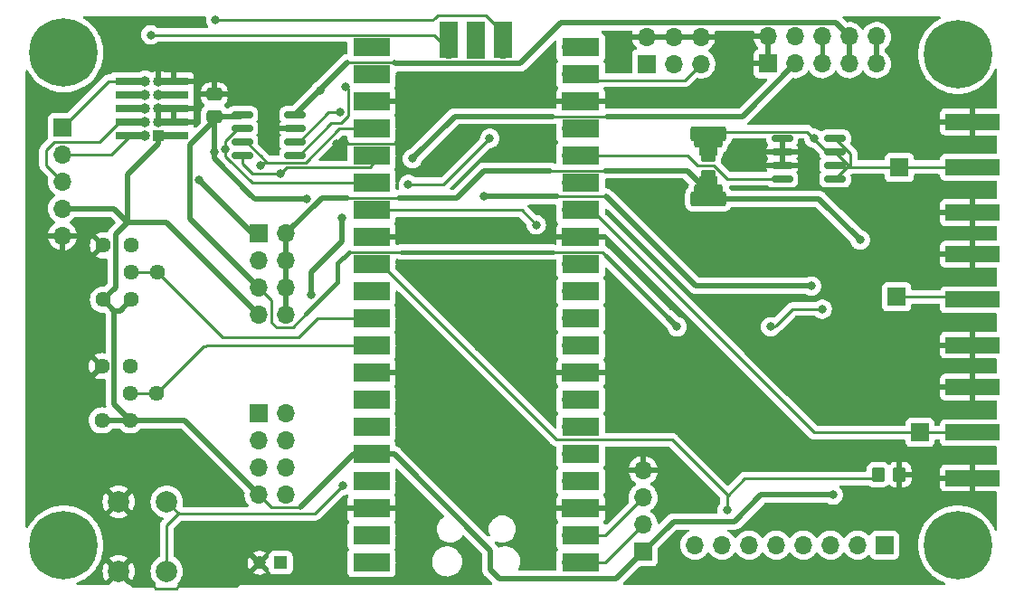
<source format=gbr>
%TF.GenerationSoftware,KiCad,Pcbnew,6.0.5*%
%TF.CreationDate,2022-07-05T02:57:13+02:00*%
%TF.ProjectId,glitcher,676c6974-6368-4657-922e-6b696361645f,4*%
%TF.SameCoordinates,Original*%
%TF.FileFunction,Copper,L1,Top*%
%TF.FilePolarity,Positive*%
%FSLAX46Y46*%
G04 Gerber Fmt 4.6, Leading zero omitted, Abs format (unit mm)*
G04 Created by KiCad (PCBNEW 6.0.5) date 2022-07-05 02:57:13*
%MOMM*%
%LPD*%
G01*
G04 APERTURE LIST*
G04 Aperture macros list*
%AMRoundRect*
0 Rectangle with rounded corners*
0 $1 Rounding radius*
0 $2 $3 $4 $5 $6 $7 $8 $9 X,Y pos of 4 corners*
0 Add a 4 corners polygon primitive as box body*
4,1,4,$2,$3,$4,$5,$6,$7,$8,$9,$2,$3,0*
0 Add four circle primitives for the rounded corners*
1,1,$1+$1,$2,$3*
1,1,$1+$1,$4,$5*
1,1,$1+$1,$6,$7*
1,1,$1+$1,$8,$9*
0 Add four rect primitives between the rounded corners*
20,1,$1+$1,$2,$3,$4,$5,0*
20,1,$1+$1,$4,$5,$6,$7,0*
20,1,$1+$1,$6,$7,$8,$9,0*
20,1,$1+$1,$8,$9,$2,$3,0*%
G04 Aperture macros list end*
%TA.AperFunction,SMDPad,CuDef*%
%ADD10RoundRect,0.250000X0.450000X-0.350000X0.450000X0.350000X-0.450000X0.350000X-0.450000X-0.350000X0*%
%TD*%
%TA.AperFunction,SMDPad,CuDef*%
%ADD11R,5.080000X1.500000*%
%TD*%
%TA.AperFunction,ComponentPad*%
%ADD12C,0.800000*%
%TD*%
%TA.AperFunction,ComponentPad*%
%ADD13C,6.400000*%
%TD*%
%TA.AperFunction,ComponentPad*%
%ADD14R,1.700000X1.700000*%
%TD*%
%TA.AperFunction,ComponentPad*%
%ADD15O,1.700000X1.700000*%
%TD*%
%TA.AperFunction,SMDPad,CuDef*%
%ADD16RoundRect,0.249999X1.075001X-0.450001X1.075001X0.450001X-1.075001X0.450001X-1.075001X-0.450001X0*%
%TD*%
%TA.AperFunction,ComponentPad*%
%ADD17C,1.440000*%
%TD*%
%TA.AperFunction,SMDPad,CuDef*%
%ADD18RoundRect,0.250000X0.350000X0.450000X-0.350000X0.450000X-0.350000X-0.450000X0.350000X-0.450000X0*%
%TD*%
%TA.AperFunction,SMDPad,CuDef*%
%ADD19R,3.500000X1.700000*%
%TD*%
%TA.AperFunction,SMDPad,CuDef*%
%ADD20R,1.700000X3.500000*%
%TD*%
%TA.AperFunction,ComponentPad*%
%ADD21R,1.000000X1.000000*%
%TD*%
%TA.AperFunction,ComponentPad*%
%ADD22O,1.000000X1.000000*%
%TD*%
%TA.AperFunction,SMDPad,CuDef*%
%ADD23R,2.790000X0.740000*%
%TD*%
%TA.AperFunction,SMDPad,CuDef*%
%ADD24RoundRect,0.249999X1.425001X-0.450001X1.425001X0.450001X-1.425001X0.450001X-1.425001X-0.450001X0*%
%TD*%
%TA.AperFunction,SMDPad,CuDef*%
%ADD25RoundRect,0.250000X-0.475000X0.337500X-0.475000X-0.337500X0.475000X-0.337500X0.475000X0.337500X0*%
%TD*%
%TA.AperFunction,ComponentPad*%
%ADD26R,1.200000X1.200000*%
%TD*%
%TA.AperFunction,ComponentPad*%
%ADD27C,1.200000*%
%TD*%
%TA.AperFunction,SMDPad,CuDef*%
%ADD28RoundRect,0.250000X0.625000X-0.400000X0.625000X0.400000X-0.625000X0.400000X-0.625000X-0.400000X0*%
%TD*%
%TA.AperFunction,ComponentPad*%
%ADD29C,2.000000*%
%TD*%
%TA.AperFunction,SMDPad,CuDef*%
%ADD30RoundRect,0.150000X-0.825000X-0.150000X0.825000X-0.150000X0.825000X0.150000X-0.825000X0.150000X0*%
%TD*%
%TA.AperFunction,ViaPad*%
%ADD31C,0.800000*%
%TD*%
%TA.AperFunction,Conductor*%
%ADD32C,0.250000*%
%TD*%
%TA.AperFunction,Conductor*%
%ADD33C,0.500000*%
%TD*%
%TA.AperFunction,Conductor*%
%ADD34C,0.400000*%
%TD*%
G04 APERTURE END LIST*
D10*
%TO.P,R300d1,1*%
%TO.N,CB_VCC*%
X135128000Y-88179000D03*
%TO.P,R300d1,2*%
%TO.N,CROWBAR*%
X135128000Y-86179000D03*
%TD*%
D11*
%TO.P,J206,1,Pin_1*%
%TO.N,CROWBAR*%
X159845000Y-87287000D03*
%TO.P,J206,2,Pin_2*%
%TO.N,GND*%
X159845000Y-91537000D03*
X159845000Y-83037000D03*
%TD*%
D12*
%TO.P,H3,1*%
%TO.N,N/C*%
X160896000Y-122682000D03*
X156798944Y-120984944D03*
X158496000Y-125082000D03*
X156798944Y-124379056D03*
X160193056Y-120984944D03*
X160193056Y-124379056D03*
X158496000Y-120282000D03*
D13*
X158496000Y-122682000D03*
D12*
X156096000Y-122682000D03*
%TD*%
D14*
%TO.P,JP300,1*%
%TO.N,VCC_EXT*%
X93091000Y-93472000D03*
D15*
%TO.P,JP300,2*%
%TO.N,DAC_HI*%
X93091000Y-96012000D03*
%TO.P,JP300,3*%
%TO.N,VBUS*%
X93091000Y-98552000D03*
%TO.P,JP300,4*%
%TO.N,+3V3*%
X93091000Y-101092000D03*
%TO.P,JP300,5*%
%TO.N,CB_VCC*%
X95631000Y-96012000D03*
X95631000Y-101092000D03*
X95631000Y-93472000D03*
X95631000Y-98552000D03*
%TD*%
D14*
%TO.P,J207,1,Pin_1*%
%TO.N,GND*%
X140721000Y-77602000D03*
D15*
%TO.P,J207,2,Pin_2*%
X140721000Y-75062000D03*
%TO.P,J207,3,Pin_3*%
%TO.N,+3V3*%
X143261000Y-77602000D03*
%TO.P,J207,4,Pin_4*%
X143261000Y-75062000D03*
%TO.P,J207,5,Pin_5*%
%TO.N,VBUS*%
X145801000Y-77602000D03*
%TO.P,J207,6,Pin_6*%
X145801000Y-75062000D03*
%TO.P,J207,7,Pin_7*%
%TO.N,DAC_HI*%
X148341000Y-77602000D03*
%TO.P,J207,8,Pin_8*%
X148341000Y-75062000D03*
%TO.P,J207,9,Pin_9*%
%TO.N,VCC_EXT*%
X150881000Y-77602000D03*
%TO.P,J207,10,Pin_10*%
X150881000Y-75062000D03*
%TD*%
D14*
%TO.P,J202,1,Pin_1*%
%TO.N,GLITCH_OUT*%
X152776000Y-99441000D03*
%TD*%
D16*
%TO.P,R300b1,1*%
%TO.N,CB_VCC*%
X135128000Y-89579000D03*
%TO.P,R300b1,2*%
%TO.N,CROWBAR*%
X135128000Y-84779000D03*
%TD*%
D17*
%TO.P,REF\u002A\u002A,1*%
%TO.N,+3V3*%
X81026000Y-110998000D03*
%TO.P,REF\u002A\u002A,2*%
%TO.N,ADC1*%
X81026000Y-108458000D03*
%TO.P,REF\u002A\u002A,3*%
%TO.N,GND*%
X81026000Y-105918000D03*
%TD*%
D14*
%TO.P,J200,1,Pin_1*%
%TO.N,Net-(J200-Pad1)*%
X151638000Y-122682000D03*
D15*
%TO.P,J200,2,Pin_2*%
%TO.N,Net-(J200-Pad2)*%
X149098000Y-122682000D03*
%TO.P,J200,3,Pin_3*%
%TO.N,Net-(J200-Pad3)*%
X146558000Y-122682000D03*
%TO.P,J200,4,Pin_4*%
%TO.N,Net-(J200-Pad4)*%
X144018000Y-122682000D03*
%TO.P,J200,5,Pin_5*%
%TO.N,Net-(J200-Pad5)*%
X141478000Y-122682000D03*
%TO.P,J200,6,Pin_6*%
%TO.N,Net-(J200-Pad6)*%
X138938000Y-122682000D03*
%TO.P,J200,7,Pin_7*%
%TO.N,Net-(J200-Pad7)*%
X136398000Y-122682000D03*
%TO.P,J200,8,Pin_8*%
%TO.N,Net-(J200-Pad8)*%
X133858000Y-122682000D03*
%TD*%
D14*
%TO.P,JP200,1*%
%TO.N,VCC_EXT*%
X93091000Y-110363000D03*
D15*
%TO.P,JP200,2*%
%TO.N,DAC_HI*%
X93091000Y-112903000D03*
%TO.P,JP200,3*%
%TO.N,DAC_LO*%
X93091000Y-115443000D03*
%TO.P,JP200,4*%
%TO.N,+3V3*%
X93091000Y-117983000D03*
%TO.P,JP200,5*%
%TO.N,/gpio/TAR_VCCIO*%
X95631000Y-115443000D03*
X95631000Y-112903000D03*
X95631000Y-110363000D03*
X95631000Y-117983000D03*
%TD*%
D17*
%TO.P,RV500,1,1*%
%TO.N,+3V3*%
X78486000Y-99695000D03*
%TO.P,RV500,2,2*%
%TO.N,ADC0*%
X83566000Y-97155000D03*
%TO.P,RV500,3,3*%
%TO.N,GND*%
X78486000Y-94615000D03*
%TD*%
D14*
%TO.P,J205,1,Pin_1*%
%TO.N,CROWBAR*%
X153030000Y-87317000D03*
%TD*%
D18*
%TO.P,R200,1*%
%TO.N,GND*%
X153035000Y-116078000D03*
%TO.P,R200,2*%
%TO.N,GPIO_EN*%
X151035000Y-116078000D03*
%TD*%
D15*
%TO.P,U100,1,GPIO0*%
%TO.N,GPIO0*%
X122301000Y-124333000D03*
D19*
X123201000Y-124333000D03*
%TO.P,U100,2,GPIO1*%
%TO.N,GPIO1*%
X123201000Y-121793000D03*
D15*
X122301000Y-121793000D03*
D19*
%TO.P,U100,3,GND*%
%TO.N,GND*%
X123201000Y-119253000D03*
D14*
X122301000Y-119253000D03*
D15*
%TO.P,U100,4,GPIO2*%
%TO.N,GPIO2*%
X122301000Y-116713000D03*
D19*
X123201000Y-116713000D03*
%TO.P,U100,5,GPIO3*%
%TO.N,GPIO3*%
X123201000Y-114173000D03*
D15*
X122301000Y-114173000D03*
D19*
%TO.P,U100,6,GPIO4*%
%TO.N,GPIO4*%
X123201000Y-111633000D03*
D15*
X122301000Y-111633000D03*
%TO.P,U100,7,GPIO5*%
%TO.N,GPIO5*%
X122301000Y-109093000D03*
D19*
X123201000Y-109093000D03*
%TO.P,U100,8,GND*%
%TO.N,GND*%
X123201000Y-106553000D03*
D14*
X122301000Y-106553000D03*
D15*
%TO.P,U100,9,GPIO6*%
%TO.N,GPIO6*%
X122301000Y-104013000D03*
D19*
X123201000Y-104013000D03*
%TO.P,U100,10,GPIO7*%
%TO.N,GPIO7*%
X123201000Y-101473000D03*
D15*
X122301000Y-101473000D03*
%TO.P,U100,11,GPIO8*%
%TO.N,DAC_~{SHDN}*%
X122301000Y-98933000D03*
D19*
X123201000Y-98933000D03*
%TO.P,U100,12,GPIO9*%
%TO.N,unconnected-(U100-Pad12)*%
X123201000Y-96393000D03*
D15*
X122301000Y-96393000D03*
D14*
%TO.P,U100,13,GND*%
%TO.N,GND*%
X122301000Y-93853000D03*
D19*
X123201000Y-93853000D03*
D15*
%TO.P,U100,14,GPIO10*%
%TO.N,TRIG_IN*%
X122301000Y-91313000D03*
D19*
X123201000Y-91313000D03*
D15*
%TO.P,U100,15,GPIO11*%
%TO.N,GLITCH_SIG*%
X122301000Y-88773000D03*
D19*
X123201000Y-88773000D03*
%TO.P,U100,16,GPIO12*%
%TO.N,CB1_G*%
X123201000Y-86233000D03*
D15*
X122301000Y-86233000D03*
%TO.P,U100,17,GPIO13*%
%TO.N,CB2_G*%
X122301000Y-83693000D03*
D19*
X123201000Y-83693000D03*
%TO.P,U100,18,GND*%
%TO.N,GND*%
X123201000Y-81153000D03*
D14*
X122301000Y-81153000D03*
D19*
%TO.P,U100,19,GPIO14*%
%TO.N,PICOEMP_PWM*%
X123201000Y-78613000D03*
D15*
X122301000Y-78613000D03*
%TO.P,U100,20,GPIO15*%
%TO.N,unconnected-(U100-Pad20)*%
X122301000Y-76073000D03*
D19*
X123201000Y-76073000D03*
D15*
%TO.P,U100,21,GPIO16*%
%TO.N,MAX_EN*%
X104521000Y-76073000D03*
D19*
X103621000Y-76073000D03*
%TO.P,U100,22,GPIO17*%
%TO.N,DAC_~{LD}*%
X103621000Y-78613000D03*
D15*
X104521000Y-78613000D03*
D14*
%TO.P,U100,23,GND*%
%TO.N,GND*%
X104521000Y-81153000D03*
D19*
X103621000Y-81153000D03*
D15*
%TO.P,U100,24,GPIO18*%
%TO.N,DAC_CLK*%
X104521000Y-83693000D03*
D19*
X103621000Y-83693000D03*
D15*
%TO.P,U100,25,GPIO19*%
%TO.N,DAC_TX*%
X104521000Y-86233000D03*
D19*
X103621000Y-86233000D03*
D15*
%TO.P,U100,26,GPIO20*%
%TO.N,DAC_~{CS}*%
X104521000Y-88773000D03*
D19*
X103621000Y-88773000D03*
%TO.P,U100,27,GPIO21*%
%TO.N,MAX_SW_A*%
X103621000Y-91313000D03*
D15*
X104521000Y-91313000D03*
D14*
%TO.P,U100,28,GND*%
%TO.N,GND*%
X104521000Y-93853000D03*
D19*
X103621000Y-93853000D03*
D15*
%TO.P,U100,29,GPIO22*%
%TO.N,GPIO_EN*%
X104521000Y-96393000D03*
D19*
X103621000Y-96393000D03*
D15*
%TO.P,U100,30,RUN*%
%TO.N,unconnected-(U100-Pad30)*%
X104521000Y-98933000D03*
D19*
X103621000Y-98933000D03*
D15*
%TO.P,U100,31,GPIO26_ADC0*%
%TO.N,ADC0*%
X104521000Y-101473000D03*
D19*
X103621000Y-101473000D03*
%TO.P,U100,32,GPIO27_ADC1*%
%TO.N,ADC1*%
X103621000Y-104013000D03*
D15*
X104521000Y-104013000D03*
D19*
%TO.P,U100,33,AGND*%
%TO.N,GND*%
X103621000Y-106553000D03*
D14*
X104521000Y-106553000D03*
D15*
%TO.P,U100,34,GPIO28_ADC2*%
%TO.N,PICOEMP_CHG*%
X104521000Y-109093000D03*
D19*
X103621000Y-109093000D03*
%TO.P,U100,35,ADC_VREF*%
%TO.N,+3.3VADC*%
X103621000Y-111633000D03*
D15*
X104521000Y-111633000D03*
%TO.P,U100,36,3V3*%
%TO.N,+3V3*%
X104521000Y-114173000D03*
D19*
X103621000Y-114173000D03*
D15*
%TO.P,U100,37,3V3_EN*%
%TO.N,Net-(D101-Pad2)*%
X104521000Y-116713000D03*
D19*
X103621000Y-116713000D03*
D14*
%TO.P,U100,38,GND*%
%TO.N,GND*%
X104521000Y-119253000D03*
D19*
X103621000Y-119253000D03*
%TO.P,U100,39,VSYS*%
%TO.N,unconnected-(U100-Pad39)*%
X103621000Y-121793000D03*
D15*
X104521000Y-121793000D03*
D19*
%TO.P,U100,40,VBUS*%
%TO.N,VBUS*%
X103621000Y-124333000D03*
D15*
X104521000Y-124333000D03*
%TO.P,U100,41,SWCLK*%
%TO.N,/controller/SWCLK*%
X115951000Y-76303000D03*
D20*
X115951000Y-75403000D03*
%TO.P,U100,42,GND*%
%TO.N,GND*%
X113411000Y-75403000D03*
D14*
X113411000Y-76303000D03*
D15*
%TO.P,U100,43,SWDIO*%
%TO.N,/controller/SWDIO*%
X110871000Y-76303000D03*
D20*
X110871000Y-75403000D03*
%TD*%
D21*
%TO.P,REF\u002A\u002A,1*%
%TO.N,+3V3*%
X83694000Y-84326000D03*
D22*
%TO.P,REF\u002A\u002A,2*%
%TO.N,/controller/SWDIO*%
X82424000Y-84326000D03*
%TO.P,REF\u002A\u002A,3*%
%TO.N,GND*%
X83694000Y-83056000D03*
%TO.P,REF\u002A\u002A,4*%
%TO.N,/controller/SWCLK*%
X82424000Y-83056000D03*
%TO.P,REF\u002A\u002A,5*%
%TO.N,GND*%
X83694000Y-81786000D03*
%TO.P,REF\u002A\u002A,6*%
%TO.N,unconnected-(J102-Pad6)*%
X82424000Y-81786000D03*
%TO.P,REF\u002A\u002A,7*%
%TO.N,unconnected-(J102-Pad7)*%
X83694000Y-80516000D03*
%TO.P,REF\u002A\u002A,8*%
%TO.N,unconnected-(J102-Pad8)*%
X82424000Y-80516000D03*
%TO.P,REF\u002A\u002A,9*%
%TO.N,GND*%
X83694000Y-79246000D03*
%TO.P,REF\u002A\u002A,10*%
%TO.N,Net-(D100-Pad1)*%
X82424000Y-79246000D03*
%TD*%
D23*
%TO.P,J102,1,Pin_1*%
%TO.N,+3V3*%
X85094000Y-84326000D03*
%TO.P,J102,2,Pin_2*%
%TO.N,/controller/SWDIO*%
X81024000Y-84326000D03*
%TO.P,J102,3,Pin_3*%
%TO.N,GND*%
X85094000Y-83056000D03*
%TO.P,J102,4,Pin_4*%
%TO.N,/controller/SWCLK*%
X81024000Y-83056000D03*
%TO.P,J102,5,Pin_5*%
%TO.N,GND*%
X85094000Y-81786000D03*
%TO.P,J102,6,Pin_6*%
%TO.N,unconnected-(J102-Pad6)*%
X81024000Y-81786000D03*
%TO.P,J102,7,Pin_7*%
%TO.N,unconnected-(J102-Pad7)*%
X85094000Y-80516000D03*
%TO.P,J102,8,Pin_8*%
%TO.N,unconnected-(J102-Pad8)*%
X81024000Y-80516000D03*
%TO.P,J102,9,Pin_9*%
%TO.N,GND*%
X85094000Y-79246000D03*
%TO.P,J102,10,Pin_10*%
%TO.N,Net-(D100-Pad1)*%
X81024000Y-79246000D03*
%TD*%
D17*
%TO.P,RV501,1,1*%
%TO.N,+3V3*%
X78371000Y-110998000D03*
%TO.P,RV501,2,2*%
%TO.N,ADC1*%
X83451000Y-108458000D03*
%TO.P,RV501,3,3*%
%TO.N,GND*%
X78371000Y-105918000D03*
%TD*%
D24*
%TO.P,R300,1*%
%TO.N,CB_VCC*%
X135150000Y-90229000D03*
%TO.P,R300,2*%
%TO.N,CROWBAR*%
X135150000Y-84129000D03*
%TD*%
D17*
%TO.P,REF\u002A\u002A,1*%
%TO.N,+3V3*%
X81153000Y-99695000D03*
%TO.P,REF\u002A\u002A,2*%
%TO.N,ADC0*%
X81153000Y-97155000D03*
%TO.P,REF\u002A\u002A,3*%
%TO.N,GND*%
X81153000Y-94615000D03*
%TD*%
D25*
%TO.P,C401,1*%
%TO.N,GND*%
X88900000Y-80475000D03*
%TO.P,C401,2*%
%TO.N,VBUS*%
X88900000Y-82550000D03*
%TD*%
D26*
%TO.P,C100,1*%
%TO.N,VBUS*%
X95123000Y-124333000D03*
D27*
%TO.P,C100,2*%
%TO.N,GND*%
X93123000Y-124333000D03*
%TD*%
D28*
%TO.P,R300c1,1*%
%TO.N,CB_VCC*%
X135128000Y-88729000D03*
%TO.P,R300c1,2*%
%TO.N,CROWBAR*%
X135128000Y-85629000D03*
%TD*%
D12*
%TO.P,H2,1*%
%TO.N,N/C*%
X156798944Y-78405056D03*
X156096000Y-76708000D03*
X158496000Y-79108000D03*
X158496000Y-74308000D03*
X160193056Y-78405056D03*
X160896000Y-76708000D03*
X160193056Y-75010944D03*
D13*
X158496000Y-76708000D03*
D12*
X156798944Y-75010944D03*
%TD*%
D14*
%TO.P,J201,1,Pin_1*%
%TO.N,TRIG_IN*%
X154940000Y-112141000D03*
%TD*%
D29*
%TO.P,SW1,1,1*%
%TO.N,~{EMERG_SHDN}*%
X84444400Y-125119200D03*
X84444400Y-118619200D03*
%TO.P,SW1,2,2*%
%TO.N,GND*%
X79944400Y-118619200D03*
X79944400Y-125119200D03*
%TD*%
D30*
%TO.P,U401a,1,Vdd*%
%TO.N,VBUS*%
X91505000Y-82375819D03*
%TO.P,U401a,2,~{CS}*%
%TO.N,DAC_~{CS}*%
X91505000Y-83645819D03*
%TO.P,U401a,3,SCK*%
%TO.N,DAC_CLK*%
X91505000Y-84915819D03*
%TO.P,U401a,4,SDI*%
%TO.N,DAC_TX*%
X91505000Y-86185819D03*
%TO.P,U401a,5,~{LDAC}*%
%TO.N,DAC_~{LD}*%
X96455000Y-86185819D03*
%TO.P,U401a,6,VB*%
%TO.N,DAC_LO*%
X96455000Y-84915819D03*
%TO.P,U401a,7,Vss*%
%TO.N,GND*%
X96455000Y-83645819D03*
%TO.P,U401a,8,VA*%
%TO.N,DAC_HI*%
X96455000Y-82375819D03*
%TD*%
D14*
%TO.P,J100,1,Pin_1*%
%TO.N,+3V3*%
X129032000Y-123307000D03*
D15*
%TO.P,J100,2,Pin_2*%
%TO.N,GPIO0*%
X129032000Y-120767000D03*
%TO.P,J100,3,Pin_3*%
%TO.N,GPIO1*%
X129032000Y-118227000D03*
%TO.P,J100,4,Pin_4*%
%TO.N,GND*%
X129032000Y-115687000D03*
%TD*%
D14*
%TO.P,J101,1,Pin_1*%
%TO.N,Net-(D100-Pad1)*%
X74676000Y-83566000D03*
D15*
%TO.P,J101,2,Pin_2*%
%TO.N,/controller/SWDIO*%
X74676000Y-86106000D03*
%TO.P,J101,3,Pin_3*%
%TO.N,/controller/SWCLK*%
X74676000Y-88646000D03*
%TO.P,J101,4,Pin_4*%
%TO.N,+3V3*%
X74676000Y-91186000D03*
%TO.P,J101,5,Pin_5*%
%TO.N,GND*%
X74676000Y-93726000D03*
%TD*%
D11*
%TO.P,J204,1,Pin_1*%
%TO.N,GLITCH_OUT*%
X159888000Y-99695000D03*
%TO.P,J204,2,Pin_2*%
%TO.N,GND*%
X159888000Y-103945000D03*
X159888000Y-95445000D03*
%TD*%
D30*
%TO.P,Q300,1,S*%
%TO.N,GND*%
X142051000Y-84582000D03*
%TO.P,Q300,2,S*%
X142051000Y-85852000D03*
%TO.P,Q300,3,S*%
X142051000Y-87122000D03*
%TO.P,Q300,4,G*%
%TO.N,CB1_G*%
X142051000Y-88392000D03*
%TO.P,Q300,5,D*%
%TO.N,CROWBAR*%
X147001000Y-88392000D03*
%TO.P,Q300,6,D*%
X147001000Y-87122000D03*
%TO.P,Q300,7,D*%
X147001000Y-85852000D03*
%TO.P,Q300,8,D*%
X147001000Y-84582000D03*
%TD*%
D11*
%TO.P,J203,1,Pin_1*%
%TO.N,TRIG_IN*%
X159888000Y-112141000D03*
%TO.P,J203,2,Pin_2*%
%TO.N,GND*%
X159888000Y-116391000D03*
X159888000Y-107891000D03*
%TD*%
D12*
%TO.P,H1,1*%
%TO.N,N/C*%
X74803000Y-78981000D03*
X73105944Y-74883944D03*
D13*
X74803000Y-76581000D03*
D12*
X74803000Y-74181000D03*
X73105944Y-78278056D03*
X77203000Y-76581000D03*
X76500056Y-78278056D03*
X72403000Y-76581000D03*
X76500056Y-74883944D03*
%TD*%
D14*
%TO.P,J208,1,Pin_1*%
%TO.N,GLITCH_SIG*%
X129351800Y-77627400D03*
D15*
%TO.P,J208,2,Pin_2*%
%TO.N,GND*%
X129351800Y-75087400D03*
%TO.P,J208,3,Pin_3*%
%TO.N,PICOEMP_CHG*%
X131891800Y-77627400D03*
%TO.P,J208,4,Pin_4*%
%TO.N,GND*%
X131891800Y-75087400D03*
%TO.P,J208,5,Pin_5*%
%TO.N,PICOEMP_PWM*%
X134431800Y-77627400D03*
%TO.P,J208,6,Pin_6*%
%TO.N,GND*%
X134431800Y-75087400D03*
%TD*%
D12*
%TO.P,H4,1*%
%TO.N,N/C*%
X76500056Y-120984944D03*
D13*
X74803000Y-122682000D03*
D12*
X72403000Y-122682000D03*
X76500056Y-124379056D03*
X74803000Y-120282000D03*
X74803000Y-125082000D03*
X77203000Y-122682000D03*
X73105944Y-120984944D03*
X73105944Y-124379056D03*
%TD*%
D31*
%TO.N,GND*%
X159893000Y-93472000D03*
X100330000Y-85090000D03*
X149098000Y-91567000D03*
X159893000Y-105918000D03*
X97663000Y-76454000D03*
X111633000Y-81280000D03*
X90551000Y-79375000D03*
X148590000Y-90678000D03*
X138938000Y-86487000D03*
X155829000Y-83058000D03*
X112395000Y-79248000D03*
X113538000Y-80391000D03*
X96647000Y-78486000D03*
X155829000Y-116332000D03*
%TO.N,+3V3*%
X107442000Y-86487000D03*
X146812000Y-117983000D03*
%TO.N,/controller/SWDIO*%
X82962511Y-74898489D03*
%TO.N,/controller/SWCLK*%
X89027000Y-73533000D03*
%TO.N,VCC_EXT*%
X87503000Y-88519000D03*
%TO.N,DAC_HI*%
X98806000Y-80137000D03*
%TO.N,GPIO_EN*%
X136906000Y-119380000D03*
%TO.N,DAC_~{LD}*%
X101219000Y-79756000D03*
%TO.N,DAC_CLK*%
X93218000Y-87122000D03*
%TO.N,DAC_TX*%
X95123000Y-87884000D03*
%TO.N,~{EMERG_SHDN}*%
X100965000Y-117094000D03*
%TO.N,DAC_LO*%
X144780000Y-98425000D03*
X100838000Y-92075000D03*
X100711000Y-82169000D03*
X97983519Y-99247481D03*
X114173000Y-90043000D03*
%TO.N,CROWBAR*%
X145034000Y-84582000D03*
%TO.N,DAC_~{CS}*%
X89916000Y-85598000D03*
%TO.N,PICOEMP_CHG*%
X107061000Y-88900000D03*
X114681000Y-84582000D03*
%TO.N,VBUS*%
X88900000Y-85852000D03*
X97536000Y-90297000D03*
X132207000Y-102235000D03*
%TO.N,CB_VCC*%
X149352000Y-94107000D03*
%TO.N,/vccout/INHIBIT*%
X145796000Y-100584000D03*
X140970000Y-102235000D03*
%TO.N,MAX_SW_A*%
X119030511Y-92678489D03*
%TD*%
D32*
%TO.N,GND*%
X83210400Y-126492000D02*
X83439000Y-126720600D01*
X83439000Y-126720600D02*
X85318600Y-126720600D01*
X79944400Y-125119200D02*
X81317200Y-126492000D01*
X85547200Y-126492000D02*
X90964000Y-126492000D01*
X100361511Y-85058489D02*
X106394489Y-85058489D01*
X81317200Y-126492000D02*
X83210400Y-126492000D01*
X85318600Y-126720600D02*
X85547200Y-126492000D01*
X100330000Y-85090000D02*
X100361511Y-85058489D01*
X90964000Y-126492000D02*
X93123000Y-124333000D01*
%TO.N,+3V3*%
X93091000Y-117983000D02*
X94265511Y-119157511D01*
D33*
X104521000Y-114173000D02*
X101917022Y-114173000D01*
X78371000Y-110998000D02*
X86106000Y-110998000D01*
X80772000Y-88011000D02*
X80772000Y-92456000D01*
X74676000Y-91186000D02*
X79502000Y-91186000D01*
X104521000Y-114173000D02*
X105753091Y-114173000D01*
X84455000Y-92456000D02*
X93091000Y-101092000D01*
X80772000Y-92456000D02*
X84455000Y-92456000D01*
X79540511Y-103593489D02*
X79540511Y-100749511D01*
X120554511Y-82518489D02*
X111410511Y-82518489D01*
X140081000Y-117983000D02*
X137609500Y-120454500D01*
D32*
X125634511Y-82518489D02*
X120554511Y-82518489D01*
D33*
X131884500Y-120454500D02*
X129032000Y-123307000D01*
X101917022Y-114173000D02*
X96932511Y-119157511D01*
X114736479Y-123156388D02*
X114736479Y-124998079D01*
X81026000Y-110998000D02*
X79540511Y-109512511D01*
X138344511Y-82518489D02*
X125634511Y-82518489D01*
X80098489Y-100749511D02*
X81153000Y-99695000D01*
X79655511Y-98525489D02*
X79655511Y-93572489D01*
X79655511Y-93572489D02*
X80772000Y-92456000D01*
X105753091Y-114173000D02*
X114736479Y-123156388D01*
X83694000Y-84326000D02*
X83694000Y-85089000D01*
D32*
X94265511Y-119157511D02*
X96932511Y-119157511D01*
D33*
X79502000Y-91186000D02*
X80772000Y-92456000D01*
X143261000Y-77602000D02*
X138344511Y-82518489D01*
X83694000Y-84326000D02*
X85094000Y-84326000D01*
X79540511Y-109512511D02*
X79540511Y-103593489D01*
X129032000Y-123307000D02*
X126482000Y-125857000D01*
X78486000Y-99695000D02*
X79655511Y-98525489D01*
X79540511Y-100749511D02*
X80098489Y-100749511D01*
X114736479Y-124998079D02*
X115595400Y-125857000D01*
X86106000Y-110998000D02*
X93091000Y-117983000D01*
X83694000Y-85089000D02*
X80772000Y-88011000D01*
X79540511Y-100749511D02*
X78486000Y-99695000D01*
X111410511Y-82518489D02*
X107442000Y-86487000D01*
X131884500Y-120454500D02*
X137609500Y-120454500D01*
X146812000Y-117983000D02*
X140081000Y-117983000D01*
X126482000Y-125857000D02*
X115595400Y-125857000D01*
D32*
%TO.N,Net-(D100-Pad1)*%
X74676000Y-83566000D02*
X78996000Y-79246000D01*
X81024000Y-79246000D02*
X82424000Y-79246000D01*
X78996000Y-79246000D02*
X81024000Y-79246000D01*
%TO.N,GPIO0*%
X122301000Y-124333000D02*
X125466000Y-124333000D01*
X125466000Y-124333000D02*
X129032000Y-120767000D01*
%TO.N,GPIO1*%
X125466000Y-121793000D02*
X129032000Y-118227000D01*
X122301000Y-121793000D02*
X125466000Y-121793000D01*
%TO.N,/controller/SWDIO*%
X90646489Y-74898489D02*
X82962511Y-74898489D01*
X79244000Y-86106000D02*
X81024000Y-84326000D01*
X81024000Y-84326000D02*
X82424000Y-84326000D01*
X109466489Y-74898489D02*
X110871000Y-76303000D01*
X74676000Y-86106000D02*
X79244000Y-86106000D01*
X90646489Y-74898489D02*
X109466489Y-74898489D01*
%TO.N,/controller/SWCLK*%
X78123511Y-84931489D02*
X73945511Y-84931489D01*
X73945511Y-84931489D02*
X73152000Y-85725000D01*
X79999000Y-83056000D02*
X78123511Y-84931489D01*
X115951000Y-74693978D02*
X115951000Y-76303000D01*
X109548889Y-73328489D02*
X109548889Y-73305711D01*
X82424000Y-83056000D02*
X81024000Y-83056000D01*
X109344378Y-73533000D02*
X109548889Y-73328489D01*
X109548889Y-73305711D02*
X109778800Y-73075800D01*
X81024000Y-83056000D02*
X79999000Y-83056000D01*
X73152000Y-87122000D02*
X74676000Y-88646000D01*
X89027000Y-73533000D02*
X109344378Y-73533000D01*
X73152000Y-85725000D02*
X73152000Y-87122000D01*
X114332822Y-73075800D02*
X115951000Y-74693978D01*
X109778800Y-73075800D02*
X114332822Y-73075800D01*
%TO.N,TRIG_IN*%
X122301000Y-91313000D02*
X124206000Y-91313000D01*
X124206000Y-91313000D02*
X145034000Y-112141000D01*
X153312500Y-112141000D02*
X159888000Y-112141000D01*
X145034000Y-112141000D02*
X154940000Y-112141000D01*
%TO.N,GLITCH_OUT*%
X152776000Y-99441000D02*
X159634000Y-99441000D01*
X159634000Y-99441000D02*
X159888000Y-99695000D01*
%TO.N,ADC0*%
X104521000Y-101473000D02*
X98552000Y-101473000D01*
X96774000Y-103251000D02*
X89789000Y-103251000D01*
X81153000Y-97155000D02*
X83566000Y-97155000D01*
X98552000Y-101473000D02*
X96774000Y-103251000D01*
X83566000Y-97155000D02*
X89662000Y-103251000D01*
X89662000Y-103251000D02*
X89789000Y-103251000D01*
%TO.N,ADC1*%
X83451000Y-108458000D02*
X81026000Y-108458000D01*
X83451000Y-108458000D02*
X87884000Y-104025000D01*
X88138000Y-104025000D02*
X88138000Y-104013000D01*
X88138000Y-104013000D02*
X104521000Y-104013000D01*
X87884000Y-104025000D02*
X88138000Y-104025000D01*
%TO.N,VCC_EXT*%
X150886000Y-75067000D02*
X150886000Y-77607000D01*
D33*
X150881000Y-77602000D02*
X150881000Y-75062000D01*
X92456000Y-93472000D02*
X93091000Y-93472000D01*
X87503000Y-88519000D02*
X92456000Y-93472000D01*
%TO.N,DAC_HI*%
X147041489Y-73762489D02*
X148341000Y-75062000D01*
X121309511Y-73762489D02*
X147041489Y-73762489D01*
X97804819Y-81026000D02*
X101392330Y-77438489D01*
X148341000Y-75062000D02*
X148341000Y-77602000D01*
X117594489Y-77477511D02*
X121184511Y-73887489D01*
X121184511Y-73887489D02*
X121309511Y-73762489D01*
D32*
X105695511Y-77438489D02*
X105734533Y-77477511D01*
D33*
X96455000Y-82375819D02*
X96455000Y-82361000D01*
X117469489Y-77602511D02*
X117594489Y-77477511D01*
X105859533Y-77602511D02*
X117469489Y-77602511D01*
D32*
X101392330Y-77438489D02*
X105695511Y-77438489D01*
D33*
X96455000Y-82361000D02*
X97790000Y-81026000D01*
D32*
X148346000Y-77607000D02*
X148346000Y-75067000D01*
D33*
X97790000Y-81026000D02*
X97804819Y-81026000D01*
X105734533Y-77477511D02*
X105859533Y-77602511D01*
D32*
%TO.N,CB1_G*%
X142051000Y-88392000D02*
X136953493Y-88392000D01*
X133223000Y-86233000D02*
X134093520Y-87103520D01*
X135665013Y-87103520D02*
X134093520Y-87103520D01*
X136953493Y-88392000D02*
X135665013Y-87103520D01*
X122301000Y-86233000D02*
X133223000Y-86233000D01*
%TO.N,GPIO_EN*%
X136906000Y-119380000D02*
X136906000Y-118110000D01*
X144780000Y-116459000D02*
X143875000Y-116459000D01*
X138557000Y-116459000D02*
X136906000Y-118110000D01*
X143875000Y-116459000D02*
X138557000Y-116459000D01*
X144780000Y-116459000D02*
X150654000Y-116459000D01*
X136906000Y-117983000D02*
X131730511Y-112807511D01*
X150654000Y-116459000D02*
X151035000Y-116078000D01*
X136906000Y-118110000D02*
X136906000Y-117983000D01*
X131730511Y-112807511D02*
X120935511Y-112807511D01*
X120935511Y-112807511D02*
X104521000Y-96393000D01*
%TO.N,DAC_~{LD}*%
X100719614Y-83185000D02*
X101435511Y-82469103D01*
X99822000Y-83185000D02*
X99826946Y-83189946D01*
X96455000Y-86185819D02*
X96831072Y-86185819D01*
X101435511Y-82469103D02*
X101435511Y-79972511D01*
X96831072Y-86185819D02*
X99826946Y-83189946D01*
X99822000Y-83185000D02*
X100719614Y-83185000D01*
X101435511Y-79972511D02*
X101219000Y-79756000D01*
%TO.N,DAC_CLK*%
X93271627Y-86306373D02*
X91881072Y-84915819D01*
X93472000Y-86868000D02*
X93833253Y-86868000D01*
X104521000Y-83693000D02*
X100593891Y-83693000D01*
X97418891Y-86868000D02*
X93833253Y-86868000D01*
X93833253Y-86868000D02*
X93271627Y-86306373D01*
X100593891Y-83693000D02*
X97418891Y-86868000D01*
X93218000Y-87122000D02*
X93472000Y-86868000D01*
X91881072Y-84915819D02*
X91505000Y-84915819D01*
%TO.N,DAC_TX*%
X103436480Y-87317520D02*
X95699520Y-87317520D01*
X91505000Y-86185819D02*
X91505000Y-86933000D01*
X95123000Y-87884000D02*
X95689480Y-87317520D01*
X104521000Y-86233000D02*
X103436480Y-87317520D01*
X95689480Y-87317520D02*
X95699520Y-87317520D01*
X92456000Y-87884000D02*
X95123000Y-87884000D01*
X91505000Y-86933000D02*
X92456000Y-87884000D01*
%TO.N,~{EMERG_SHDN}*%
X85570200Y-119745000D02*
X98314000Y-119745000D01*
X84444400Y-125119200D02*
X84444400Y-120838400D01*
X84444400Y-118619200D02*
X85570200Y-119745000D01*
X98314000Y-119745000D02*
X100965000Y-117094000D01*
X85537800Y-119745000D02*
X84444400Y-120838400D01*
X85570200Y-119745000D02*
X85537800Y-119745000D01*
%TO.N,DAC_LO*%
X99577891Y-82169000D02*
X96831072Y-84915819D01*
X125603000Y-90043000D02*
X121031000Y-90043000D01*
D33*
X128714500Y-93154500D02*
X133985000Y-98425000D01*
D32*
X100711000Y-82169000D02*
X99577891Y-82169000D01*
D33*
X133985000Y-98425000D02*
X144780000Y-98425000D01*
X100838000Y-94234000D02*
X97983519Y-97088481D01*
X121031000Y-90043000D02*
X114173000Y-90043000D01*
D32*
X96455000Y-84915819D02*
X96831072Y-84915819D01*
D33*
X97983519Y-99247481D02*
X97983519Y-97088481D01*
X125603000Y-90043000D02*
X128714500Y-93154500D01*
X100838000Y-92075000D02*
X100838000Y-94234000D01*
D32*
%TO.N,CROWBAR*%
X147001000Y-85852000D02*
X147015200Y-85852000D01*
X148450200Y-87287000D02*
X159845000Y-87287000D01*
X135150000Y-84757000D02*
X135128000Y-84779000D01*
X143774480Y-83957480D02*
X135321520Y-83957480D01*
X145288000Y-84886800D02*
X144358680Y-83957480D01*
X147001000Y-87122000D02*
X147166000Y-87287000D01*
X147015200Y-85852000D02*
X148450200Y-87287000D01*
X144358680Y-83957480D02*
X143774480Y-83957480D01*
X147001000Y-88392000D02*
X147001000Y-88380600D01*
X135128000Y-84779000D02*
X135128000Y-85629000D01*
X147001000Y-85852000D02*
X146253200Y-85852000D01*
X147001000Y-88380600D02*
X148094600Y-87287000D01*
X146253200Y-85852000D02*
X145288000Y-84886800D01*
X148450200Y-87287000D02*
X148450200Y-86031200D01*
X148450200Y-86031200D02*
X147001000Y-84582000D01*
X147166000Y-87287000D02*
X148094600Y-87287000D01*
X135128000Y-86179000D02*
X135128000Y-85629000D01*
X148094600Y-87287000D02*
X148450200Y-87287000D01*
X135321520Y-83957480D02*
X135150000Y-84129000D01*
X135150000Y-84129000D02*
X135150000Y-84757000D01*
%TO.N,DAC_~{CS}*%
X89916000Y-86242891D02*
X90205480Y-86532371D01*
X91128928Y-83645819D02*
X91505000Y-83645819D01*
X89916000Y-85598000D02*
X89916000Y-86242891D01*
X90205480Y-86532371D02*
X92446109Y-88773000D01*
X89916000Y-84858747D02*
X91128928Y-83645819D01*
X89916000Y-85598000D02*
X89916000Y-84858747D01*
X92446109Y-88773000D02*
X104521000Y-88773000D01*
%TO.N,PICOEMP_PWM*%
X134431800Y-77627400D02*
X132912800Y-79146400D01*
X122301000Y-78613000D02*
X122834400Y-79146400D01*
X122834400Y-79146400D02*
X132912800Y-79146400D01*
%TO.N,PICOEMP_CHG*%
X107061000Y-88900000D02*
X110363000Y-88900000D01*
X110363000Y-88900000D02*
X114681000Y-84582000D01*
D34*
%TO.N,VBUS*%
X86651511Y-85179489D02*
X88582500Y-83248500D01*
D32*
X120554511Y-95218489D02*
X125190489Y-95218489D01*
X101546489Y-95218489D02*
X106394489Y-95218489D01*
D34*
X100457000Y-98044000D02*
X100457000Y-96307978D01*
X100457000Y-96307978D02*
X101546489Y-95218489D01*
D32*
X94265511Y-101822489D02*
X94709533Y-102266511D01*
D33*
X86651511Y-85179489D02*
X88900000Y-82931000D01*
D32*
X93091000Y-98552000D02*
X94265511Y-99726511D01*
X125190489Y-95218489D02*
X125603000Y-95631000D01*
D33*
X93091000Y-98552000D02*
X86651511Y-92112511D01*
D32*
X96234489Y-102266511D02*
X97472500Y-101028500D01*
D34*
X145806000Y-75067000D02*
X145806000Y-77607000D01*
D33*
X88900000Y-84709000D02*
X88900000Y-82550000D01*
D34*
X106394489Y-95218489D02*
X120554511Y-95218489D01*
X131318000Y-101346000D02*
X125603000Y-95631000D01*
D33*
X86651511Y-92112511D02*
X86651511Y-85179489D01*
X132207000Y-102235000D02*
X131318000Y-101346000D01*
X91330819Y-82550000D02*
X91505000Y-82375819D01*
X88900000Y-84709000D02*
X88900000Y-86487000D01*
X88900000Y-86487000D02*
X92329000Y-89916000D01*
D34*
X97472500Y-101028500D02*
X100457000Y-98044000D01*
D33*
X88900000Y-82550000D02*
X91330819Y-82550000D01*
D32*
X94709533Y-102266511D02*
X96234489Y-102266511D01*
D33*
X97536000Y-90297000D02*
X92710000Y-90297000D01*
D32*
X94265511Y-99726511D02*
X94265511Y-101822489D01*
D33*
X92710000Y-90297000D02*
X92329000Y-89916000D01*
%TO.N,CB_VCC*%
X106140489Y-90138489D02*
X111601489Y-90138489D01*
X95631000Y-93472000D02*
X98964511Y-90138489D01*
D32*
X101314489Y-90138489D02*
X106140489Y-90138489D01*
X120300511Y-87598489D02*
X125444489Y-87598489D01*
D33*
X132302489Y-87598489D02*
X133147489Y-87598489D01*
X135128000Y-89579000D02*
X135128000Y-90207000D01*
X98964511Y-90138489D02*
X101314489Y-90138489D01*
X135128000Y-90207000D02*
X135150000Y-90229000D01*
X133147489Y-87598489D02*
X135128000Y-89579000D01*
X145474000Y-90229000D02*
X149352000Y-94107000D01*
X111601489Y-90138489D02*
X114141489Y-87598489D01*
D32*
X135128000Y-89579000D02*
X135128000Y-88729000D01*
X135128000Y-88729000D02*
X135128000Y-88179000D01*
D33*
X125444489Y-87598489D02*
X132302489Y-87598489D01*
X135150000Y-90229000D02*
X145474000Y-90229000D01*
X114141489Y-87598489D02*
X120300511Y-87598489D01*
X95631000Y-93472000D02*
X95631000Y-101092000D01*
D32*
%TO.N,/vccout/INHIBIT*%
X143002000Y-100584000D02*
X145796000Y-100584000D01*
X140970000Y-102235000D02*
X141351000Y-102235000D01*
X141478000Y-102108000D02*
X143002000Y-100584000D01*
X141351000Y-102235000D02*
X141478000Y-102108000D01*
%TO.N,MAX_SW_A*%
X117665022Y-91313000D02*
X119030511Y-92678489D01*
X104521000Y-91313000D02*
X117665022Y-91313000D01*
%TD*%
%TA.AperFunction,Conductor*%
%TO.N,GND*%
G36*
X120884621Y-90821502D02*
G01*
X120931114Y-90875158D01*
X120942500Y-90927500D01*
X120942500Y-91233219D01*
X120941787Y-91246607D01*
X120938251Y-91279695D01*
X120938548Y-91284848D01*
X120938548Y-91284851D01*
X120942291Y-91349763D01*
X120942500Y-91357016D01*
X120942500Y-92211134D01*
X120949255Y-92273316D01*
X121000385Y-92409705D01*
X121032559Y-92452635D01*
X121073942Y-92507852D01*
X121098790Y-92574358D01*
X121083737Y-92643741D01*
X121073942Y-92658982D01*
X121006214Y-92749351D01*
X120997676Y-92764946D01*
X120952522Y-92885394D01*
X120948895Y-92900649D01*
X120943369Y-92951514D01*
X120943000Y-92958328D01*
X120943000Y-93580885D01*
X120947475Y-93596124D01*
X120948865Y-93597329D01*
X120956548Y-93599000D01*
X125440884Y-93599000D01*
X125489136Y-93584832D01*
X125560133Y-93584832D01*
X125613729Y-93616633D01*
X135074489Y-103077394D01*
X144530348Y-112533253D01*
X144537888Y-112541539D01*
X144542000Y-112548018D01*
X144547777Y-112553443D01*
X144591651Y-112594643D01*
X144594493Y-112597398D01*
X144614230Y-112617135D01*
X144617427Y-112619615D01*
X144626447Y-112627318D01*
X144658679Y-112657586D01*
X144665625Y-112661405D01*
X144665628Y-112661407D01*
X144676434Y-112667348D01*
X144692953Y-112678199D01*
X144708959Y-112690614D01*
X144716228Y-112693759D01*
X144716232Y-112693762D01*
X144749537Y-112708174D01*
X144760187Y-112713391D01*
X144798940Y-112734695D01*
X144806615Y-112736666D01*
X144806616Y-112736666D01*
X144818562Y-112739733D01*
X144837267Y-112746137D01*
X144855855Y-112754181D01*
X144863678Y-112755420D01*
X144863688Y-112755423D01*
X144899524Y-112761099D01*
X144911144Y-112763505D01*
X144946289Y-112772528D01*
X144953970Y-112774500D01*
X144974224Y-112774500D01*
X144993934Y-112776051D01*
X145013943Y-112779220D01*
X145021835Y-112778474D01*
X145057961Y-112775059D01*
X145069819Y-112774500D01*
X153455500Y-112774500D01*
X153523621Y-112794502D01*
X153570114Y-112848158D01*
X153581500Y-112900500D01*
X153581500Y-113039134D01*
X153588255Y-113101316D01*
X153639385Y-113237705D01*
X153726739Y-113354261D01*
X153843295Y-113441615D01*
X153979684Y-113492745D01*
X154041866Y-113499500D01*
X155838134Y-113499500D01*
X155900316Y-113492745D01*
X156036705Y-113441615D01*
X156153261Y-113354261D01*
X156240615Y-113237705D01*
X156291745Y-113101316D01*
X156298500Y-113039134D01*
X156298500Y-112900500D01*
X156318502Y-112832379D01*
X156372158Y-112785886D01*
X156424500Y-112774500D01*
X156713500Y-112774500D01*
X156781621Y-112794502D01*
X156828114Y-112848158D01*
X156839500Y-112900500D01*
X156839500Y-112939134D01*
X156846255Y-113001316D01*
X156897385Y-113137705D01*
X156984739Y-113254261D01*
X157101295Y-113341615D01*
X157237684Y-113392745D01*
X157299866Y-113399500D01*
X162052500Y-113399500D01*
X162120621Y-113419502D01*
X162167114Y-113473158D01*
X162178500Y-113525500D01*
X162178500Y-115007000D01*
X162158498Y-115075121D01*
X162104842Y-115121614D01*
X162052500Y-115133000D01*
X160160115Y-115133000D01*
X160144876Y-115137475D01*
X160143671Y-115138865D01*
X160142000Y-115146548D01*
X160142000Y-117630884D01*
X160146475Y-117646123D01*
X160147865Y-117647328D01*
X160155548Y-117648999D01*
X162052500Y-117648999D01*
X162120621Y-117669001D01*
X162167114Y-117722657D01*
X162178500Y-117774999D01*
X162178500Y-121247105D01*
X162158498Y-121315226D01*
X162104842Y-121361719D01*
X162034568Y-121371823D01*
X161969988Y-121342329D01*
X161934869Y-121292259D01*
X161907693Y-121221464D01*
X161888532Y-121171547D01*
X161850095Y-121096110D01*
X161713561Y-120828147D01*
X161713557Y-120828140D01*
X161712062Y-120825206D01*
X161681812Y-120778624D01*
X161502152Y-120501971D01*
X161502152Y-120501970D01*
X161500357Y-120499207D01*
X161338953Y-120299890D01*
X161257809Y-120199686D01*
X161257806Y-120199682D01*
X161255734Y-120197124D01*
X160980876Y-119922266D01*
X160965942Y-119910172D01*
X160792907Y-119770051D01*
X160678793Y-119677643D01*
X160676029Y-119675848D01*
X160355564Y-119467736D01*
X160355561Y-119467734D01*
X160352795Y-119465938D01*
X160349861Y-119464443D01*
X160349854Y-119464439D01*
X160009393Y-119290966D01*
X160006453Y-119289468D01*
X159643562Y-119150167D01*
X159268099Y-119049562D01*
X159048174Y-119014729D01*
X158887424Y-118989268D01*
X158887416Y-118989267D01*
X158884176Y-118988754D01*
X158496000Y-118968411D01*
X158107824Y-118988754D01*
X158104584Y-118989267D01*
X158104576Y-118989268D01*
X157943826Y-119014729D01*
X157723901Y-119049562D01*
X157348438Y-119150167D01*
X156985547Y-119289468D01*
X156982607Y-119290966D01*
X156642147Y-119464439D01*
X156642140Y-119464443D01*
X156639206Y-119465938D01*
X156636440Y-119467734D01*
X156636437Y-119467736D01*
X156419221Y-119608797D01*
X156313207Y-119677643D01*
X156199093Y-119770051D01*
X156026059Y-119910172D01*
X156011124Y-119922266D01*
X155736266Y-120197124D01*
X155734194Y-120199682D01*
X155734191Y-120199686D01*
X155653047Y-120299890D01*
X155491643Y-120499207D01*
X155489848Y-120501970D01*
X155489848Y-120501971D01*
X155310189Y-120778624D01*
X155279938Y-120825206D01*
X155278443Y-120828140D01*
X155278439Y-120828147D01*
X155141905Y-121096110D01*
X155103468Y-121171547D01*
X155032680Y-121355955D01*
X154989387Y-121468739D01*
X154964167Y-121534438D01*
X154863562Y-121909901D01*
X154851044Y-121988935D01*
X154806994Y-122267056D01*
X154802754Y-122293824D01*
X154782411Y-122682000D01*
X154802754Y-123070176D01*
X154803267Y-123073416D01*
X154803268Y-123073424D01*
X154828267Y-123231255D01*
X154863562Y-123454099D01*
X154964167Y-123829562D01*
X154965352Y-123832650D01*
X154965353Y-123832652D01*
X154989619Y-123895866D01*
X155103468Y-124192453D01*
X155104966Y-124195393D01*
X155273237Y-124525642D01*
X155279938Y-124538794D01*
X155281734Y-124541560D01*
X155281736Y-124541563D01*
X155473946Y-124837542D01*
X155491643Y-124864793D01*
X155588605Y-124984531D01*
X155714841Y-125140418D01*
X155736266Y-125166876D01*
X156011124Y-125441734D01*
X156013682Y-125443806D01*
X156013686Y-125443809D01*
X156152287Y-125556046D01*
X156313207Y-125686357D01*
X156315970Y-125688152D01*
X156315971Y-125688152D01*
X156604680Y-125875641D01*
X156639205Y-125898062D01*
X156642139Y-125899557D01*
X156642146Y-125899561D01*
X156863557Y-126012375D01*
X156985547Y-126074532D01*
X157032736Y-126092646D01*
X157229526Y-126168187D01*
X157285955Y-126211273D01*
X157310131Y-126278026D01*
X157294380Y-126347254D01*
X157243702Y-126396975D01*
X157184372Y-126411818D01*
X127304053Y-126411818D01*
X127235932Y-126391816D01*
X127189439Y-126338160D01*
X127179335Y-126267886D01*
X127208829Y-126203306D01*
X127214958Y-126196723D01*
X128709276Y-124702405D01*
X128771588Y-124668379D01*
X128798371Y-124665500D01*
X129930134Y-124665500D01*
X129992316Y-124658745D01*
X130128705Y-124607615D01*
X130245261Y-124520261D01*
X130332615Y-124403705D01*
X130383745Y-124267316D01*
X130390500Y-124205134D01*
X130390500Y-123073371D01*
X130410502Y-123005250D01*
X130427405Y-122984276D01*
X132161776Y-121249905D01*
X132224088Y-121215879D01*
X132250871Y-121213000D01*
X133222772Y-121213000D01*
X133290893Y-121233002D01*
X133337386Y-121286658D01*
X133347490Y-121356932D01*
X133317996Y-121421512D01*
X133280953Y-121450762D01*
X133131607Y-121528507D01*
X133127474Y-121531610D01*
X133127471Y-121531612D01*
X132957100Y-121659530D01*
X132952965Y-121662635D01*
X132913525Y-121703907D01*
X132825170Y-121796365D01*
X132798629Y-121824138D01*
X132795720Y-121828403D01*
X132795714Y-121828411D01*
X132774445Y-121859590D01*
X132672743Y-122008680D01*
X132625715Y-122109993D01*
X132609973Y-122143908D01*
X132578688Y-122211305D01*
X132518989Y-122426570D01*
X132495251Y-122648695D01*
X132495548Y-122653848D01*
X132495548Y-122653851D01*
X132505534Y-122827036D01*
X132508110Y-122871715D01*
X132509247Y-122876761D01*
X132509248Y-122876767D01*
X132518174Y-122916373D01*
X132557222Y-123089639D01*
X132614726Y-123231255D01*
X132634208Y-123279233D01*
X132641266Y-123296616D01*
X132678685Y-123357678D01*
X132755291Y-123482688D01*
X132757987Y-123487088D01*
X132904250Y-123655938D01*
X133076126Y-123798632D01*
X133269000Y-123911338D01*
X133477692Y-123991030D01*
X133482760Y-123992061D01*
X133482763Y-123992062D01*
X133590017Y-124013883D01*
X133696597Y-124035567D01*
X133701772Y-124035757D01*
X133701774Y-124035757D01*
X133914673Y-124043564D01*
X133914677Y-124043564D01*
X133919837Y-124043753D01*
X133924957Y-124043097D01*
X133924959Y-124043097D01*
X134136288Y-124016025D01*
X134136289Y-124016025D01*
X134141416Y-124015368D01*
X134146366Y-124013883D01*
X134350429Y-123952661D01*
X134350434Y-123952659D01*
X134355384Y-123951174D01*
X134555994Y-123852896D01*
X134737860Y-123723173D01*
X134793594Y-123667634D01*
X134838701Y-123622684D01*
X134896096Y-123565489D01*
X134914507Y-123539868D01*
X135026453Y-123384077D01*
X135027776Y-123385028D01*
X135074645Y-123341857D01*
X135144580Y-123329625D01*
X135210026Y-123357144D01*
X135237875Y-123388994D01*
X135297987Y-123487088D01*
X135444250Y-123655938D01*
X135616126Y-123798632D01*
X135809000Y-123911338D01*
X136017692Y-123991030D01*
X136022760Y-123992061D01*
X136022763Y-123992062D01*
X136130017Y-124013883D01*
X136236597Y-124035567D01*
X136241772Y-124035757D01*
X136241774Y-124035757D01*
X136454673Y-124043564D01*
X136454677Y-124043564D01*
X136459837Y-124043753D01*
X136464957Y-124043097D01*
X136464959Y-124043097D01*
X136676288Y-124016025D01*
X136676289Y-124016025D01*
X136681416Y-124015368D01*
X136686366Y-124013883D01*
X136890429Y-123952661D01*
X136890434Y-123952659D01*
X136895384Y-123951174D01*
X137095994Y-123852896D01*
X137277860Y-123723173D01*
X137333594Y-123667634D01*
X137378701Y-123622684D01*
X137436096Y-123565489D01*
X137454507Y-123539868D01*
X137566453Y-123384077D01*
X137567776Y-123385028D01*
X137614645Y-123341857D01*
X137684580Y-123329625D01*
X137750026Y-123357144D01*
X137777875Y-123388994D01*
X137837987Y-123487088D01*
X137984250Y-123655938D01*
X138156126Y-123798632D01*
X138349000Y-123911338D01*
X138557692Y-123991030D01*
X138562760Y-123992061D01*
X138562763Y-123992062D01*
X138670017Y-124013883D01*
X138776597Y-124035567D01*
X138781772Y-124035757D01*
X138781774Y-124035757D01*
X138994673Y-124043564D01*
X138994677Y-124043564D01*
X138999837Y-124043753D01*
X139004957Y-124043097D01*
X139004959Y-124043097D01*
X139216288Y-124016025D01*
X139216289Y-124016025D01*
X139221416Y-124015368D01*
X139226366Y-124013883D01*
X139430429Y-123952661D01*
X139430434Y-123952659D01*
X139435384Y-123951174D01*
X139635994Y-123852896D01*
X139817860Y-123723173D01*
X139873594Y-123667634D01*
X139918701Y-123622684D01*
X139976096Y-123565489D01*
X139994507Y-123539868D01*
X140106453Y-123384077D01*
X140107776Y-123385028D01*
X140154645Y-123341857D01*
X140224580Y-123329625D01*
X140290026Y-123357144D01*
X140317875Y-123388994D01*
X140377987Y-123487088D01*
X140524250Y-123655938D01*
X140696126Y-123798632D01*
X140889000Y-123911338D01*
X141097692Y-123991030D01*
X141102760Y-123992061D01*
X141102763Y-123992062D01*
X141210017Y-124013883D01*
X141316597Y-124035567D01*
X141321772Y-124035757D01*
X141321774Y-124035757D01*
X141534673Y-124043564D01*
X141534677Y-124043564D01*
X141539837Y-124043753D01*
X141544957Y-124043097D01*
X141544959Y-124043097D01*
X141756288Y-124016025D01*
X141756289Y-124016025D01*
X141761416Y-124015368D01*
X141766366Y-124013883D01*
X141970429Y-123952661D01*
X141970434Y-123952659D01*
X141975384Y-123951174D01*
X142175994Y-123852896D01*
X142357860Y-123723173D01*
X142413594Y-123667634D01*
X142458701Y-123622684D01*
X142516096Y-123565489D01*
X142534507Y-123539868D01*
X142646453Y-123384077D01*
X142647776Y-123385028D01*
X142694645Y-123341857D01*
X142764580Y-123329625D01*
X142830026Y-123357144D01*
X142857875Y-123388994D01*
X142917987Y-123487088D01*
X143064250Y-123655938D01*
X143236126Y-123798632D01*
X143429000Y-123911338D01*
X143637692Y-123991030D01*
X143642760Y-123992061D01*
X143642763Y-123992062D01*
X143750017Y-124013883D01*
X143856597Y-124035567D01*
X143861772Y-124035757D01*
X143861774Y-124035757D01*
X144074673Y-124043564D01*
X144074677Y-124043564D01*
X144079837Y-124043753D01*
X144084957Y-124043097D01*
X144084959Y-124043097D01*
X144296288Y-124016025D01*
X144296289Y-124016025D01*
X144301416Y-124015368D01*
X144306366Y-124013883D01*
X144510429Y-123952661D01*
X144510434Y-123952659D01*
X144515384Y-123951174D01*
X144715994Y-123852896D01*
X144897860Y-123723173D01*
X144953594Y-123667634D01*
X144998701Y-123622684D01*
X145056096Y-123565489D01*
X145074507Y-123539868D01*
X145186453Y-123384077D01*
X145187776Y-123385028D01*
X145234645Y-123341857D01*
X145304580Y-123329625D01*
X145370026Y-123357144D01*
X145397875Y-123388994D01*
X145457987Y-123487088D01*
X145604250Y-123655938D01*
X145776126Y-123798632D01*
X145969000Y-123911338D01*
X146177692Y-123991030D01*
X146182760Y-123992061D01*
X146182763Y-123992062D01*
X146290017Y-124013883D01*
X146396597Y-124035567D01*
X146401772Y-124035757D01*
X146401774Y-124035757D01*
X146614673Y-124043564D01*
X146614677Y-124043564D01*
X146619837Y-124043753D01*
X146624957Y-124043097D01*
X146624959Y-124043097D01*
X146836288Y-124016025D01*
X146836289Y-124016025D01*
X146841416Y-124015368D01*
X146846366Y-124013883D01*
X147050429Y-123952661D01*
X147050434Y-123952659D01*
X147055384Y-123951174D01*
X147255994Y-123852896D01*
X147437860Y-123723173D01*
X147493594Y-123667634D01*
X147538701Y-123622684D01*
X147596096Y-123565489D01*
X147614507Y-123539868D01*
X147726453Y-123384077D01*
X147727776Y-123385028D01*
X147774645Y-123341857D01*
X147844580Y-123329625D01*
X147910026Y-123357144D01*
X147937875Y-123388994D01*
X147997987Y-123487088D01*
X148144250Y-123655938D01*
X148316126Y-123798632D01*
X148509000Y-123911338D01*
X148717692Y-123991030D01*
X148722760Y-123992061D01*
X148722763Y-123992062D01*
X148830017Y-124013883D01*
X148936597Y-124035567D01*
X148941772Y-124035757D01*
X148941774Y-124035757D01*
X149154673Y-124043564D01*
X149154677Y-124043564D01*
X149159837Y-124043753D01*
X149164957Y-124043097D01*
X149164959Y-124043097D01*
X149376288Y-124016025D01*
X149376289Y-124016025D01*
X149381416Y-124015368D01*
X149386366Y-124013883D01*
X149590429Y-123952661D01*
X149590434Y-123952659D01*
X149595384Y-123951174D01*
X149795994Y-123852896D01*
X149977860Y-123723173D01*
X150086091Y-123615319D01*
X150148462Y-123581404D01*
X150219268Y-123586592D01*
X150276030Y-123629238D01*
X150293012Y-123660341D01*
X150329795Y-123758458D01*
X150337385Y-123778705D01*
X150424739Y-123895261D01*
X150541295Y-123982615D01*
X150677684Y-124033745D01*
X150739866Y-124040500D01*
X152536134Y-124040500D01*
X152598316Y-124033745D01*
X152734705Y-123982615D01*
X152851261Y-123895261D01*
X152938615Y-123778705D01*
X152989745Y-123642316D01*
X152996500Y-123580134D01*
X152996500Y-121783866D01*
X152989745Y-121721684D01*
X152938615Y-121585295D01*
X152851261Y-121468739D01*
X152734705Y-121381385D01*
X152598316Y-121330255D01*
X152536134Y-121323500D01*
X150739866Y-121323500D01*
X150677684Y-121330255D01*
X150541295Y-121381385D01*
X150424739Y-121468739D01*
X150337385Y-121585295D01*
X150334233Y-121593703D01*
X150292919Y-121703907D01*
X150250277Y-121760671D01*
X150183716Y-121785371D01*
X150114367Y-121770163D01*
X150081743Y-121744476D01*
X150031151Y-121688875D01*
X150031142Y-121688866D01*
X150027670Y-121685051D01*
X150023619Y-121681852D01*
X150023615Y-121681848D01*
X149856414Y-121549800D01*
X149856410Y-121549798D01*
X149852359Y-121546598D01*
X149836114Y-121537630D01*
X149800136Y-121517769D01*
X149656789Y-121438638D01*
X149651920Y-121436914D01*
X149651916Y-121436912D01*
X149451087Y-121365795D01*
X149451083Y-121365794D01*
X149446212Y-121364069D01*
X149441119Y-121363162D01*
X149441116Y-121363161D01*
X149231373Y-121325800D01*
X149231367Y-121325799D01*
X149226284Y-121324894D01*
X149152452Y-121323992D01*
X149008081Y-121322228D01*
X149008079Y-121322228D01*
X149002911Y-121322165D01*
X148782091Y-121355955D01*
X148569756Y-121425357D01*
X148371607Y-121528507D01*
X148367474Y-121531610D01*
X148367471Y-121531612D01*
X148197100Y-121659530D01*
X148192965Y-121662635D01*
X148153525Y-121703907D01*
X148065170Y-121796365D01*
X148038629Y-121824138D01*
X147931201Y-121981621D01*
X147876293Y-122026621D01*
X147805768Y-122034792D01*
X147742021Y-122003538D01*
X147721324Y-121979054D01*
X147640822Y-121854617D01*
X147640820Y-121854614D01*
X147638014Y-121850277D01*
X147487670Y-121685051D01*
X147483619Y-121681852D01*
X147483615Y-121681848D01*
X147316414Y-121549800D01*
X147316410Y-121549798D01*
X147312359Y-121546598D01*
X147296114Y-121537630D01*
X147260136Y-121517769D01*
X147116789Y-121438638D01*
X147111920Y-121436914D01*
X147111916Y-121436912D01*
X146911087Y-121365795D01*
X146911083Y-121365794D01*
X146906212Y-121364069D01*
X146901119Y-121363162D01*
X146901116Y-121363161D01*
X146691373Y-121325800D01*
X146691367Y-121325799D01*
X146686284Y-121324894D01*
X146612452Y-121323992D01*
X146468081Y-121322228D01*
X146468079Y-121322228D01*
X146462911Y-121322165D01*
X146242091Y-121355955D01*
X146029756Y-121425357D01*
X145831607Y-121528507D01*
X145827474Y-121531610D01*
X145827471Y-121531612D01*
X145657100Y-121659530D01*
X145652965Y-121662635D01*
X145613525Y-121703907D01*
X145525170Y-121796365D01*
X145498629Y-121824138D01*
X145391201Y-121981621D01*
X145336293Y-122026621D01*
X145265768Y-122034792D01*
X145202021Y-122003538D01*
X145181324Y-121979054D01*
X145100822Y-121854617D01*
X145100820Y-121854614D01*
X145098014Y-121850277D01*
X144947670Y-121685051D01*
X144943619Y-121681852D01*
X144943615Y-121681848D01*
X144776414Y-121549800D01*
X144776410Y-121549798D01*
X144772359Y-121546598D01*
X144756114Y-121537630D01*
X144720136Y-121517769D01*
X144576789Y-121438638D01*
X144571920Y-121436914D01*
X144571916Y-121436912D01*
X144371087Y-121365795D01*
X144371083Y-121365794D01*
X144366212Y-121364069D01*
X144361119Y-121363162D01*
X144361116Y-121363161D01*
X144151373Y-121325800D01*
X144151367Y-121325799D01*
X144146284Y-121324894D01*
X144072452Y-121323992D01*
X143928081Y-121322228D01*
X143928079Y-121322228D01*
X143922911Y-121322165D01*
X143702091Y-121355955D01*
X143489756Y-121425357D01*
X143291607Y-121528507D01*
X143287474Y-121531610D01*
X143287471Y-121531612D01*
X143117100Y-121659530D01*
X143112965Y-121662635D01*
X143073525Y-121703907D01*
X142985170Y-121796365D01*
X142958629Y-121824138D01*
X142851201Y-121981621D01*
X142796293Y-122026621D01*
X142725768Y-122034792D01*
X142662021Y-122003538D01*
X142641324Y-121979054D01*
X142560822Y-121854617D01*
X142560820Y-121854614D01*
X142558014Y-121850277D01*
X142407670Y-121685051D01*
X142403619Y-121681852D01*
X142403615Y-121681848D01*
X142236414Y-121549800D01*
X142236410Y-121549798D01*
X142232359Y-121546598D01*
X142216114Y-121537630D01*
X142180136Y-121517769D01*
X142036789Y-121438638D01*
X142031920Y-121436914D01*
X142031916Y-121436912D01*
X141831087Y-121365795D01*
X141831083Y-121365794D01*
X141826212Y-121364069D01*
X141821119Y-121363162D01*
X141821116Y-121363161D01*
X141611373Y-121325800D01*
X141611367Y-121325799D01*
X141606284Y-121324894D01*
X141532452Y-121323992D01*
X141388081Y-121322228D01*
X141388079Y-121322228D01*
X141382911Y-121322165D01*
X141162091Y-121355955D01*
X140949756Y-121425357D01*
X140751607Y-121528507D01*
X140747474Y-121531610D01*
X140747471Y-121531612D01*
X140577100Y-121659530D01*
X140572965Y-121662635D01*
X140533525Y-121703907D01*
X140445170Y-121796365D01*
X140418629Y-121824138D01*
X140311201Y-121981621D01*
X140256293Y-122026621D01*
X140185768Y-122034792D01*
X140122021Y-122003538D01*
X140101324Y-121979054D01*
X140020822Y-121854617D01*
X140020820Y-121854614D01*
X140018014Y-121850277D01*
X139867670Y-121685051D01*
X139863619Y-121681852D01*
X139863615Y-121681848D01*
X139696414Y-121549800D01*
X139696410Y-121549798D01*
X139692359Y-121546598D01*
X139676114Y-121537630D01*
X139640136Y-121517769D01*
X139496789Y-121438638D01*
X139491920Y-121436914D01*
X139491916Y-121436912D01*
X139291087Y-121365795D01*
X139291083Y-121365794D01*
X139286212Y-121364069D01*
X139281119Y-121363162D01*
X139281116Y-121363161D01*
X139071373Y-121325800D01*
X139071367Y-121325799D01*
X139066284Y-121324894D01*
X138992452Y-121323992D01*
X138848081Y-121322228D01*
X138848079Y-121322228D01*
X138842911Y-121322165D01*
X138622091Y-121355955D01*
X138409756Y-121425357D01*
X138211607Y-121528507D01*
X138207474Y-121531610D01*
X138207471Y-121531612D01*
X138037100Y-121659530D01*
X138032965Y-121662635D01*
X137993525Y-121703907D01*
X137905170Y-121796365D01*
X137878629Y-121824138D01*
X137771201Y-121981621D01*
X137716293Y-122026621D01*
X137645768Y-122034792D01*
X137582021Y-122003538D01*
X137561324Y-121979054D01*
X137480822Y-121854617D01*
X137480820Y-121854614D01*
X137478014Y-121850277D01*
X137327670Y-121685051D01*
X137323619Y-121681852D01*
X137323615Y-121681848D01*
X137156414Y-121549800D01*
X137156410Y-121549798D01*
X137152359Y-121546598D01*
X136976118Y-121449308D01*
X136926149Y-121398876D01*
X136911377Y-121329433D01*
X136936493Y-121263028D01*
X136993524Y-121220743D01*
X137037013Y-121213000D01*
X137542430Y-121213000D01*
X137561380Y-121214433D01*
X137575615Y-121216599D01*
X137575619Y-121216599D01*
X137582849Y-121217699D01*
X137590141Y-121217106D01*
X137590144Y-121217106D01*
X137635518Y-121213415D01*
X137645733Y-121213000D01*
X137653793Y-121213000D01*
X137667083Y-121211451D01*
X137682007Y-121209711D01*
X137686382Y-121209278D01*
X137751839Y-121203954D01*
X137751842Y-121203953D01*
X137759137Y-121203360D01*
X137766101Y-121201104D01*
X137772060Y-121199913D01*
X137777915Y-121198529D01*
X137785181Y-121197682D01*
X137853827Y-121172765D01*
X137857955Y-121171348D01*
X137920436Y-121151107D01*
X137920438Y-121151106D01*
X137927399Y-121148851D01*
X137933654Y-121145055D01*
X137939128Y-121142549D01*
X137944558Y-121139830D01*
X137951437Y-121137333D01*
X138012476Y-121097314D01*
X138016180Y-121094977D01*
X138078607Y-121057095D01*
X138086984Y-121049697D01*
X138087008Y-121049724D01*
X138090000Y-121047071D01*
X138093233Y-121044368D01*
X138099352Y-121040356D01*
X138152628Y-120984117D01*
X138155006Y-120981675D01*
X140358276Y-118778405D01*
X140420588Y-118744379D01*
X140447371Y-118741500D01*
X146269413Y-118741500D01*
X146343472Y-118765563D01*
X146349902Y-118770235D01*
X146349909Y-118770239D01*
X146355248Y-118774118D01*
X146361276Y-118776802D01*
X146361278Y-118776803D01*
X146510086Y-118843056D01*
X146529712Y-118851794D01*
X146623112Y-118871647D01*
X146710056Y-118890128D01*
X146710061Y-118890128D01*
X146716513Y-118891500D01*
X146907487Y-118891500D01*
X146913939Y-118890128D01*
X146913944Y-118890128D01*
X147000888Y-118871647D01*
X147094288Y-118851794D01*
X147113914Y-118843056D01*
X147262722Y-118776803D01*
X147262724Y-118776802D01*
X147268752Y-118774118D01*
X147274097Y-118770235D01*
X147373823Y-118697779D01*
X147423253Y-118661866D01*
X147446975Y-118635520D01*
X147546621Y-118524852D01*
X147546622Y-118524851D01*
X147551040Y-118519944D01*
X147622931Y-118395425D01*
X147643223Y-118360279D01*
X147643224Y-118360278D01*
X147646527Y-118354556D01*
X147705542Y-118172928D01*
X147708021Y-118149348D01*
X147724814Y-117989565D01*
X147725504Y-117983000D01*
X147723779Y-117966588D01*
X147706232Y-117799635D01*
X147706232Y-117799633D01*
X147705542Y-117793072D01*
X147646527Y-117611444D01*
X147630013Y-117582840D01*
X147556680Y-117455825D01*
X147551040Y-117446056D01*
X147511783Y-117402456D01*
X147423253Y-117304134D01*
X147425132Y-117302442D01*
X147393864Y-117251672D01*
X147395226Y-117180688D01*
X147434749Y-117121710D01*
X147499884Y-117093461D01*
X147515419Y-117092500D01*
X150125240Y-117092500D01*
X150193361Y-117112502D01*
X150203334Y-117119620D01*
X150206516Y-117122133D01*
X150211697Y-117127305D01*
X150274728Y-117166158D01*
X150355288Y-117215816D01*
X150362262Y-117220115D01*
X150411457Y-117236432D01*
X150523611Y-117273632D01*
X150523613Y-117273632D01*
X150530139Y-117275797D01*
X150536975Y-117276497D01*
X150536978Y-117276498D01*
X150580031Y-117280909D01*
X150634600Y-117286500D01*
X151435400Y-117286500D01*
X151438646Y-117286163D01*
X151438650Y-117286163D01*
X151534308Y-117276238D01*
X151534312Y-117276237D01*
X151541166Y-117275526D01*
X151547702Y-117273345D01*
X151547704Y-117273345D01*
X151694109Y-117224500D01*
X151708946Y-117219550D01*
X151859348Y-117126478D01*
X151890971Y-117094800D01*
X151946138Y-117039537D01*
X152008421Y-117005458D01*
X152079241Y-117010461D01*
X152124329Y-117039382D01*
X152206829Y-117121739D01*
X152218240Y-117130751D01*
X152356243Y-117215816D01*
X152369424Y-117221963D01*
X152523710Y-117273138D01*
X152537086Y-117276005D01*
X152631438Y-117285672D01*
X152637854Y-117286000D01*
X152762885Y-117286000D01*
X152778124Y-117281525D01*
X152779329Y-117280135D01*
X152781000Y-117272452D01*
X152781000Y-117267884D01*
X153289000Y-117267884D01*
X153293475Y-117283123D01*
X153294865Y-117284328D01*
X153302548Y-117285999D01*
X153432095Y-117285999D01*
X153438614Y-117285662D01*
X153534206Y-117275743D01*
X153547600Y-117272851D01*
X153701784Y-117221412D01*
X153714962Y-117215239D01*
X153762746Y-117185669D01*
X156840001Y-117185669D01*
X156840371Y-117192490D01*
X156845895Y-117243352D01*
X156849521Y-117258604D01*
X156894676Y-117379054D01*
X156903214Y-117394649D01*
X156979715Y-117496724D01*
X156992276Y-117509285D01*
X157094351Y-117585786D01*
X157109946Y-117594324D01*
X157230394Y-117639478D01*
X157245649Y-117643105D01*
X157296514Y-117648631D01*
X157303328Y-117649000D01*
X159615885Y-117649000D01*
X159631124Y-117644525D01*
X159632329Y-117643135D01*
X159634000Y-117635452D01*
X159634000Y-116663115D01*
X159629525Y-116647876D01*
X159628135Y-116646671D01*
X159620452Y-116645000D01*
X156858116Y-116645000D01*
X156842877Y-116649475D01*
X156841672Y-116650865D01*
X156840001Y-116658548D01*
X156840001Y-117185669D01*
X153762746Y-117185669D01*
X153852807Y-117129937D01*
X153864208Y-117120901D01*
X153978739Y-117006171D01*
X153987751Y-116994760D01*
X154072816Y-116856757D01*
X154078963Y-116843576D01*
X154130138Y-116689290D01*
X154133005Y-116675914D01*
X154142672Y-116581562D01*
X154143000Y-116575146D01*
X154143000Y-116350115D01*
X154138525Y-116334876D01*
X154137135Y-116333671D01*
X154129452Y-116332000D01*
X153307115Y-116332000D01*
X153291876Y-116336475D01*
X153290671Y-116337865D01*
X153289000Y-116345548D01*
X153289000Y-117267884D01*
X152781000Y-117267884D01*
X152781000Y-116118885D01*
X156840000Y-116118885D01*
X156844475Y-116134124D01*
X156845865Y-116135329D01*
X156853548Y-116137000D01*
X159615885Y-116137000D01*
X159631124Y-116132525D01*
X159632329Y-116131135D01*
X159634000Y-116123452D01*
X159634000Y-115151116D01*
X159629525Y-115135877D01*
X159628135Y-115134672D01*
X159620452Y-115133001D01*
X157303331Y-115133001D01*
X157296510Y-115133371D01*
X157245648Y-115138895D01*
X157230396Y-115142521D01*
X157109946Y-115187676D01*
X157094351Y-115196214D01*
X156992276Y-115272715D01*
X156979715Y-115285276D01*
X156903214Y-115387351D01*
X156894676Y-115402946D01*
X156849522Y-115523394D01*
X156845895Y-115538649D01*
X156840369Y-115589514D01*
X156840000Y-115596328D01*
X156840000Y-116118885D01*
X152781000Y-116118885D01*
X152781000Y-115805885D01*
X153289000Y-115805885D01*
X153293475Y-115821124D01*
X153294865Y-115822329D01*
X153302548Y-115824000D01*
X154124884Y-115824000D01*
X154140123Y-115819525D01*
X154141328Y-115818135D01*
X154142999Y-115810452D01*
X154142999Y-115580905D01*
X154142662Y-115574386D01*
X154132743Y-115478794D01*
X154129851Y-115465400D01*
X154078412Y-115311216D01*
X154072239Y-115298038D01*
X153986937Y-115160193D01*
X153977901Y-115148792D01*
X153863171Y-115034261D01*
X153851760Y-115025249D01*
X153713757Y-114940184D01*
X153700576Y-114934037D01*
X153546290Y-114882862D01*
X153532914Y-114879995D01*
X153438562Y-114870328D01*
X153432145Y-114870000D01*
X153307115Y-114870000D01*
X153291876Y-114874475D01*
X153290671Y-114875865D01*
X153289000Y-114883548D01*
X153289000Y-115805885D01*
X152781000Y-115805885D01*
X152781000Y-114888116D01*
X152776525Y-114872877D01*
X152775135Y-114871672D01*
X152767452Y-114870001D01*
X152637905Y-114870001D01*
X152631386Y-114870338D01*
X152535794Y-114880257D01*
X152522400Y-114883149D01*
X152368216Y-114934588D01*
X152355038Y-114940761D01*
X152217193Y-115026063D01*
X152205792Y-115035099D01*
X152124570Y-115116462D01*
X152062287Y-115150541D01*
X151991467Y-115145538D01*
X151946380Y-115116617D01*
X151863488Y-115033870D01*
X151863483Y-115033866D01*
X151858303Y-115028695D01*
X151852072Y-115024854D01*
X151713968Y-114939725D01*
X151713966Y-114939724D01*
X151707738Y-114935885D01*
X151627995Y-114909436D01*
X151546389Y-114882368D01*
X151546387Y-114882368D01*
X151539861Y-114880203D01*
X151533025Y-114879503D01*
X151533022Y-114879502D01*
X151489969Y-114875091D01*
X151435400Y-114869500D01*
X150634600Y-114869500D01*
X150631354Y-114869837D01*
X150631350Y-114869837D01*
X150535692Y-114879762D01*
X150535688Y-114879763D01*
X150528834Y-114880474D01*
X150522298Y-114882655D01*
X150522296Y-114882655D01*
X150505928Y-114888116D01*
X150361054Y-114936450D01*
X150210652Y-115029522D01*
X150085695Y-115154697D01*
X150081855Y-115160927D01*
X150081854Y-115160928D01*
X149999124Y-115295141D01*
X149992885Y-115305262D01*
X149990581Y-115312209D01*
X149947200Y-115443000D01*
X149937203Y-115473139D01*
X149936503Y-115479975D01*
X149936502Y-115479978D01*
X149934110Y-115503324D01*
X149926500Y-115577600D01*
X149926500Y-115699500D01*
X149906498Y-115767621D01*
X149852842Y-115814114D01*
X149800500Y-115825500D01*
X138635768Y-115825500D01*
X138624585Y-115824973D01*
X138617092Y-115823298D01*
X138609166Y-115823547D01*
X138609165Y-115823547D01*
X138549002Y-115825438D01*
X138545044Y-115825500D01*
X138517144Y-115825500D01*
X138513154Y-115826004D01*
X138501320Y-115826936D01*
X138457111Y-115828326D01*
X138449495Y-115830539D01*
X138449493Y-115830539D01*
X138437652Y-115833979D01*
X138418293Y-115837988D01*
X138416983Y-115838154D01*
X138398203Y-115840526D01*
X138390837Y-115843442D01*
X138390831Y-115843444D01*
X138357098Y-115856800D01*
X138345868Y-115860645D01*
X138311017Y-115870770D01*
X138303407Y-115872981D01*
X138296584Y-115877016D01*
X138285966Y-115883295D01*
X138268213Y-115891992D01*
X138260568Y-115895019D01*
X138249383Y-115899448D01*
X138242968Y-115904109D01*
X138213612Y-115925437D01*
X138203695Y-115931951D01*
X138165638Y-115954458D01*
X138151317Y-115968779D01*
X138136284Y-115981619D01*
X138119893Y-115993528D01*
X138114842Y-115999634D01*
X138091702Y-116027605D01*
X138083712Y-116036384D01*
X137058595Y-117061501D01*
X136996283Y-117095527D01*
X136925468Y-117090462D01*
X136880405Y-117061501D01*
X134593280Y-114774375D01*
X132234163Y-112415258D01*
X132226623Y-112406972D01*
X132222511Y-112400493D01*
X132172859Y-112353867D01*
X132170018Y-112351113D01*
X132150281Y-112331376D01*
X132147084Y-112328896D01*
X132138062Y-112321191D01*
X132111611Y-112296352D01*
X132105832Y-112290925D01*
X132098886Y-112287106D01*
X132098883Y-112287104D01*
X132088077Y-112281163D01*
X132071558Y-112270312D01*
X132071094Y-112269952D01*
X132055552Y-112257897D01*
X132048283Y-112254752D01*
X132048279Y-112254749D01*
X132014974Y-112240337D01*
X132004324Y-112235120D01*
X131965571Y-112213816D01*
X131945948Y-112208778D01*
X131927245Y-112202374D01*
X131915931Y-112197478D01*
X131915930Y-112197478D01*
X131908656Y-112194330D01*
X131900833Y-112193091D01*
X131900823Y-112193088D01*
X131864987Y-112187412D01*
X131853367Y-112185006D01*
X131818222Y-112175983D01*
X131818221Y-112175983D01*
X131810541Y-112174011D01*
X131790287Y-112174011D01*
X131770576Y-112172460D01*
X131758397Y-112170531D01*
X131750568Y-112169291D01*
X131742676Y-112170037D01*
X131706550Y-112173452D01*
X131694692Y-112174011D01*
X125585500Y-112174011D01*
X125517379Y-112154009D01*
X125470886Y-112100353D01*
X125459500Y-112048011D01*
X125459500Y-110734866D01*
X125452745Y-110672684D01*
X125401615Y-110536295D01*
X125328370Y-110438564D01*
X125303522Y-110372059D01*
X125318575Y-110302676D01*
X125328370Y-110287435D01*
X125401615Y-110189705D01*
X125452745Y-110053316D01*
X125459500Y-109991134D01*
X125459500Y-108194866D01*
X125452745Y-108132684D01*
X125401615Y-107996295D01*
X125328058Y-107898148D01*
X125303210Y-107831642D01*
X125318263Y-107762259D01*
X125328058Y-107747018D01*
X125395786Y-107656649D01*
X125404324Y-107641054D01*
X125449478Y-107520606D01*
X125453105Y-107505351D01*
X125458631Y-107454486D01*
X125459000Y-107447672D01*
X125459000Y-106825115D01*
X125454525Y-106809876D01*
X125453135Y-106808671D01*
X125445452Y-106807000D01*
X120961116Y-106807000D01*
X120945877Y-106811475D01*
X120944672Y-106812865D01*
X120943001Y-106820548D01*
X120943001Y-107447669D01*
X120943371Y-107454490D01*
X120948895Y-107505352D01*
X120952521Y-107520604D01*
X120997676Y-107641054D01*
X121006214Y-107656649D01*
X121073942Y-107747018D01*
X121098790Y-107813525D01*
X121083737Y-107882907D01*
X121073942Y-107898148D01*
X121000385Y-107996295D01*
X120949255Y-108132684D01*
X120942500Y-108194866D01*
X120942500Y-109013219D01*
X120941787Y-109026607D01*
X120938251Y-109059695D01*
X120938548Y-109064848D01*
X120938548Y-109064851D01*
X120942291Y-109129763D01*
X120942500Y-109137016D01*
X120942500Y-109991134D01*
X120949255Y-110053316D01*
X121000385Y-110189705D01*
X121073630Y-110287435D01*
X121098478Y-110353941D01*
X121083425Y-110423324D01*
X121073632Y-110438562D01*
X121000385Y-110536295D01*
X120949255Y-110672684D01*
X120942500Y-110734866D01*
X120942500Y-111553219D01*
X120941787Y-111566607D01*
X120938251Y-111599695D01*
X120938548Y-111604853D01*
X120938422Y-111610024D01*
X120936914Y-111609987D01*
X120922410Y-111672485D01*
X120871518Y-111721988D01*
X120801942Y-111736118D01*
X120735771Y-111710389D01*
X120723574Y-111699670D01*
X113397903Y-104373998D01*
X105916405Y-96892500D01*
X105882379Y-96830188D01*
X105879500Y-96803405D01*
X105879500Y-96490856D01*
X105880578Y-96474409D01*
X105882092Y-96462908D01*
X105882529Y-96459590D01*
X105883169Y-96433388D01*
X105884074Y-96396365D01*
X105884074Y-96396361D01*
X105884156Y-96393000D01*
X105879924Y-96341524D01*
X105879500Y-96331200D01*
X105879500Y-95977989D01*
X105899502Y-95909868D01*
X105953158Y-95863375D01*
X106005500Y-95851989D01*
X106045101Y-95851989D01*
X106090871Y-95860596D01*
X106209918Y-95907011D01*
X106209921Y-95907012D01*
X106216998Y-95909771D01*
X106224531Y-95910763D01*
X106224532Y-95910763D01*
X106336017Y-95925440D01*
X106347783Y-95926989D01*
X120597514Y-95926989D01*
X120656142Y-95919894D01*
X120717212Y-95912504D01*
X120717215Y-95912503D01*
X120724753Y-95911591D01*
X120731854Y-95908908D01*
X120731857Y-95908907D01*
X120753634Y-95900678D01*
X120771963Y-95893752D01*
X120842755Y-95888384D01*
X120905213Y-95922141D01*
X120939505Y-95984307D01*
X120942500Y-96011618D01*
X120942500Y-96313219D01*
X120941787Y-96326607D01*
X120938251Y-96359695D01*
X120938548Y-96364848D01*
X120938548Y-96364851D01*
X120942291Y-96429763D01*
X120942500Y-96437016D01*
X120942500Y-97291134D01*
X120949255Y-97353316D01*
X121000385Y-97489705D01*
X121052237Y-97558891D01*
X121073630Y-97587435D01*
X121098478Y-97653941D01*
X121083425Y-97723324D01*
X121073632Y-97738562D01*
X121000385Y-97836295D01*
X120949255Y-97972684D01*
X120942500Y-98034866D01*
X120942500Y-98853219D01*
X120941787Y-98866607D01*
X120938251Y-98899695D01*
X120938548Y-98904848D01*
X120938548Y-98904851D01*
X120942291Y-98969763D01*
X120942500Y-98977016D01*
X120942500Y-99831134D01*
X120949255Y-99893316D01*
X121000385Y-100029705D01*
X121069376Y-100121759D01*
X121073630Y-100127435D01*
X121098478Y-100193941D01*
X121083425Y-100263324D01*
X121073632Y-100278562D01*
X121000385Y-100376295D01*
X120949255Y-100512684D01*
X120942500Y-100574866D01*
X120942500Y-101393219D01*
X120941787Y-101406607D01*
X120938251Y-101439695D01*
X120938548Y-101444848D01*
X120938548Y-101444851D01*
X120942291Y-101509763D01*
X120942500Y-101517016D01*
X120942500Y-102371134D01*
X120949255Y-102433316D01*
X121000385Y-102569705D01*
X121072860Y-102666408D01*
X121073630Y-102667435D01*
X121098478Y-102733941D01*
X121083425Y-102803324D01*
X121073632Y-102818562D01*
X121000385Y-102916295D01*
X120949255Y-103052684D01*
X120942500Y-103114866D01*
X120942500Y-103933219D01*
X120941787Y-103946607D01*
X120938251Y-103979695D01*
X120938548Y-103984848D01*
X120938548Y-103984851D01*
X120942291Y-104049763D01*
X120942500Y-104057016D01*
X120942500Y-104911134D01*
X120949255Y-104973316D01*
X121000385Y-105109705D01*
X121042463Y-105165850D01*
X121073942Y-105207852D01*
X121098790Y-105274358D01*
X121083737Y-105343741D01*
X121073942Y-105358982D01*
X121006214Y-105449351D01*
X120997676Y-105464946D01*
X120952522Y-105585394D01*
X120948895Y-105600649D01*
X120943369Y-105651514D01*
X120943000Y-105658328D01*
X120943000Y-106280885D01*
X120947475Y-106296124D01*
X120948865Y-106297329D01*
X120956548Y-106299000D01*
X125440884Y-106299000D01*
X125456123Y-106294525D01*
X125457328Y-106293135D01*
X125458999Y-106285452D01*
X125458999Y-105658331D01*
X125458629Y-105651510D01*
X125453105Y-105600648D01*
X125449479Y-105585396D01*
X125404324Y-105464946D01*
X125395786Y-105449351D01*
X125328058Y-105358982D01*
X125303210Y-105292475D01*
X125318263Y-105223093D01*
X125328058Y-105207852D01*
X125359537Y-105165850D01*
X125401615Y-105109705D01*
X125452745Y-104973316D01*
X125459500Y-104911134D01*
X125459500Y-103114866D01*
X125452745Y-103052684D01*
X125401615Y-102916295D01*
X125328370Y-102818564D01*
X125303522Y-102752059D01*
X125318575Y-102682676D01*
X125328370Y-102667435D01*
X125329140Y-102666408D01*
X125401615Y-102569705D01*
X125452745Y-102433316D01*
X125459500Y-102371134D01*
X125459500Y-100574866D01*
X125452745Y-100512684D01*
X125401615Y-100376295D01*
X125328370Y-100278564D01*
X125303522Y-100212059D01*
X125318575Y-100142676D01*
X125328370Y-100127435D01*
X125332624Y-100121759D01*
X125401615Y-100029705D01*
X125452745Y-99893316D01*
X125459500Y-99831134D01*
X125459500Y-98034866D01*
X125452745Y-97972684D01*
X125401615Y-97836295D01*
X125328370Y-97738564D01*
X125303522Y-97672059D01*
X125318575Y-97602676D01*
X125328370Y-97587435D01*
X125349763Y-97558891D01*
X125401615Y-97489705D01*
X125452745Y-97353316D01*
X125459500Y-97291134D01*
X125459500Y-96793660D01*
X125479502Y-96725539D01*
X125533158Y-96679046D01*
X125603432Y-96668942D01*
X125668012Y-96698436D01*
X125674595Y-96704565D01*
X130600655Y-101630625D01*
X130623533Y-101663541D01*
X130623649Y-101663899D01*
X130627444Y-101670153D01*
X130627445Y-101670155D01*
X130712496Y-101810314D01*
X130712499Y-101810318D01*
X130715405Y-101815107D01*
X130719114Y-101819306D01*
X130719117Y-101819311D01*
X130721509Y-101822019D01*
X130722803Y-101823484D01*
X131286875Y-102387556D01*
X131317613Y-102437714D01*
X131372473Y-102606556D01*
X131375776Y-102612278D01*
X131375777Y-102612279D01*
X131385501Y-102629121D01*
X131467960Y-102771944D01*
X131472378Y-102776851D01*
X131472379Y-102776852D01*
X131509938Y-102818565D01*
X131595747Y-102913866D01*
X131750248Y-103026118D01*
X131756276Y-103028802D01*
X131756278Y-103028803D01*
X131918681Y-103101109D01*
X131924712Y-103103794D01*
X132018113Y-103123647D01*
X132105056Y-103142128D01*
X132105061Y-103142128D01*
X132111513Y-103143500D01*
X132302487Y-103143500D01*
X132308939Y-103142128D01*
X132308944Y-103142128D01*
X132395888Y-103123647D01*
X132489288Y-103103794D01*
X132495319Y-103101109D01*
X132657722Y-103028803D01*
X132657724Y-103028802D01*
X132663752Y-103026118D01*
X132818253Y-102913866D01*
X132904062Y-102818565D01*
X132941621Y-102776852D01*
X132941622Y-102776851D01*
X132946040Y-102771944D01*
X133028499Y-102629121D01*
X133038223Y-102612279D01*
X133038224Y-102612278D01*
X133041527Y-102606556D01*
X133100542Y-102424928D01*
X133102218Y-102408988D01*
X133119814Y-102241565D01*
X133120504Y-102235000D01*
X133102735Y-102065938D01*
X133101232Y-102051635D01*
X133101232Y-102051633D01*
X133100542Y-102045072D01*
X133041527Y-101863444D01*
X132946040Y-101698056D01*
X132901594Y-101648693D01*
X132822675Y-101561045D01*
X132822674Y-101561044D01*
X132818253Y-101556134D01*
X132677194Y-101453648D01*
X132669094Y-101447763D01*
X132669093Y-101447762D01*
X132663752Y-101443882D01*
X132657724Y-101441198D01*
X132657722Y-101441197D01*
X132495319Y-101368891D01*
X132495318Y-101368891D01*
X132489288Y-101366206D01*
X132482833Y-101364834D01*
X132482824Y-101364831D01*
X132426228Y-101352801D01*
X132363331Y-101318650D01*
X131823021Y-100778340D01*
X131719284Y-100696266D01*
X131647271Y-100662610D01*
X131611530Y-100637559D01*
X126076264Y-95102294D01*
X126073577Y-95099607D01*
X125972718Y-95020524D01*
X125965793Y-95017397D01*
X125965791Y-95017396D01*
X125840010Y-94960603D01*
X125802767Y-94934862D01*
X125694141Y-94826236D01*
X125686601Y-94817950D01*
X125682489Y-94811471D01*
X125632836Y-94764844D01*
X125629995Y-94762090D01*
X125610259Y-94742354D01*
X125607062Y-94739874D01*
X125598040Y-94732169D01*
X125571589Y-94707330D01*
X125565810Y-94701903D01*
X125558864Y-94698084D01*
X125558861Y-94698082D01*
X125548055Y-94692141D01*
X125531536Y-94681290D01*
X125521793Y-94673733D01*
X125521794Y-94673733D01*
X125515531Y-94668876D01*
X125516125Y-94668110D01*
X125472407Y-94621285D01*
X125459000Y-94564728D01*
X125459000Y-94125115D01*
X125454525Y-94109876D01*
X125453135Y-94108671D01*
X125445452Y-94107000D01*
X120961116Y-94107000D01*
X120945877Y-94111475D01*
X120944672Y-94112865D01*
X120943001Y-94120548D01*
X120943001Y-94425109D01*
X120922999Y-94493230D01*
X120869343Y-94539723D01*
X120799069Y-94549827D01*
X120771233Y-94542502D01*
X120732002Y-94527207D01*
X120724469Y-94526215D01*
X120724468Y-94526215D01*
X120605304Y-94510527D01*
X120605303Y-94510527D01*
X120601217Y-94509989D01*
X106351486Y-94509989D01*
X106300402Y-94516171D01*
X106231788Y-94524474D01*
X106231785Y-94524475D01*
X106224247Y-94525387D01*
X106217146Y-94528070D01*
X106217143Y-94528071D01*
X106088040Y-94576855D01*
X106043502Y-94584989D01*
X106005000Y-94584989D01*
X105936879Y-94564987D01*
X105890386Y-94511331D01*
X105879000Y-94458989D01*
X105879000Y-94125115D01*
X105874525Y-94109876D01*
X105873135Y-94108671D01*
X105865452Y-94107000D01*
X103249000Y-94107000D01*
X103180879Y-94086998D01*
X103134386Y-94033342D01*
X103123000Y-93981000D01*
X103123000Y-93725000D01*
X103143002Y-93656879D01*
X103196658Y-93610386D01*
X103249000Y-93599000D01*
X105860884Y-93599000D01*
X105876123Y-93594525D01*
X105877328Y-93593135D01*
X105878999Y-93585452D01*
X105878999Y-92958331D01*
X105878629Y-92951510D01*
X105873105Y-92900648D01*
X105869479Y-92885396D01*
X105824324Y-92764946D01*
X105815786Y-92749351D01*
X105748058Y-92658982D01*
X105723210Y-92592475D01*
X105738263Y-92523093D01*
X105748058Y-92507852D01*
X105789441Y-92452635D01*
X105821615Y-92409705D01*
X105872745Y-92273316D01*
X105879500Y-92211134D01*
X105879500Y-92072500D01*
X105899502Y-92004379D01*
X105953158Y-91957886D01*
X106005500Y-91946500D01*
X117350428Y-91946500D01*
X117418549Y-91966502D01*
X117439523Y-91983405D01*
X118083389Y-92627271D01*
X118117415Y-92689583D01*
X118119603Y-92703192D01*
X118136969Y-92868417D01*
X118195984Y-93050045D01*
X118199287Y-93055767D01*
X118199288Y-93055768D01*
X118202755Y-93061773D01*
X118291471Y-93215433D01*
X118295889Y-93220340D01*
X118295890Y-93220341D01*
X118414836Y-93352444D01*
X118419258Y-93357355D01*
X118573759Y-93469607D01*
X118579787Y-93472291D01*
X118579789Y-93472292D01*
X118728698Y-93538590D01*
X118748223Y-93547283D01*
X118832271Y-93565148D01*
X118928567Y-93585617D01*
X118928572Y-93585617D01*
X118935024Y-93586989D01*
X119125998Y-93586989D01*
X119132450Y-93585617D01*
X119132455Y-93585617D01*
X119228751Y-93565148D01*
X119312799Y-93547283D01*
X119332324Y-93538590D01*
X119481233Y-93472292D01*
X119481235Y-93472291D01*
X119487263Y-93469607D01*
X119641764Y-93357355D01*
X119646186Y-93352444D01*
X119765132Y-93220341D01*
X119765133Y-93220340D01*
X119769551Y-93215433D01*
X119858267Y-93061773D01*
X119861734Y-93055768D01*
X119861735Y-93055767D01*
X119865038Y-93050045D01*
X119924053Y-92868417D01*
X119931770Y-92794999D01*
X119943325Y-92685054D01*
X119944015Y-92678489D01*
X119933478Y-92578238D01*
X119924743Y-92495124D01*
X119924743Y-92495122D01*
X119924053Y-92488561D01*
X119865038Y-92306933D01*
X119858186Y-92295064D01*
X119812166Y-92215357D01*
X119769551Y-92141545D01*
X119755599Y-92126049D01*
X119646186Y-92004534D01*
X119646185Y-92004533D01*
X119641764Y-91999623D01*
X119542668Y-91927625D01*
X119492605Y-91891252D01*
X119492604Y-91891251D01*
X119487263Y-91887371D01*
X119481235Y-91884687D01*
X119481233Y-91884686D01*
X119318830Y-91812380D01*
X119318829Y-91812380D01*
X119312799Y-91809695D01*
X119219398Y-91789842D01*
X119132455Y-91771361D01*
X119132450Y-91771361D01*
X119125998Y-91769989D01*
X119070106Y-91769989D01*
X119001985Y-91749987D01*
X118981010Y-91733084D01*
X118264522Y-91016595D01*
X118230497Y-90954283D01*
X118235562Y-90883467D01*
X118278109Y-90826632D01*
X118344629Y-90801821D01*
X118353618Y-90801500D01*
X120816500Y-90801500D01*
X120884621Y-90821502D01*
G37*
%TD.AperFunction*%
%TA.AperFunction,Conductor*%
G36*
X88090076Y-73172502D02*
G01*
X88136569Y-73226158D01*
X88146673Y-73296432D01*
X88141790Y-73317428D01*
X88133458Y-73343072D01*
X88132768Y-73349633D01*
X88132768Y-73349635D01*
X88117969Y-73490439D01*
X88113496Y-73533000D01*
X88114186Y-73539565D01*
X88132026Y-73709300D01*
X88133458Y-73722928D01*
X88192473Y-73904556D01*
X88285339Y-74065404D01*
X88287960Y-74069944D01*
X88287130Y-74070423D01*
X88309027Y-74131795D01*
X88292947Y-74200947D01*
X88242034Y-74250427D01*
X88183233Y-74264989D01*
X83670711Y-74264989D01*
X83602590Y-74244987D01*
X83583364Y-74228646D01*
X83583091Y-74228949D01*
X83578179Y-74224526D01*
X83573764Y-74219623D01*
X83419263Y-74107371D01*
X83413235Y-74104687D01*
X83413233Y-74104686D01*
X83250830Y-74032380D01*
X83250829Y-74032380D01*
X83244799Y-74029695D01*
X83151398Y-74009842D01*
X83064455Y-73991361D01*
X83064450Y-73991361D01*
X83057998Y-73989989D01*
X82867024Y-73989989D01*
X82860572Y-73991361D01*
X82860567Y-73991361D01*
X82773624Y-74009842D01*
X82680223Y-74029695D01*
X82674193Y-74032380D01*
X82674192Y-74032380D01*
X82511789Y-74104686D01*
X82511787Y-74104687D01*
X82505759Y-74107371D01*
X82351258Y-74219623D01*
X82223471Y-74361545D01*
X82127984Y-74526933D01*
X82068969Y-74708561D01*
X82068279Y-74715122D01*
X82068279Y-74715124D01*
X82054679Y-74844522D01*
X82049007Y-74898489D01*
X82068969Y-75088417D01*
X82127984Y-75270045D01*
X82223471Y-75435433D01*
X82227889Y-75440340D01*
X82227890Y-75440341D01*
X82343640Y-75568894D01*
X82351258Y-75577355D01*
X82505759Y-75689607D01*
X82511787Y-75692291D01*
X82511789Y-75692292D01*
X82673022Y-75764077D01*
X82680223Y-75767283D01*
X82761613Y-75784583D01*
X82860567Y-75805617D01*
X82860572Y-75805617D01*
X82867024Y-75806989D01*
X83057998Y-75806989D01*
X83064450Y-75805617D01*
X83064455Y-75805617D01*
X83163409Y-75784583D01*
X83244799Y-75767283D01*
X83252000Y-75764077D01*
X83413233Y-75692292D01*
X83413235Y-75692291D01*
X83419263Y-75689607D01*
X83444044Y-75671603D01*
X83564519Y-75584072D01*
X83573764Y-75577355D01*
X83578179Y-75572452D01*
X83583091Y-75568029D01*
X83584216Y-75569278D01*
X83637525Y-75536438D01*
X83670711Y-75531989D01*
X101236500Y-75531989D01*
X101304621Y-75551991D01*
X101351114Y-75605647D01*
X101362500Y-75657989D01*
X101362500Y-76563717D01*
X101342498Y-76631838D01*
X101288842Y-76678331D01*
X101256974Y-76686630D01*
X101257168Y-76687601D01*
X101249987Y-76689036D01*
X101242694Y-76689629D01*
X101235735Y-76691883D01*
X101235732Y-76691884D01*
X101081397Y-76741881D01*
X101081394Y-76741882D01*
X101074431Y-76744138D01*
X101068176Y-76747934D01*
X101068173Y-76747935D01*
X100928016Y-76832985D01*
X100928012Y-76832988D01*
X100923223Y-76835894D01*
X100919024Y-76839603D01*
X100919019Y-76839606D01*
X100916311Y-76841998D01*
X100914846Y-76843292D01*
X98479336Y-79278802D01*
X98441489Y-79304814D01*
X98355280Y-79343196D01*
X98355277Y-79343198D01*
X98349248Y-79345882D01*
X98343907Y-79349762D01*
X98343906Y-79349763D01*
X98302512Y-79379838D01*
X98194747Y-79458134D01*
X98190326Y-79463044D01*
X98190325Y-79463045D01*
X98085516Y-79579448D01*
X98066960Y-79600056D01*
X98024587Y-79673448D01*
X97976926Y-79756000D01*
X97971473Y-79765444D01*
X97969432Y-79771725D01*
X97966746Y-79777758D01*
X97965135Y-79777041D01*
X97939868Y-79818270D01*
X97366838Y-80391300D01*
X97343108Y-80409924D01*
X97325691Y-80420493D01*
X97325687Y-80420496D01*
X97320893Y-80423405D01*
X97316694Y-80427114D01*
X97316689Y-80427117D01*
X97312516Y-80430803D01*
X97312492Y-80430776D01*
X97309500Y-80433429D01*
X97306267Y-80436132D01*
X97300148Y-80440144D01*
X97295116Y-80445456D01*
X97246872Y-80496383D01*
X97244494Y-80498825D01*
X96212905Y-81530414D01*
X96150593Y-81564440D01*
X96123810Y-81567319D01*
X95563498Y-81567319D01*
X95561050Y-81567512D01*
X95561042Y-81567512D01*
X95532579Y-81569752D01*
X95532574Y-81569753D01*
X95526169Y-81570257D01*
X95468484Y-81587016D01*
X95374012Y-81614462D01*
X95374010Y-81614463D01*
X95366399Y-81616674D01*
X95352518Y-81624883D01*
X95230020Y-81697328D01*
X95230017Y-81697330D01*
X95223193Y-81701366D01*
X95105547Y-81819012D01*
X95101511Y-81825836D01*
X95101509Y-81825839D01*
X95071324Y-81876879D01*
X95020855Y-81962218D01*
X94974438Y-82121988D01*
X94971500Y-82159317D01*
X94971500Y-82592321D01*
X94971693Y-82594769D01*
X94971693Y-82594777D01*
X94973539Y-82618227D01*
X94974438Y-82629650D01*
X95020855Y-82789420D01*
X95105547Y-82932626D01*
X95108487Y-82935566D01*
X95133820Y-83000085D01*
X95119921Y-83069708D01*
X95107874Y-83088455D01*
X95101910Y-83096143D01*
X95025352Y-83225598D01*
X95019107Y-83240029D01*
X94980061Y-83374424D01*
X94980101Y-83388525D01*
X94987370Y-83391819D01*
X96583000Y-83391819D01*
X96651121Y-83411821D01*
X96697614Y-83465477D01*
X96709000Y-83517819D01*
X96709000Y-83773819D01*
X96688998Y-83841940D01*
X96635342Y-83888433D01*
X96583000Y-83899819D01*
X94993122Y-83899819D01*
X94979591Y-83903792D01*
X94978456Y-83911690D01*
X95019107Y-84051609D01*
X95025352Y-84066040D01*
X95101911Y-84195496D01*
X95107871Y-84203179D01*
X95133820Y-84269263D01*
X95119922Y-84338886D01*
X95109579Y-84354980D01*
X95105547Y-84359012D01*
X95020855Y-84502218D01*
X94974438Y-84661988D01*
X94971500Y-84699317D01*
X94971500Y-85132321D01*
X94971693Y-85134769D01*
X94971693Y-85134777D01*
X94972475Y-85144703D01*
X94974438Y-85169650D01*
X94991780Y-85229341D01*
X95017890Y-85319213D01*
X95020855Y-85329420D01*
X95105547Y-85472626D01*
X95108229Y-85475308D01*
X95133502Y-85539680D01*
X95119600Y-85609303D01*
X95109428Y-85625131D01*
X95105547Y-85629012D01*
X95020855Y-85772218D01*
X95018644Y-85779829D01*
X95018643Y-85779831D01*
X95008994Y-85813045D01*
X94974438Y-85931988D01*
X94973934Y-85938393D01*
X94973933Y-85938398D01*
X94971693Y-85966861D01*
X94971500Y-85969317D01*
X94971500Y-86108500D01*
X94951498Y-86176621D01*
X94897842Y-86223114D01*
X94845500Y-86234500D01*
X94147848Y-86234500D01*
X94079727Y-86214498D01*
X94058752Y-86197595D01*
X93932116Y-86070958D01*
X93776171Y-85915013D01*
X93776169Y-85915010D01*
X93025405Y-85164247D01*
X92991380Y-85101934D01*
X92988500Y-85075151D01*
X92988500Y-84699317D01*
X92985562Y-84661988D01*
X92939145Y-84502218D01*
X92854453Y-84359012D01*
X92851771Y-84356330D01*
X92826498Y-84291958D01*
X92840400Y-84222335D01*
X92850572Y-84206507D01*
X92854453Y-84202626D01*
X92939145Y-84059420D01*
X92941415Y-84051609D01*
X92978156Y-83925141D01*
X92985562Y-83899650D01*
X92988500Y-83862321D01*
X92988500Y-83429317D01*
X92988267Y-83426359D01*
X92986067Y-83398398D01*
X92986066Y-83398393D01*
X92985562Y-83391988D01*
X92953176Y-83280513D01*
X92941357Y-83239831D01*
X92941356Y-83239829D01*
X92939145Y-83232218D01*
X92854453Y-83089012D01*
X92851771Y-83086330D01*
X92826498Y-83021958D01*
X92840400Y-82952335D01*
X92850572Y-82936507D01*
X92854453Y-82932626D01*
X92939145Y-82789420D01*
X92985562Y-82629650D01*
X92986462Y-82618227D01*
X92988307Y-82594777D01*
X92988307Y-82594769D01*
X92988500Y-82592321D01*
X92988500Y-82159317D01*
X92985562Y-82121988D01*
X92939145Y-81962218D01*
X92888676Y-81876879D01*
X92858491Y-81825839D01*
X92858489Y-81825836D01*
X92854453Y-81819012D01*
X92736807Y-81701366D01*
X92729983Y-81697330D01*
X92729980Y-81697328D01*
X92607482Y-81624883D01*
X92593601Y-81616674D01*
X92585990Y-81614463D01*
X92585988Y-81614462D01*
X92491516Y-81587016D01*
X92433831Y-81570257D01*
X92427426Y-81569753D01*
X92427421Y-81569752D01*
X92398958Y-81567512D01*
X92398950Y-81567512D01*
X92396502Y-81567319D01*
X90613498Y-81567319D01*
X90611050Y-81567512D01*
X90611042Y-81567512D01*
X90582579Y-81569752D01*
X90582574Y-81569753D01*
X90576169Y-81570257D01*
X90518484Y-81587016D01*
X90424012Y-81614462D01*
X90424010Y-81614463D01*
X90416399Y-81616674D01*
X90402518Y-81624883D01*
X90280020Y-81697328D01*
X90280017Y-81697330D01*
X90273193Y-81701366D01*
X90219964Y-81754595D01*
X90157652Y-81788621D01*
X90130869Y-81791500D01*
X90075590Y-81791500D01*
X90007469Y-81771498D01*
X89977086Y-81743982D01*
X89973478Y-81738152D01*
X89848303Y-81613195D01*
X89843765Y-81610398D01*
X89803176Y-81553147D01*
X89799946Y-81482224D01*
X89835572Y-81420813D01*
X89844068Y-81413438D01*
X89854207Y-81405402D01*
X89968739Y-81290671D01*
X89977751Y-81279260D01*
X90062816Y-81141257D01*
X90068963Y-81128076D01*
X90120138Y-80973790D01*
X90123005Y-80960414D01*
X90132672Y-80866062D01*
X90133000Y-80859646D01*
X90133000Y-80747115D01*
X90128525Y-80731876D01*
X90127135Y-80730671D01*
X90119452Y-80729000D01*
X87685116Y-80729000D01*
X87669877Y-80733475D01*
X87668672Y-80734865D01*
X87667001Y-80742548D01*
X87667001Y-80859595D01*
X87667338Y-80866114D01*
X87677257Y-80961706D01*
X87680149Y-80975100D01*
X87731588Y-81129284D01*
X87737761Y-81142462D01*
X87823063Y-81280307D01*
X87832099Y-81291708D01*
X87946828Y-81406238D01*
X87955762Y-81413294D01*
X87996823Y-81471212D01*
X88000053Y-81542135D01*
X87964426Y-81603546D01*
X87956593Y-81610346D01*
X87950652Y-81614022D01*
X87825695Y-81739197D01*
X87821855Y-81745427D01*
X87821854Y-81745428D01*
X87740122Y-81878022D01*
X87732885Y-81889762D01*
X87716904Y-81937945D01*
X87682100Y-82042876D01*
X87677203Y-82057639D01*
X87666500Y-82162100D01*
X87666500Y-82937900D01*
X87666837Y-82941144D01*
X87666837Y-82941152D01*
X87674777Y-83017676D01*
X87661912Y-83087497D01*
X87638545Y-83119775D01*
X87212095Y-83546224D01*
X87149783Y-83580249D01*
X87078967Y-83575184D01*
X87022132Y-83532637D01*
X86997321Y-83466117D01*
X86997000Y-83457128D01*
X86997000Y-83328115D01*
X86992525Y-83312876D01*
X86991135Y-83311671D01*
X86983452Y-83310000D01*
X83551390Y-83310000D01*
X83483269Y-83289998D01*
X83436776Y-83236342D01*
X83426384Y-83168208D01*
X83436985Y-83084295D01*
X83437380Y-83056000D01*
X83419870Y-82877423D01*
X83433129Y-82807675D01*
X83437097Y-82801796D01*
X83440000Y-82788452D01*
X83440000Y-82783885D01*
X83948000Y-82783885D01*
X83952475Y-82799124D01*
X83953865Y-82800329D01*
X83961548Y-82802000D01*
X84821885Y-82802000D01*
X84837124Y-82797525D01*
X84838329Y-82796135D01*
X84840000Y-82788452D01*
X84840000Y-82783885D01*
X85348000Y-82783885D01*
X85352475Y-82799124D01*
X85353865Y-82800329D01*
X85361548Y-82802000D01*
X86978884Y-82802000D01*
X86994123Y-82797525D01*
X86995328Y-82796135D01*
X86996999Y-82788452D01*
X86996999Y-82641331D01*
X86996629Y-82634510D01*
X86991105Y-82583648D01*
X86987478Y-82568394D01*
X86948804Y-82465229D01*
X86943621Y-82394422D01*
X86948804Y-82376771D01*
X86987478Y-82273609D01*
X86991105Y-82258351D01*
X86996631Y-82207486D01*
X86997000Y-82200672D01*
X86997000Y-82058115D01*
X86992525Y-82042876D01*
X86991135Y-82041671D01*
X86983452Y-82040000D01*
X85366115Y-82040000D01*
X85350876Y-82044475D01*
X85349671Y-82045865D01*
X85348000Y-82053548D01*
X85348000Y-82783885D01*
X84840000Y-82783885D01*
X84840000Y-82058115D01*
X84835525Y-82042876D01*
X84834135Y-82041671D01*
X84826452Y-82040000D01*
X83966115Y-82040000D01*
X83950876Y-82044475D01*
X83949671Y-82045865D01*
X83948000Y-82053548D01*
X83948000Y-82783885D01*
X83440000Y-82783885D01*
X83440000Y-82058115D01*
X83425747Y-82009574D01*
X83423373Y-82005880D01*
X83419262Y-81954588D01*
X83422884Y-81925918D01*
X83436985Y-81814295D01*
X83437380Y-81786000D01*
X83426035Y-81670296D01*
X83439294Y-81600548D01*
X83488157Y-81549041D01*
X83551434Y-81532000D01*
X86978884Y-81532000D01*
X86994123Y-81527525D01*
X86995328Y-81526135D01*
X86996999Y-81518452D01*
X86996999Y-81371331D01*
X86996629Y-81364510D01*
X86991105Y-81313648D01*
X86987478Y-81298393D01*
X86949071Y-81195941D01*
X86943888Y-81125134D01*
X86949071Y-81107483D01*
X86987971Y-81003718D01*
X86987973Y-81003712D01*
X86990745Y-80996316D01*
X86997500Y-80934134D01*
X86997500Y-80202885D01*
X87667000Y-80202885D01*
X87671475Y-80218124D01*
X87672865Y-80219329D01*
X87680548Y-80221000D01*
X88627885Y-80221000D01*
X88643124Y-80216525D01*
X88644329Y-80215135D01*
X88646000Y-80207452D01*
X88646000Y-80202885D01*
X89154000Y-80202885D01*
X89158475Y-80218124D01*
X89159865Y-80219329D01*
X89167548Y-80221000D01*
X90114884Y-80221000D01*
X90130123Y-80216525D01*
X90131328Y-80215135D01*
X90132999Y-80207452D01*
X90132999Y-80090405D01*
X90132662Y-80083886D01*
X90122743Y-79988294D01*
X90119851Y-79974900D01*
X90068412Y-79820716D01*
X90062239Y-79807538D01*
X89976937Y-79669693D01*
X89967901Y-79658292D01*
X89853171Y-79543761D01*
X89841760Y-79534749D01*
X89703757Y-79449684D01*
X89690576Y-79443537D01*
X89536290Y-79392362D01*
X89522914Y-79389495D01*
X89428562Y-79379828D01*
X89422145Y-79379500D01*
X89172115Y-79379500D01*
X89156876Y-79383975D01*
X89155671Y-79385365D01*
X89154000Y-79393048D01*
X89154000Y-80202885D01*
X88646000Y-80202885D01*
X88646000Y-79397616D01*
X88641525Y-79382377D01*
X88640135Y-79381172D01*
X88632452Y-79379501D01*
X88377905Y-79379501D01*
X88371386Y-79379838D01*
X88275794Y-79389757D01*
X88262400Y-79392649D01*
X88108216Y-79444088D01*
X88095038Y-79450261D01*
X87957193Y-79535563D01*
X87945792Y-79544599D01*
X87831261Y-79659329D01*
X87822249Y-79670740D01*
X87737184Y-79808743D01*
X87731037Y-79821924D01*
X87679862Y-79976210D01*
X87676995Y-79989586D01*
X87667328Y-80083938D01*
X87667000Y-80090355D01*
X87667000Y-80202885D01*
X86997500Y-80202885D01*
X86997500Y-80097866D01*
X86990745Y-80035684D01*
X86987973Y-80028288D01*
X86987971Y-80028282D01*
X86949071Y-79924517D01*
X86943888Y-79853710D01*
X86949071Y-79836059D01*
X86987478Y-79733609D01*
X86991105Y-79718351D01*
X86996631Y-79667486D01*
X86997000Y-79660672D01*
X86997000Y-79518115D01*
X86992525Y-79502876D01*
X86991135Y-79501671D01*
X86983452Y-79500000D01*
X83551390Y-79500000D01*
X83483269Y-79479998D01*
X83436776Y-79426342D01*
X83426384Y-79358208D01*
X83427941Y-79345882D01*
X83436985Y-79274295D01*
X83437380Y-79246000D01*
X83419870Y-79067423D01*
X83433129Y-78997675D01*
X83437097Y-78991796D01*
X83440000Y-78978452D01*
X83440000Y-78973885D01*
X83948000Y-78973885D01*
X83952475Y-78989124D01*
X83953865Y-78990329D01*
X83961548Y-78992000D01*
X84821885Y-78992000D01*
X84837124Y-78987525D01*
X84838329Y-78986135D01*
X84840000Y-78978452D01*
X84840000Y-78973885D01*
X85348000Y-78973885D01*
X85352475Y-78989124D01*
X85353865Y-78990329D01*
X85361548Y-78992000D01*
X86978884Y-78992000D01*
X86994123Y-78987525D01*
X86995328Y-78986135D01*
X86996999Y-78978452D01*
X86996999Y-78831331D01*
X86996629Y-78824510D01*
X86991105Y-78773648D01*
X86987479Y-78758396D01*
X86942324Y-78637946D01*
X86933786Y-78622351D01*
X86857285Y-78520276D01*
X86844724Y-78507715D01*
X86742649Y-78431214D01*
X86727054Y-78422676D01*
X86606606Y-78377522D01*
X86591351Y-78373895D01*
X86540486Y-78368369D01*
X86533672Y-78368000D01*
X85366115Y-78368001D01*
X85350876Y-78372476D01*
X85349671Y-78373866D01*
X85348000Y-78381549D01*
X85348000Y-78973885D01*
X84840000Y-78973885D01*
X84840000Y-78386116D01*
X84835525Y-78370877D01*
X84834135Y-78369672D01*
X84826452Y-78368001D01*
X84221469Y-78368001D01*
X84161540Y-78352837D01*
X84091924Y-78315196D01*
X84080619Y-78310444D01*
X83965308Y-78274750D01*
X83951205Y-78274544D01*
X83948000Y-78281299D01*
X83948000Y-78973885D01*
X83440000Y-78973885D01*
X83440000Y-78288076D01*
X83436027Y-78274545D01*
X83428232Y-78273425D01*
X83320479Y-78305138D01*
X83309111Y-78309731D01*
X83144846Y-78395607D01*
X83129426Y-78405697D01*
X83128003Y-78403522D01*
X83072864Y-78426314D01*
X83003005Y-78413657D01*
X82993055Y-78407839D01*
X82990675Y-78405870D01*
X82816701Y-78311802D01*
X82627768Y-78253318D01*
X82621643Y-78252674D01*
X82621642Y-78252674D01*
X82437204Y-78233289D01*
X82437202Y-78233289D01*
X82431075Y-78232645D01*
X82358663Y-78239235D01*
X82240251Y-78250011D01*
X82240248Y-78250012D01*
X82234112Y-78250570D01*
X82228206Y-78252308D01*
X82228202Y-78252309D01*
X82083145Y-78295001D01*
X82044381Y-78306410D01*
X82009132Y-78324838D01*
X81954953Y-78353162D01*
X81896578Y-78367500D01*
X79580866Y-78367500D01*
X79518684Y-78374255D01*
X79382295Y-78425385D01*
X79265739Y-78512739D01*
X79260357Y-78519920D01*
X79228771Y-78562065D01*
X79171912Y-78604580D01*
X79127945Y-78612500D01*
X79074768Y-78612500D01*
X79063585Y-78611973D01*
X79056092Y-78610298D01*
X79048166Y-78610547D01*
X79048165Y-78610547D01*
X78988002Y-78612438D01*
X78984044Y-78612500D01*
X78956144Y-78612500D01*
X78952154Y-78613004D01*
X78940320Y-78613936D01*
X78896111Y-78615326D01*
X78888495Y-78617539D01*
X78888493Y-78617539D01*
X78876652Y-78620979D01*
X78857293Y-78624988D01*
X78855983Y-78625154D01*
X78837203Y-78627526D01*
X78829837Y-78630442D01*
X78829831Y-78630444D01*
X78796098Y-78643800D01*
X78784868Y-78647645D01*
X78750017Y-78657770D01*
X78742407Y-78659981D01*
X78735584Y-78664016D01*
X78724966Y-78670295D01*
X78707213Y-78678992D01*
X78705703Y-78679590D01*
X78688383Y-78686448D01*
X78681968Y-78691109D01*
X78652612Y-78712437D01*
X78642695Y-78718951D01*
X78604638Y-78741458D01*
X78590317Y-78755779D01*
X78575284Y-78768619D01*
X78558893Y-78780528D01*
X78530702Y-78814605D01*
X78522712Y-78823384D01*
X75175500Y-82170595D01*
X75113188Y-82204621D01*
X75086405Y-82207500D01*
X73777866Y-82207500D01*
X73715684Y-82214255D01*
X73579295Y-82265385D01*
X73462739Y-82352739D01*
X73375385Y-82469295D01*
X73324255Y-82605684D01*
X73317500Y-82667866D01*
X73317500Y-84464134D01*
X73324255Y-84526316D01*
X73327030Y-84533718D01*
X73331367Y-84545288D01*
X73336551Y-84616095D01*
X73302481Y-84678615D01*
X73027539Y-84953556D01*
X72759742Y-85221353D01*
X72751463Y-85228887D01*
X72744982Y-85233000D01*
X72707717Y-85272684D01*
X72698357Y-85282651D01*
X72695602Y-85285493D01*
X72675865Y-85305230D01*
X72673385Y-85308427D01*
X72665682Y-85317447D01*
X72635414Y-85349679D01*
X72631595Y-85356625D01*
X72631593Y-85356628D01*
X72625652Y-85367434D01*
X72614801Y-85383953D01*
X72602386Y-85399959D01*
X72599241Y-85407228D01*
X72599238Y-85407232D01*
X72584826Y-85440537D01*
X72579609Y-85451187D01*
X72558305Y-85489940D01*
X72556334Y-85497615D01*
X72556334Y-85497616D01*
X72553267Y-85509562D01*
X72546863Y-85528266D01*
X72538819Y-85546855D01*
X72537580Y-85554678D01*
X72537577Y-85554688D01*
X72531901Y-85590524D01*
X72529495Y-85602144D01*
X72522846Y-85628044D01*
X72518500Y-85644970D01*
X72518500Y-85665224D01*
X72516949Y-85684934D01*
X72513780Y-85704943D01*
X72514526Y-85712835D01*
X72517941Y-85748961D01*
X72518500Y-85760819D01*
X72518500Y-87043233D01*
X72517973Y-87054416D01*
X72516298Y-87061909D01*
X72516547Y-87069835D01*
X72516547Y-87069836D01*
X72518438Y-87129986D01*
X72518500Y-87133945D01*
X72518500Y-87161856D01*
X72518997Y-87165790D01*
X72518997Y-87165791D01*
X72519005Y-87165856D01*
X72519938Y-87177693D01*
X72521327Y-87221889D01*
X72526978Y-87241339D01*
X72530987Y-87260700D01*
X72533526Y-87280797D01*
X72536445Y-87288168D01*
X72536445Y-87288170D01*
X72549804Y-87321912D01*
X72553649Y-87333142D01*
X72563753Y-87367921D01*
X72565982Y-87375593D01*
X72570015Y-87382412D01*
X72570017Y-87382417D01*
X72576293Y-87393028D01*
X72584988Y-87410776D01*
X72592448Y-87429617D01*
X72597110Y-87436033D01*
X72597110Y-87436034D01*
X72618436Y-87465387D01*
X72624952Y-87475307D01*
X72643092Y-87505979D01*
X72647458Y-87513362D01*
X72661779Y-87527683D01*
X72674619Y-87542716D01*
X72686528Y-87559107D01*
X72692634Y-87564158D01*
X72720605Y-87587298D01*
X72729384Y-87595288D01*
X73325778Y-88191682D01*
X73359804Y-88253994D01*
X73358100Y-88314448D01*
X73336989Y-88390570D01*
X73336441Y-88395700D01*
X73336440Y-88395704D01*
X73332933Y-88428522D01*
X73313251Y-88612695D01*
X73313548Y-88617848D01*
X73313548Y-88617851D01*
X73324767Y-88812427D01*
X73326110Y-88835715D01*
X73327247Y-88840761D01*
X73327248Y-88840767D01*
X73332168Y-88862597D01*
X73375222Y-89053639D01*
X73417852Y-89158624D01*
X73455720Y-89251882D01*
X73459266Y-89260616D01*
X73496562Y-89321477D01*
X73548664Y-89406500D01*
X73575987Y-89451088D01*
X73722250Y-89619938D01*
X73894126Y-89762632D01*
X73963006Y-89802882D01*
X73967445Y-89805476D01*
X74016169Y-89857114D01*
X74029240Y-89926897D01*
X74002509Y-89992669D01*
X73962055Y-90026027D01*
X73949607Y-90032507D01*
X73945474Y-90035610D01*
X73945471Y-90035612D01*
X73921247Y-90053800D01*
X73770965Y-90166635D01*
X73616629Y-90328138D01*
X73490743Y-90512680D01*
X73488564Y-90517375D01*
X73422593Y-90659498D01*
X73396688Y-90715305D01*
X73336989Y-90930570D01*
X73313251Y-91152695D01*
X73313548Y-91157848D01*
X73313548Y-91157851D01*
X73320598Y-91280124D01*
X73326110Y-91375715D01*
X73327247Y-91380761D01*
X73327248Y-91380767D01*
X73339960Y-91437172D01*
X73375222Y-91593639D01*
X73459266Y-91800616D01*
X73500515Y-91867928D01*
X73560921Y-91966502D01*
X73575987Y-91991088D01*
X73722250Y-92159938D01*
X73894126Y-92302632D01*
X73912242Y-92313218D01*
X73967955Y-92345774D01*
X74016679Y-92397412D01*
X74029750Y-92467195D01*
X74003019Y-92532967D01*
X73962562Y-92566327D01*
X73954457Y-92570546D01*
X73945738Y-92576036D01*
X73775433Y-92703905D01*
X73767726Y-92710748D01*
X73620590Y-92864717D01*
X73614104Y-92872727D01*
X73494098Y-93048649D01*
X73489000Y-93057623D01*
X73399338Y-93250783D01*
X73395775Y-93260470D01*
X73340389Y-93460183D01*
X73341912Y-93468607D01*
X73354292Y-93472000D01*
X75994344Y-93472000D01*
X76007875Y-93468027D01*
X76009180Y-93458947D01*
X75967214Y-93291875D01*
X75963894Y-93282124D01*
X75878972Y-93086814D01*
X75874105Y-93077739D01*
X75758426Y-92898926D01*
X75752136Y-92890757D01*
X75608806Y-92733240D01*
X75601273Y-92726215D01*
X75434139Y-92594222D01*
X75425556Y-92588520D01*
X75388602Y-92568120D01*
X75338631Y-92517687D01*
X75323859Y-92448245D01*
X75348975Y-92381839D01*
X75376327Y-92355232D01*
X75409361Y-92331669D01*
X75555860Y-92227173D01*
X75567718Y-92215357D01*
X75671207Y-92112228D01*
X75714096Y-92069489D01*
X75764300Y-91999623D01*
X75766203Y-91996974D01*
X75822198Y-91953326D01*
X75868526Y-91944500D01*
X79135629Y-91944500D01*
X79203750Y-91964502D01*
X79224724Y-91981405D01*
X79610224Y-92366905D01*
X79644250Y-92429217D01*
X79639185Y-92500032D01*
X79610224Y-92545095D01*
X79166600Y-92988719D01*
X79152188Y-93001105D01*
X79140593Y-93009638D01*
X79140588Y-93009643D01*
X79134693Y-93013981D01*
X79129954Y-93019559D01*
X79129951Y-93019562D01*
X79100476Y-93054257D01*
X79093546Y-93061773D01*
X79087851Y-93067468D01*
X79085571Y-93070350D01*
X79070230Y-93089740D01*
X79067439Y-93093144D01*
X79024920Y-93143192D01*
X79020178Y-93148774D01*
X79016850Y-93155290D01*
X79013483Y-93160339D01*
X79010316Y-93165468D01*
X79005777Y-93171205D01*
X78974856Y-93237364D01*
X78972953Y-93241258D01*
X78939742Y-93306297D01*
X78938003Y-93313406D01*
X78935907Y-93319040D01*
X78933988Y-93324809D01*
X78930889Y-93331439D01*
X78929399Y-93338603D01*
X78929038Y-93339688D01*
X78888554Y-93398011D01*
X78822966Y-93425188D01*
X78776869Y-93421618D01*
X78705376Y-93402461D01*
X78694575Y-93400557D01*
X78491475Y-93382788D01*
X78480525Y-93382788D01*
X78277425Y-93400557D01*
X78266632Y-93402460D01*
X78069705Y-93455226D01*
X78059413Y-93458972D01*
X77874636Y-93545135D01*
X77865150Y-93550613D01*
X77830393Y-93574949D01*
X77822018Y-93585427D01*
X77829085Y-93598873D01*
X78756116Y-94525905D01*
X78790141Y-94588217D01*
X78785076Y-94659033D01*
X78756115Y-94704095D01*
X78486000Y-94974210D01*
X77828364Y-95631847D01*
X77821934Y-95643622D01*
X77831230Y-95655637D01*
X77865146Y-95679385D01*
X77874641Y-95684868D01*
X78059413Y-95771028D01*
X78069705Y-95774774D01*
X78266632Y-95827540D01*
X78277425Y-95829443D01*
X78480525Y-95847212D01*
X78491475Y-95847212D01*
X78694575Y-95829443D01*
X78705372Y-95827540D01*
X78738401Y-95818690D01*
X78809378Y-95820380D01*
X78868173Y-95860175D01*
X78896120Y-95925440D01*
X78897011Y-95940397D01*
X78897011Y-98159118D01*
X78877009Y-98227239D01*
X78860106Y-98248213D01*
X78675146Y-98433173D01*
X78612834Y-98467199D01*
X78575070Y-98469599D01*
X78491475Y-98462286D01*
X78486000Y-98461807D01*
X78271858Y-98480542D01*
X78266545Y-98481966D01*
X78266543Y-98481966D01*
X78069533Y-98534755D01*
X78069531Y-98534756D01*
X78064223Y-98536178D01*
X78059243Y-98538500D01*
X78059241Y-98538501D01*
X77874385Y-98624701D01*
X77874382Y-98624703D01*
X77869404Y-98627024D01*
X77693319Y-98750319D01*
X77541319Y-98902319D01*
X77418024Y-99078404D01*
X77415703Y-99083382D01*
X77415701Y-99083385D01*
X77340544Y-99244560D01*
X77327178Y-99273223D01*
X77271542Y-99480858D01*
X77252807Y-99695000D01*
X77271542Y-99909142D01*
X77272966Y-99914455D01*
X77272966Y-99914457D01*
X77320500Y-100091853D01*
X77327178Y-100116777D01*
X77329500Y-100121757D01*
X77329501Y-100121759D01*
X77393843Y-100259739D01*
X77418024Y-100311596D01*
X77541319Y-100487681D01*
X77693319Y-100639681D01*
X77869403Y-100762976D01*
X77874381Y-100765297D01*
X77874384Y-100765299D01*
X78059241Y-100851499D01*
X78064223Y-100853822D01*
X78069531Y-100855244D01*
X78069533Y-100855245D01*
X78266543Y-100908034D01*
X78266545Y-100908034D01*
X78271858Y-100909458D01*
X78486000Y-100928193D01*
X78491475Y-100927714D01*
X78575070Y-100920401D01*
X78644675Y-100934391D01*
X78675146Y-100956827D01*
X78745106Y-101026787D01*
X78779132Y-101089099D01*
X78782011Y-101115882D01*
X78782011Y-104592603D01*
X78762009Y-104660724D01*
X78708353Y-104707217D01*
X78638079Y-104717321D01*
X78623401Y-104714310D01*
X78590372Y-104705460D01*
X78579575Y-104703557D01*
X78376475Y-104685788D01*
X78365525Y-104685788D01*
X78162425Y-104703557D01*
X78151632Y-104705460D01*
X77954705Y-104758226D01*
X77944413Y-104761972D01*
X77759636Y-104848135D01*
X77750150Y-104853613D01*
X77715393Y-104877949D01*
X77707018Y-104888427D01*
X77714085Y-104901873D01*
X78641116Y-105828905D01*
X78675141Y-105891217D01*
X78670076Y-105962033D01*
X78641115Y-106007095D01*
X78371000Y-106277210D01*
X77713364Y-106934847D01*
X77706934Y-106946622D01*
X77716230Y-106958637D01*
X77750146Y-106982385D01*
X77759641Y-106987868D01*
X77944413Y-107074028D01*
X77954705Y-107077774D01*
X78151632Y-107130540D01*
X78162425Y-107132443D01*
X78365525Y-107150212D01*
X78376475Y-107150212D01*
X78579575Y-107132443D01*
X78590372Y-107130540D01*
X78623401Y-107121690D01*
X78694378Y-107123380D01*
X78753173Y-107163175D01*
X78781120Y-107228440D01*
X78782011Y-107243397D01*
X78782011Y-109445441D01*
X78780578Y-109464391D01*
X78777312Y-109485860D01*
X78777905Y-109493152D01*
X78777905Y-109493155D01*
X78781596Y-109538529D01*
X78782011Y-109548744D01*
X78782011Y-109556804D01*
X78782436Y-109560448D01*
X78785300Y-109585018D01*
X78785733Y-109589393D01*
X78791651Y-109662148D01*
X78789062Y-109662359D01*
X78783861Y-109720962D01*
X78740349Y-109777062D01*
X78673414Y-109800731D01*
X78633965Y-109796624D01*
X78590457Y-109784966D01*
X78590455Y-109784966D01*
X78585142Y-109783542D01*
X78371000Y-109764807D01*
X78156858Y-109783542D01*
X78151545Y-109784966D01*
X78151543Y-109784966D01*
X77954533Y-109837755D01*
X77954531Y-109837756D01*
X77949223Y-109839178D01*
X77944243Y-109841500D01*
X77944241Y-109841501D01*
X77759385Y-109927701D01*
X77759382Y-109927703D01*
X77754404Y-109930024D01*
X77578319Y-110053319D01*
X77426319Y-110205319D01*
X77303024Y-110381404D01*
X77300703Y-110386382D01*
X77300701Y-110386385D01*
X77246628Y-110502345D01*
X77212178Y-110576223D01*
X77210756Y-110581531D01*
X77210755Y-110581533D01*
X77157966Y-110778543D01*
X77156542Y-110783858D01*
X77137807Y-110998000D01*
X77156542Y-111212142D01*
X77157966Y-111217455D01*
X77157966Y-111217457D01*
X77201922Y-111381500D01*
X77212178Y-111419777D01*
X77214500Y-111424757D01*
X77214501Y-111424759D01*
X77296076Y-111599695D01*
X77303024Y-111614596D01*
X77426319Y-111790681D01*
X77578319Y-111942681D01*
X77754403Y-112065976D01*
X77759381Y-112068297D01*
X77759384Y-112068299D01*
X77943190Y-112154009D01*
X77949223Y-112156822D01*
X77954531Y-112158244D01*
X77954533Y-112158245D01*
X78151543Y-112211034D01*
X78151545Y-112211034D01*
X78156858Y-112212458D01*
X78371000Y-112231193D01*
X78585142Y-112212458D01*
X78590455Y-112211034D01*
X78590457Y-112211034D01*
X78787467Y-112158245D01*
X78787469Y-112158244D01*
X78792777Y-112156822D01*
X78798810Y-112154009D01*
X78982616Y-112068299D01*
X78982619Y-112068297D01*
X78987597Y-112065976D01*
X79163681Y-111942681D01*
X79312957Y-111793405D01*
X79375269Y-111759379D01*
X79402052Y-111756500D01*
X79994948Y-111756500D01*
X80063069Y-111776502D01*
X80084043Y-111793405D01*
X80233319Y-111942681D01*
X80409403Y-112065976D01*
X80414381Y-112068297D01*
X80414384Y-112068299D01*
X80598190Y-112154009D01*
X80604223Y-112156822D01*
X80609531Y-112158244D01*
X80609533Y-112158245D01*
X80806543Y-112211034D01*
X80806545Y-112211034D01*
X80811858Y-112212458D01*
X81026000Y-112231193D01*
X81240142Y-112212458D01*
X81245455Y-112211034D01*
X81245457Y-112211034D01*
X81442467Y-112158245D01*
X81442469Y-112158244D01*
X81447777Y-112156822D01*
X81453810Y-112154009D01*
X81637616Y-112068299D01*
X81637619Y-112068297D01*
X81642597Y-112065976D01*
X81818681Y-111942681D01*
X81967957Y-111793405D01*
X82030269Y-111759379D01*
X82057052Y-111756500D01*
X85739629Y-111756500D01*
X85807750Y-111776502D01*
X85828724Y-111793405D01*
X91710449Y-117675130D01*
X91744475Y-117737442D01*
X91746641Y-117777613D01*
X91728251Y-117949695D01*
X91728548Y-117954848D01*
X91728548Y-117954851D01*
X91739084Y-118137583D01*
X91741110Y-118172715D01*
X91742247Y-118177761D01*
X91742248Y-118177767D01*
X91759607Y-118254792D01*
X91790222Y-118390639D01*
X91874266Y-118597616D01*
X91889310Y-118622165D01*
X91984072Y-118776803D01*
X91990987Y-118788088D01*
X91994367Y-118791990D01*
X92090529Y-118903002D01*
X92120012Y-118967588D01*
X92109897Y-119037860D01*
X92063396Y-119091509D01*
X91995292Y-119111500D01*
X86037404Y-119111500D01*
X85969283Y-119091498D01*
X85922790Y-119037842D01*
X85912686Y-118967568D01*
X85914885Y-118956086D01*
X85937780Y-118860724D01*
X85937781Y-118860718D01*
X85938935Y-118855911D01*
X85957565Y-118619200D01*
X85938935Y-118382489D01*
X85933136Y-118358331D01*
X85887048Y-118166365D01*
X85883505Y-118151606D01*
X85850324Y-118071500D01*
X85794535Y-117936811D01*
X85794533Y-117936807D01*
X85792640Y-117932237D01*
X85717552Y-117809705D01*
X85671159Y-117733998D01*
X85671155Y-117733992D01*
X85668576Y-117729784D01*
X85514369Y-117549231D01*
X85333816Y-117395024D01*
X85329608Y-117392445D01*
X85329602Y-117392441D01*
X85135583Y-117273546D01*
X85131363Y-117270960D01*
X85126793Y-117269067D01*
X85126789Y-117269065D01*
X84916567Y-117181989D01*
X84916565Y-117181988D01*
X84911994Y-117180095D01*
X84810036Y-117155617D01*
X84685924Y-117125820D01*
X84685918Y-117125819D01*
X84681111Y-117124665D01*
X84444400Y-117106035D01*
X84207689Y-117124665D01*
X84202882Y-117125819D01*
X84202876Y-117125820D01*
X84078764Y-117155617D01*
X83976806Y-117180095D01*
X83972235Y-117181988D01*
X83972233Y-117181989D01*
X83762011Y-117269065D01*
X83762007Y-117269067D01*
X83757437Y-117270960D01*
X83753217Y-117273546D01*
X83559198Y-117392441D01*
X83559192Y-117392445D01*
X83554984Y-117395024D01*
X83374431Y-117549231D01*
X83220224Y-117729784D01*
X83217645Y-117733992D01*
X83217641Y-117733998D01*
X83171248Y-117809705D01*
X83096160Y-117932237D01*
X83094267Y-117936807D01*
X83094265Y-117936811D01*
X83038476Y-118071500D01*
X83005295Y-118151606D01*
X83001752Y-118166365D01*
X82955665Y-118358331D01*
X82949865Y-118382489D01*
X82931235Y-118619200D01*
X82949865Y-118855911D01*
X82951019Y-118860718D01*
X82951020Y-118860724D01*
X82983143Y-118994525D01*
X83005295Y-119086794D01*
X83007188Y-119091365D01*
X83007189Y-119091367D01*
X83094172Y-119301363D01*
X83096160Y-119306163D01*
X83098746Y-119310383D01*
X83217641Y-119504402D01*
X83217645Y-119504408D01*
X83220224Y-119508616D01*
X83374431Y-119689169D01*
X83554984Y-119843376D01*
X83559192Y-119845955D01*
X83559198Y-119845959D01*
X83752484Y-119964405D01*
X83757437Y-119967440D01*
X83762007Y-119969333D01*
X83762011Y-119969335D01*
X83972233Y-120056411D01*
X83976806Y-120058305D01*
X83981620Y-120059461D01*
X83981627Y-120059463D01*
X84041713Y-120073889D01*
X84103282Y-120109241D01*
X84135964Y-120172268D01*
X84129383Y-120242959D01*
X84101393Y-120285502D01*
X84052147Y-120334748D01*
X84043861Y-120342288D01*
X84037382Y-120346400D01*
X84031957Y-120352177D01*
X83990757Y-120396051D01*
X83988002Y-120398893D01*
X83968265Y-120418630D01*
X83965785Y-120421827D01*
X83958082Y-120430847D01*
X83927814Y-120463079D01*
X83923995Y-120470025D01*
X83923993Y-120470028D01*
X83918052Y-120480834D01*
X83907201Y-120497353D01*
X83894786Y-120513359D01*
X83891641Y-120520628D01*
X83891638Y-120520632D01*
X83877226Y-120553937D01*
X83872009Y-120564587D01*
X83850705Y-120603340D01*
X83848734Y-120611015D01*
X83848734Y-120611016D01*
X83845667Y-120622962D01*
X83839263Y-120641666D01*
X83831219Y-120660255D01*
X83829980Y-120668078D01*
X83829977Y-120668088D01*
X83824301Y-120703924D01*
X83821895Y-120715544D01*
X83810900Y-120758370D01*
X83810900Y-120778624D01*
X83809349Y-120798334D01*
X83806180Y-120818343D01*
X83806926Y-120826235D01*
X83810341Y-120862361D01*
X83810900Y-120874219D01*
X83810900Y-123667634D01*
X83790898Y-123735755D01*
X83750735Y-123775067D01*
X83559198Y-123892441D01*
X83559192Y-123892445D01*
X83554984Y-123895024D01*
X83374431Y-124049231D01*
X83220224Y-124229784D01*
X83217645Y-124233992D01*
X83217641Y-124233998D01*
X83113005Y-124404749D01*
X83096160Y-124432237D01*
X83094267Y-124436807D01*
X83094265Y-124436811D01*
X83014067Y-124630428D01*
X83005295Y-124651606D01*
X82993247Y-124701790D01*
X82952728Y-124870565D01*
X82949865Y-124882489D01*
X82931235Y-125119200D01*
X82949865Y-125355911D01*
X82951019Y-125360718D01*
X82951020Y-125360724D01*
X82980015Y-125481497D01*
X83005295Y-125586794D01*
X83007188Y-125591365D01*
X83007189Y-125591367D01*
X83094172Y-125801363D01*
X83096160Y-125806163D01*
X83098746Y-125810383D01*
X83217641Y-126004402D01*
X83217645Y-126004408D01*
X83220224Y-126008616D01*
X83374431Y-126189169D01*
X83378187Y-126192377D01*
X83381695Y-126195885D01*
X83380217Y-126197363D01*
X83414224Y-126249468D01*
X83414724Y-126320463D01*
X83376763Y-126380458D01*
X83312392Y-126410406D01*
X83293581Y-126411818D01*
X80921283Y-126411818D01*
X80853162Y-126391816D01*
X80822849Y-126356066D01*
X80822133Y-126356719D01*
X80816212Y-126350222D01*
X79957212Y-125491222D01*
X79943268Y-125483608D01*
X79941435Y-125483739D01*
X79934820Y-125487990D01*
X79083320Y-126339490D01*
X79079653Y-126346205D01*
X79029450Y-126396406D01*
X78969066Y-126411818D01*
X76114628Y-126411818D01*
X76046507Y-126391816D01*
X76000014Y-126338160D01*
X75989910Y-126267886D01*
X76019404Y-126203306D01*
X76069474Y-126168187D01*
X76266264Y-126092646D01*
X76313453Y-126074532D01*
X76435443Y-126012375D01*
X76656854Y-125899561D01*
X76656861Y-125899557D01*
X76659795Y-125898062D01*
X76694321Y-125875641D01*
X76983029Y-125688152D01*
X76983030Y-125688152D01*
X76985793Y-125686357D01*
X77146713Y-125556046D01*
X77285314Y-125443809D01*
X77285318Y-125443806D01*
X77287876Y-125441734D01*
X77562734Y-125166876D01*
X77584160Y-125140418D01*
X77597350Y-125124130D01*
X78432125Y-125124130D01*
X78449972Y-125350899D01*
X78451515Y-125360646D01*
X78504617Y-125581827D01*
X78507666Y-125591212D01*
X78594713Y-125801363D01*
X78599195Y-125810158D01*
X78701832Y-125977645D01*
X78712290Y-125987107D01*
X78721066Y-125983324D01*
X79572378Y-125132012D01*
X79578756Y-125120332D01*
X80308808Y-125120332D01*
X80308939Y-125122165D01*
X80313190Y-125128780D01*
X81164690Y-125980280D01*
X81177070Y-125987040D01*
X81184720Y-125981313D01*
X81289605Y-125810158D01*
X81294087Y-125801363D01*
X81381134Y-125591212D01*
X81384183Y-125581827D01*
X81437285Y-125360646D01*
X81438828Y-125350899D01*
X81456675Y-125124130D01*
X81456675Y-125114270D01*
X81438828Y-124887501D01*
X81437285Y-124877754D01*
X81384183Y-124656573D01*
X81381134Y-124647188D01*
X81294087Y-124437037D01*
X81289605Y-124428242D01*
X81186968Y-124260755D01*
X81176510Y-124251293D01*
X81167734Y-124255076D01*
X80316422Y-125106388D01*
X80308808Y-125120332D01*
X79578756Y-125120332D01*
X79579992Y-125118068D01*
X79579861Y-125116235D01*
X79575610Y-125109620D01*
X78724110Y-124258120D01*
X78711730Y-124251360D01*
X78704080Y-124257087D01*
X78599195Y-124428242D01*
X78594713Y-124437037D01*
X78507666Y-124647188D01*
X78504617Y-124656573D01*
X78451515Y-124877754D01*
X78449972Y-124887501D01*
X78432125Y-125114270D01*
X78432125Y-125124130D01*
X77597350Y-125124130D01*
X77710395Y-124984531D01*
X77807357Y-124864793D01*
X77825054Y-124837542D01*
X78017264Y-124541563D01*
X78017266Y-124541560D01*
X78019062Y-124538794D01*
X78025764Y-124525642D01*
X78194034Y-124195393D01*
X78195532Y-124192453D01*
X78309381Y-123895866D01*
X78312750Y-123887090D01*
X79076493Y-123887090D01*
X79080276Y-123895866D01*
X79931588Y-124747178D01*
X79945532Y-124754792D01*
X79947365Y-124754661D01*
X79953980Y-124750410D01*
X80805480Y-123898910D01*
X80812240Y-123886530D01*
X80806513Y-123878880D01*
X80635358Y-123773995D01*
X80626563Y-123769513D01*
X80416412Y-123682466D01*
X80407027Y-123679417D01*
X80185846Y-123626315D01*
X80176099Y-123624772D01*
X79949330Y-123606925D01*
X79939470Y-123606925D01*
X79712701Y-123624772D01*
X79702954Y-123626315D01*
X79481773Y-123679417D01*
X79472388Y-123682466D01*
X79262237Y-123769513D01*
X79253442Y-123773995D01*
X79085955Y-123876632D01*
X79076493Y-123887090D01*
X78312750Y-123887090D01*
X78333647Y-123832652D01*
X78333648Y-123832650D01*
X78334833Y-123829562D01*
X78435438Y-123454099D01*
X78470733Y-123231255D01*
X78495732Y-123073424D01*
X78495733Y-123073416D01*
X78496246Y-123070176D01*
X78516589Y-122682000D01*
X78496246Y-122293824D01*
X78492007Y-122267056D01*
X78447956Y-121988935D01*
X78435438Y-121909901D01*
X78334833Y-121534438D01*
X78309614Y-121468739D01*
X78266320Y-121355955D01*
X78195532Y-121171547D01*
X78157095Y-121096110D01*
X78020561Y-120828147D01*
X78020557Y-120828140D01*
X78019062Y-120825206D01*
X77988812Y-120778624D01*
X77809152Y-120501971D01*
X77809152Y-120501970D01*
X77807357Y-120499207D01*
X77645953Y-120299890D01*
X77564809Y-120199686D01*
X77564806Y-120199682D01*
X77562734Y-120197124D01*
X77287876Y-119922266D01*
X77272942Y-119910172D01*
X77200945Y-119851870D01*
X79076560Y-119851870D01*
X79082287Y-119859520D01*
X79253442Y-119964405D01*
X79262237Y-119968887D01*
X79472388Y-120055934D01*
X79481773Y-120058983D01*
X79702954Y-120112085D01*
X79712701Y-120113628D01*
X79939470Y-120131475D01*
X79949330Y-120131475D01*
X80176099Y-120113628D01*
X80185846Y-120112085D01*
X80407027Y-120058983D01*
X80416412Y-120055934D01*
X80626563Y-119968887D01*
X80635358Y-119964405D01*
X80802845Y-119861768D01*
X80812307Y-119851310D01*
X80808524Y-119842534D01*
X79957212Y-118991222D01*
X79943268Y-118983608D01*
X79941435Y-118983739D01*
X79934820Y-118987990D01*
X79083320Y-119839490D01*
X79076560Y-119851870D01*
X77200945Y-119851870D01*
X77099907Y-119770051D01*
X76985793Y-119677643D01*
X76983029Y-119675848D01*
X76662564Y-119467736D01*
X76662561Y-119467734D01*
X76659795Y-119465938D01*
X76656861Y-119464443D01*
X76656854Y-119464439D01*
X76316393Y-119290966D01*
X76313453Y-119289468D01*
X75950562Y-119150167D01*
X75575099Y-119049562D01*
X75355174Y-119014729D01*
X75194424Y-118989268D01*
X75194416Y-118989267D01*
X75191176Y-118988754D01*
X74803000Y-118968411D01*
X74414824Y-118988754D01*
X74411584Y-118989267D01*
X74411576Y-118989268D01*
X74250826Y-119014729D01*
X74030901Y-119049562D01*
X73655438Y-119150167D01*
X73292547Y-119289468D01*
X73289607Y-119290966D01*
X72949147Y-119464439D01*
X72949140Y-119464443D01*
X72946206Y-119465938D01*
X72943440Y-119467734D01*
X72943437Y-119467736D01*
X72726221Y-119608797D01*
X72620207Y-119677643D01*
X72506093Y-119770051D01*
X72333059Y-119910172D01*
X72318124Y-119922266D01*
X72043266Y-120197124D01*
X72041194Y-120199682D01*
X72041191Y-120199686D01*
X71960047Y-120299890D01*
X71798643Y-120499207D01*
X71796848Y-120501970D01*
X71796848Y-120501971D01*
X71617189Y-120778624D01*
X71586938Y-120825206D01*
X71585443Y-120828140D01*
X71585439Y-120828147D01*
X71485767Y-121023765D01*
X71437019Y-121075380D01*
X71368104Y-121092446D01*
X71300902Y-121069545D01*
X71256750Y-121013948D01*
X71247500Y-120966562D01*
X71247500Y-118624130D01*
X78432125Y-118624130D01*
X78449972Y-118850899D01*
X78451515Y-118860646D01*
X78504617Y-119081827D01*
X78507666Y-119091212D01*
X78594713Y-119301363D01*
X78599195Y-119310158D01*
X78701832Y-119477645D01*
X78712290Y-119487107D01*
X78721066Y-119483324D01*
X79572378Y-118632012D01*
X79578756Y-118620332D01*
X80308808Y-118620332D01*
X80308939Y-118622165D01*
X80313190Y-118628780D01*
X81164690Y-119480280D01*
X81177070Y-119487040D01*
X81184720Y-119481313D01*
X81289605Y-119310158D01*
X81294087Y-119301363D01*
X81381134Y-119091212D01*
X81384183Y-119081827D01*
X81437285Y-118860646D01*
X81438828Y-118850899D01*
X81456675Y-118624130D01*
X81456675Y-118614270D01*
X81438828Y-118387501D01*
X81437285Y-118377754D01*
X81384183Y-118156573D01*
X81381134Y-118147188D01*
X81294087Y-117937037D01*
X81289605Y-117928242D01*
X81186968Y-117760755D01*
X81176510Y-117751293D01*
X81167734Y-117755076D01*
X80316422Y-118606388D01*
X80308808Y-118620332D01*
X79578756Y-118620332D01*
X79579992Y-118618068D01*
X79579861Y-118616235D01*
X79575610Y-118609620D01*
X78724110Y-117758120D01*
X78711730Y-117751360D01*
X78704080Y-117757087D01*
X78599195Y-117928242D01*
X78594713Y-117937037D01*
X78507666Y-118147188D01*
X78504617Y-118156573D01*
X78451515Y-118377754D01*
X78449972Y-118387501D01*
X78432125Y-118614270D01*
X78432125Y-118624130D01*
X71247500Y-118624130D01*
X71247500Y-117387090D01*
X79076493Y-117387090D01*
X79080276Y-117395866D01*
X79931588Y-118247178D01*
X79945532Y-118254792D01*
X79947365Y-118254661D01*
X79953980Y-118250410D01*
X80805480Y-117398910D01*
X80812240Y-117386530D01*
X80806513Y-117378880D01*
X80635358Y-117273995D01*
X80626563Y-117269513D01*
X80416412Y-117182466D01*
X80407027Y-117179417D01*
X80185846Y-117126315D01*
X80176099Y-117124772D01*
X79949330Y-117106925D01*
X79939470Y-117106925D01*
X79712701Y-117124772D01*
X79702954Y-117126315D01*
X79481773Y-117179417D01*
X79472388Y-117182466D01*
X79262237Y-117269513D01*
X79253442Y-117273995D01*
X79085955Y-117376632D01*
X79076493Y-117387090D01*
X71247500Y-117387090D01*
X71247500Y-105923475D01*
X77138788Y-105923475D01*
X77156557Y-106126575D01*
X77158460Y-106137368D01*
X77211226Y-106334295D01*
X77214972Y-106344587D01*
X77301135Y-106529364D01*
X77306613Y-106538850D01*
X77330949Y-106573607D01*
X77341428Y-106581983D01*
X77354872Y-106574917D01*
X77998979Y-105930811D01*
X78006592Y-105916868D01*
X78006461Y-105915034D01*
X78002210Y-105908420D01*
X77354149Y-105260360D01*
X77342379Y-105253933D01*
X77330365Y-105263228D01*
X77306613Y-105297150D01*
X77301135Y-105306636D01*
X77214972Y-105491413D01*
X77211226Y-105501705D01*
X77158460Y-105698632D01*
X77156557Y-105709425D01*
X77138788Y-105912525D01*
X77138788Y-105923475D01*
X71247500Y-105923475D01*
X71247500Y-93993966D01*
X73344257Y-93993966D01*
X73374565Y-94128446D01*
X73377645Y-94138275D01*
X73457770Y-94335603D01*
X73462413Y-94344794D01*
X73573694Y-94526388D01*
X73579777Y-94534699D01*
X73719213Y-94695667D01*
X73726580Y-94702883D01*
X73890434Y-94838916D01*
X73898881Y-94844831D01*
X74082756Y-94952279D01*
X74092042Y-94956729D01*
X74291001Y-95032703D01*
X74300899Y-95035579D01*
X74404250Y-95056606D01*
X74418299Y-95055410D01*
X74422000Y-95045065D01*
X74422000Y-95044517D01*
X74930000Y-95044517D01*
X74934064Y-95058359D01*
X74947478Y-95060393D01*
X74954184Y-95059534D01*
X74964262Y-95057392D01*
X75168255Y-94996191D01*
X75177842Y-94992433D01*
X75369095Y-94898739D01*
X75377945Y-94893464D01*
X75551328Y-94769792D01*
X75559200Y-94763139D01*
X75702362Y-94620475D01*
X77253788Y-94620475D01*
X77271557Y-94823575D01*
X77273460Y-94834368D01*
X77326226Y-95031295D01*
X77329972Y-95041587D01*
X77416135Y-95226364D01*
X77421613Y-95235850D01*
X77445949Y-95270607D01*
X77456428Y-95278983D01*
X77469872Y-95271917D01*
X78113979Y-94627811D01*
X78121592Y-94613868D01*
X78121461Y-94612034D01*
X78117210Y-94605420D01*
X77469149Y-93957360D01*
X77457379Y-93950933D01*
X77445365Y-93960228D01*
X77421613Y-93994150D01*
X77416135Y-94003636D01*
X77329972Y-94188413D01*
X77326226Y-94198705D01*
X77273460Y-94395632D01*
X77271557Y-94406425D01*
X77253788Y-94609525D01*
X77253788Y-94620475D01*
X75702362Y-94620475D01*
X75710052Y-94612812D01*
X75716730Y-94604965D01*
X75841003Y-94432020D01*
X75846313Y-94423183D01*
X75940670Y-94232267D01*
X75944469Y-94222672D01*
X76006377Y-94018910D01*
X76008555Y-94008837D01*
X76009986Y-93997962D01*
X76007775Y-93983778D01*
X75994617Y-93980000D01*
X74948115Y-93980000D01*
X74932876Y-93984475D01*
X74931671Y-93985865D01*
X74930000Y-93993548D01*
X74930000Y-95044517D01*
X74422000Y-95044517D01*
X74422000Y-93998115D01*
X74417525Y-93982876D01*
X74416135Y-93981671D01*
X74408452Y-93980000D01*
X73359225Y-93980000D01*
X73345694Y-93983973D01*
X73344257Y-93993966D01*
X71247500Y-93993966D01*
X71247500Y-78296438D01*
X71267502Y-78228317D01*
X71321158Y-78181824D01*
X71391432Y-78171720D01*
X71456012Y-78201214D01*
X71485767Y-78239235D01*
X71492614Y-78252674D01*
X71583360Y-78430771D01*
X71586938Y-78437794D01*
X71588734Y-78440560D01*
X71588736Y-78440563D01*
X71765292Y-78712437D01*
X71798643Y-78763793D01*
X71883753Y-78868895D01*
X71980984Y-78988964D01*
X72043266Y-79065876D01*
X72318124Y-79340734D01*
X72320682Y-79342806D01*
X72320686Y-79342809D01*
X72378662Y-79389757D01*
X72620207Y-79585357D01*
X72622970Y-79587152D01*
X72622971Y-79587152D01*
X72923169Y-79782102D01*
X72946205Y-79797062D01*
X72949139Y-79798557D01*
X72949146Y-79798561D01*
X73288559Y-79971500D01*
X73292547Y-79973532D01*
X73454458Y-80035684D01*
X73616448Y-80097866D01*
X73655438Y-80112833D01*
X74030901Y-80213438D01*
X74234793Y-80245732D01*
X74411576Y-80273732D01*
X74411584Y-80273733D01*
X74414824Y-80274246D01*
X74803000Y-80294589D01*
X75191176Y-80274246D01*
X75194416Y-80273733D01*
X75194424Y-80273732D01*
X75371207Y-80245732D01*
X75575099Y-80213438D01*
X75950562Y-80112833D01*
X75989553Y-80097866D01*
X76151542Y-80035684D01*
X76313453Y-79973532D01*
X76317441Y-79971500D01*
X76656854Y-79798561D01*
X76656861Y-79798557D01*
X76659795Y-79797062D01*
X76682832Y-79782102D01*
X76983029Y-79587152D01*
X76983030Y-79587152D01*
X76985793Y-79585357D01*
X77227338Y-79389757D01*
X77285314Y-79342809D01*
X77285318Y-79342806D01*
X77287876Y-79340734D01*
X77562734Y-79065876D01*
X77625017Y-78988964D01*
X77722247Y-78868895D01*
X77807357Y-78763793D01*
X77840708Y-78712437D01*
X78017264Y-78440563D01*
X78017266Y-78440560D01*
X78019062Y-78437794D01*
X78022641Y-78430771D01*
X78194034Y-78094393D01*
X78195532Y-78091453D01*
X78286082Y-77855562D01*
X78333647Y-77731652D01*
X78333648Y-77731650D01*
X78334833Y-77728562D01*
X78435438Y-77353099D01*
X78486087Y-77033316D01*
X78495732Y-76972424D01*
X78495733Y-76972416D01*
X78496246Y-76969176D01*
X78516589Y-76581000D01*
X78496246Y-76192824D01*
X78495247Y-76186511D01*
X78457597Y-75948805D01*
X78435438Y-75808901D01*
X78334833Y-75433438D01*
X78195532Y-75070547D01*
X78111209Y-74905054D01*
X78020561Y-74727147D01*
X78020557Y-74727140D01*
X78019062Y-74724206D01*
X77900082Y-74540991D01*
X77809152Y-74400971D01*
X77809152Y-74400970D01*
X77807357Y-74398207D01*
X77618711Y-74165249D01*
X77564809Y-74098686D01*
X77564806Y-74098682D01*
X77562734Y-74096124D01*
X77287876Y-73821266D01*
X77282500Y-73816912D01*
X76988355Y-73578718D01*
X76985793Y-73576643D01*
X76689414Y-73384172D01*
X76643177Y-73330296D01*
X76633407Y-73259975D01*
X76663207Y-73195535D01*
X76723115Y-73157436D01*
X76758038Y-73152500D01*
X88021955Y-73152500D01*
X88090076Y-73172502D01*
G37*
%TD.AperFunction*%
%TA.AperFunction,Conductor*%
G36*
X106006409Y-115515224D02*
G01*
X106051668Y-115544258D01*
X110385673Y-119878263D01*
X110419699Y-119940575D01*
X110414634Y-120011390D01*
X110372087Y-120068226D01*
X110359580Y-120076476D01*
X110359330Y-120076621D01*
X110354347Y-120078944D01*
X110349846Y-120082096D01*
X110349842Y-120082098D01*
X110178473Y-120202092D01*
X110178470Y-120202094D01*
X110173962Y-120205251D01*
X110018251Y-120360962D01*
X110015094Y-120365470D01*
X110015092Y-120365473D01*
X109895101Y-120536838D01*
X109891944Y-120541347D01*
X109889621Y-120546329D01*
X109889618Y-120546334D01*
X109872564Y-120582907D01*
X109798880Y-120740924D01*
X109741885Y-120953629D01*
X109722693Y-121173000D01*
X109741885Y-121392371D01*
X109798880Y-121605076D01*
X109801205Y-121610061D01*
X109889618Y-121799666D01*
X109889621Y-121799671D01*
X109891944Y-121804653D01*
X109895100Y-121809160D01*
X109895101Y-121809162D01*
X109963407Y-121906712D01*
X110018251Y-121985038D01*
X110173962Y-122140749D01*
X110354346Y-122267056D01*
X110553924Y-122360120D01*
X110766629Y-122417115D01*
X110986000Y-122436307D01*
X111205371Y-122417115D01*
X111418076Y-122360120D01*
X111617654Y-122267056D01*
X111798038Y-122140749D01*
X111953749Y-121985038D01*
X111957939Y-121979054D01*
X112076902Y-121809158D01*
X112076904Y-121809154D01*
X112080056Y-121804653D01*
X112082379Y-121799670D01*
X112082524Y-121799420D01*
X112133907Y-121750428D01*
X112203621Y-121736993D01*
X112269531Y-121763380D01*
X112280737Y-121773327D01*
X113941074Y-123433664D01*
X113975100Y-123495976D01*
X113977979Y-123522759D01*
X113977979Y-124931009D01*
X113976546Y-124949959D01*
X113974460Y-124963673D01*
X113973280Y-124971428D01*
X113973873Y-124978720D01*
X113973873Y-124978723D01*
X113977564Y-125024097D01*
X113977979Y-125034312D01*
X113977979Y-125042372D01*
X113978404Y-125046016D01*
X113981268Y-125070586D01*
X113981701Y-125074961D01*
X113986342Y-125132012D01*
X113987619Y-125147716D01*
X113989875Y-125154680D01*
X113991066Y-125160639D01*
X113992450Y-125166494D01*
X113993297Y-125173760D01*
X114018214Y-125242406D01*
X114019631Y-125246534D01*
X114037484Y-125301642D01*
X114042128Y-125315978D01*
X114045924Y-125322233D01*
X114048430Y-125327707D01*
X114051149Y-125333137D01*
X114053646Y-125340016D01*
X114057659Y-125346136D01*
X114057659Y-125346137D01*
X114093665Y-125401055D01*
X114096002Y-125404759D01*
X114133884Y-125467186D01*
X114137600Y-125471394D01*
X114137601Y-125471395D01*
X114141282Y-125475563D01*
X114141255Y-125475587D01*
X114143908Y-125478579D01*
X114146611Y-125481812D01*
X114150623Y-125487931D01*
X114155935Y-125492963D01*
X114206862Y-125541207D01*
X114209304Y-125543585D01*
X114862442Y-126196723D01*
X114896468Y-126259035D01*
X114891403Y-126329850D01*
X114848856Y-126386686D01*
X114782336Y-126411497D01*
X114773347Y-126411818D01*
X85595219Y-126411818D01*
X85527098Y-126391816D01*
X85480605Y-126338160D01*
X85470501Y-126267886D01*
X85499995Y-126203306D01*
X85507286Y-126196066D01*
X85507105Y-126195885D01*
X85510613Y-126192377D01*
X85514369Y-126189169D01*
X85668576Y-126008616D01*
X85671155Y-126004408D01*
X85671159Y-126004402D01*
X85790054Y-125810383D01*
X85792640Y-125806163D01*
X85794629Y-125801363D01*
X85881611Y-125591367D01*
X85881612Y-125591365D01*
X85883505Y-125586794D01*
X85908785Y-125481497D01*
X85937780Y-125360724D01*
X85937781Y-125360718D01*
X85938935Y-125355911D01*
X85945359Y-125274294D01*
X92546066Y-125274294D01*
X92555948Y-125286783D01*
X92587239Y-125307691D01*
X92597349Y-125313181D01*
X92773835Y-125389005D01*
X92784778Y-125392560D01*
X92972120Y-125434952D01*
X92983530Y-125436454D01*
X93175469Y-125443995D01*
X93186951Y-125443393D01*
X93377045Y-125415832D01*
X93388240Y-125413144D01*
X93570131Y-125351400D01*
X93580628Y-125346726D01*
X93691032Y-125284898D01*
X93700895Y-125274821D01*
X93697940Y-125267151D01*
X93135811Y-124705021D01*
X93121868Y-124697408D01*
X93120034Y-124697539D01*
X93113420Y-124701790D01*
X92552259Y-125262952D01*
X92546066Y-125274294D01*
X85945359Y-125274294D01*
X85957565Y-125119200D01*
X85938935Y-124882489D01*
X85936073Y-124870565D01*
X85895553Y-124701790D01*
X85883505Y-124651606D01*
X85874733Y-124630428D01*
X85794535Y-124436811D01*
X85794533Y-124436807D01*
X85792640Y-124432237D01*
X85775795Y-124404749D01*
X85717511Y-124309638D01*
X92011012Y-124309638D01*
X92023575Y-124501304D01*
X92025376Y-124512674D01*
X92072657Y-124698843D01*
X92076498Y-124709690D01*
X92156916Y-124884130D01*
X92162664Y-124894086D01*
X92168788Y-124902751D01*
X92179377Y-124911140D01*
X92192676Y-124904113D01*
X92750979Y-124345811D01*
X92757356Y-124334132D01*
X93487408Y-124334132D01*
X93487539Y-124335966D01*
X93491790Y-124342580D01*
X93977595Y-124828384D01*
X94011620Y-124890697D01*
X94014500Y-124917480D01*
X94014500Y-124981134D01*
X94021255Y-125043316D01*
X94072385Y-125179705D01*
X94159739Y-125296261D01*
X94276295Y-125383615D01*
X94412684Y-125434745D01*
X94474866Y-125441500D01*
X95771134Y-125441500D01*
X95833316Y-125434745D01*
X95969705Y-125383615D01*
X96086261Y-125296261D01*
X96135071Y-125231134D01*
X101362500Y-125231134D01*
X101369255Y-125293316D01*
X101420385Y-125429705D01*
X101507739Y-125546261D01*
X101624295Y-125633615D01*
X101760684Y-125684745D01*
X101822866Y-125691500D01*
X104491826Y-125691500D01*
X104496443Y-125691585D01*
X104577673Y-125694564D01*
X104577677Y-125694564D01*
X104582837Y-125694753D01*
X104587957Y-125694097D01*
X104587959Y-125694097D01*
X104600261Y-125692521D01*
X104616271Y-125691500D01*
X105419134Y-125691500D01*
X105481316Y-125684745D01*
X105617705Y-125633615D01*
X105734261Y-125546261D01*
X105821615Y-125429705D01*
X105872745Y-125293316D01*
X105879500Y-125231134D01*
X105879500Y-124430856D01*
X105880578Y-124414409D01*
X105882092Y-124402908D01*
X105882529Y-124399590D01*
X105884156Y-124333000D01*
X105879924Y-124281524D01*
X105879500Y-124271200D01*
X105879500Y-124168469D01*
X109273095Y-124168469D01*
X109273392Y-124173622D01*
X109273392Y-124173625D01*
X109279018Y-124271200D01*
X109286427Y-124399697D01*
X109287564Y-124404743D01*
X109287565Y-124404749D01*
X109311979Y-124513081D01*
X109337346Y-124625642D01*
X109339288Y-124630424D01*
X109339289Y-124630428D01*
X109419671Y-124828384D01*
X109424484Y-124840237D01*
X109545501Y-125037719D01*
X109697147Y-125212784D01*
X109875349Y-125360730D01*
X110075322Y-125477584D01*
X110291694Y-125560209D01*
X110296760Y-125561240D01*
X110296761Y-125561240D01*
X110349846Y-125572040D01*
X110518656Y-125606385D01*
X110649324Y-125611176D01*
X110744949Y-125614683D01*
X110744953Y-125614683D01*
X110750113Y-125614872D01*
X110755233Y-125614216D01*
X110755235Y-125614216D01*
X110828270Y-125604860D01*
X110979847Y-125585442D01*
X110984795Y-125583957D01*
X110984802Y-125583956D01*
X111196747Y-125520369D01*
X111201690Y-125518886D01*
X111254606Y-125492963D01*
X111405049Y-125419262D01*
X111405052Y-125419260D01*
X111409684Y-125416991D01*
X111598243Y-125282494D01*
X111762303Y-125119005D01*
X111765706Y-125114270D01*
X111793952Y-125074961D01*
X111897458Y-124930917D01*
X111907233Y-124911140D01*
X111997784Y-124727922D01*
X111997785Y-124727920D01*
X112000078Y-124723280D01*
X112067408Y-124501671D01*
X112097640Y-124272041D01*
X112097722Y-124268691D01*
X112099245Y-124206365D01*
X112099245Y-124206361D01*
X112099327Y-124203000D01*
X112086421Y-124046023D01*
X112080773Y-123977318D01*
X112080772Y-123977312D01*
X112080349Y-123972167D01*
X112044529Y-123829562D01*
X112025184Y-123752544D01*
X112025183Y-123752540D01*
X112023925Y-123747533D01*
X112013005Y-123722419D01*
X111933630Y-123539868D01*
X111933628Y-123539865D01*
X111931570Y-123535131D01*
X111805764Y-123340665D01*
X111797517Y-123331601D01*
X111719560Y-123245928D01*
X111649887Y-123169358D01*
X111645836Y-123166159D01*
X111645832Y-123166155D01*
X111472177Y-123029011D01*
X111472172Y-123029008D01*
X111468123Y-123025810D01*
X111463607Y-123023317D01*
X111463604Y-123023315D01*
X111269879Y-122916373D01*
X111269875Y-122916371D01*
X111265355Y-122913876D01*
X111260486Y-122912152D01*
X111260482Y-122912150D01*
X111051903Y-122838288D01*
X111051899Y-122838287D01*
X111047028Y-122836562D01*
X111041935Y-122835655D01*
X111041932Y-122835654D01*
X110824095Y-122796851D01*
X110824089Y-122796850D01*
X110819006Y-122795945D01*
X110746096Y-122795054D01*
X110592581Y-122793179D01*
X110592579Y-122793179D01*
X110587411Y-122793116D01*
X110358464Y-122828150D01*
X110138314Y-122900106D01*
X110133726Y-122902494D01*
X110133722Y-122902496D01*
X109976624Y-122984276D01*
X109932872Y-123007052D01*
X109928739Y-123010155D01*
X109928736Y-123010157D01*
X109816502Y-123094425D01*
X109747655Y-123146117D01*
X109744083Y-123149855D01*
X109630975Y-123268216D01*
X109587639Y-123313564D01*
X109584725Y-123317836D01*
X109584724Y-123317837D01*
X109536184Y-123388994D01*
X109457119Y-123504899D01*
X109359602Y-123714981D01*
X109297707Y-123938169D01*
X109273095Y-124168469D01*
X105879500Y-124168469D01*
X105879500Y-123434866D01*
X105872745Y-123372684D01*
X105821615Y-123236295D01*
X105748370Y-123138564D01*
X105723522Y-123072059D01*
X105738575Y-123002676D01*
X105748370Y-122987435D01*
X105801628Y-122916373D01*
X105821615Y-122889705D01*
X105872745Y-122753316D01*
X105879500Y-122691134D01*
X105879500Y-121890856D01*
X105880578Y-121874409D01*
X105881874Y-121864562D01*
X105882529Y-121859590D01*
X105884156Y-121793000D01*
X105879924Y-121741524D01*
X105879500Y-121731200D01*
X105879500Y-120894866D01*
X105872745Y-120832684D01*
X105821615Y-120696295D01*
X105748058Y-120598148D01*
X105723210Y-120531642D01*
X105738263Y-120462259D01*
X105748058Y-120447018D01*
X105815786Y-120356649D01*
X105824324Y-120341054D01*
X105869478Y-120220606D01*
X105873105Y-120205351D01*
X105878631Y-120154486D01*
X105879000Y-120147672D01*
X105879000Y-119525115D01*
X105874525Y-119509876D01*
X105873135Y-119508671D01*
X105865452Y-119507000D01*
X101381116Y-119507000D01*
X101365877Y-119511475D01*
X101364672Y-119512865D01*
X101363001Y-119520548D01*
X101363001Y-120147669D01*
X101363371Y-120154490D01*
X101368895Y-120205352D01*
X101372521Y-120220604D01*
X101417676Y-120341054D01*
X101426214Y-120356649D01*
X101493942Y-120447018D01*
X101518790Y-120513525D01*
X101503737Y-120582907D01*
X101493942Y-120598148D01*
X101420385Y-120696295D01*
X101369255Y-120832684D01*
X101362500Y-120894866D01*
X101362500Y-122691134D01*
X101369255Y-122753316D01*
X101420385Y-122889705D01*
X101440372Y-122916373D01*
X101493630Y-122987435D01*
X101518478Y-123053941D01*
X101503425Y-123123324D01*
X101493632Y-123138562D01*
X101420385Y-123236295D01*
X101369255Y-123372684D01*
X101362500Y-123434866D01*
X101362500Y-125231134D01*
X96135071Y-125231134D01*
X96173615Y-125179705D01*
X96224745Y-125043316D01*
X96231500Y-124981134D01*
X96231500Y-123684866D01*
X96224745Y-123622684D01*
X96173615Y-123486295D01*
X96086261Y-123369739D01*
X95969705Y-123282385D01*
X95833316Y-123231255D01*
X95771134Y-123224500D01*
X94474866Y-123224500D01*
X94412684Y-123231255D01*
X94276295Y-123282385D01*
X94159739Y-123369739D01*
X94072385Y-123486295D01*
X94021255Y-123622684D01*
X94014500Y-123684866D01*
X94014500Y-123748520D01*
X93994498Y-123816641D01*
X93977595Y-123837616D01*
X93495021Y-124320189D01*
X93487408Y-124334132D01*
X92757356Y-124334132D01*
X92758592Y-124331868D01*
X92758461Y-124330034D01*
X92754210Y-124323420D01*
X92191538Y-123760749D01*
X92179163Y-123753992D01*
X92173197Y-123758458D01*
X92097645Y-123902058D01*
X92093242Y-123912691D01*
X92036281Y-124096132D01*
X92033891Y-124107376D01*
X92011313Y-124298137D01*
X92011012Y-124309638D01*
X85717511Y-124309638D01*
X85671159Y-124233998D01*
X85671155Y-124233992D01*
X85668576Y-124229784D01*
X85514369Y-124049231D01*
X85333816Y-123895024D01*
X85329608Y-123892445D01*
X85329602Y-123892441D01*
X85138065Y-123775067D01*
X85090434Y-123722419D01*
X85077900Y-123667634D01*
X85077900Y-123391675D01*
X92545788Y-123391675D01*
X92549275Y-123400064D01*
X93110189Y-123960979D01*
X93124132Y-123968592D01*
X93125966Y-123968461D01*
X93132580Y-123964210D01*
X93693285Y-123403504D01*
X93700042Y-123391129D01*
X93694012Y-123383073D01*
X93633061Y-123344616D01*
X93622813Y-123339395D01*
X93444401Y-123268216D01*
X93433373Y-123264949D01*
X93244982Y-123227476D01*
X93233535Y-123226273D01*
X93041477Y-123223759D01*
X93029997Y-123224662D01*
X92840697Y-123257190D01*
X92829577Y-123260170D01*
X92649365Y-123326653D01*
X92638991Y-123331601D01*
X92555385Y-123381342D01*
X92545788Y-123391675D01*
X85077900Y-123391675D01*
X85077900Y-121152995D01*
X85097902Y-121084874D01*
X85114805Y-121063899D01*
X85763301Y-120415404D01*
X85825613Y-120381379D01*
X85852396Y-120378500D01*
X98235233Y-120378500D01*
X98246416Y-120379027D01*
X98253909Y-120380702D01*
X98261835Y-120380453D01*
X98261836Y-120380453D01*
X98321986Y-120378562D01*
X98325945Y-120378500D01*
X98353856Y-120378500D01*
X98357791Y-120378003D01*
X98357856Y-120377995D01*
X98369693Y-120377062D01*
X98401951Y-120376048D01*
X98405970Y-120375922D01*
X98413889Y-120375673D01*
X98433343Y-120370021D01*
X98452700Y-120366013D01*
X98464930Y-120364468D01*
X98464931Y-120364468D01*
X98472797Y-120363474D01*
X98480168Y-120360555D01*
X98480170Y-120360555D01*
X98513912Y-120347196D01*
X98525142Y-120343351D01*
X98559983Y-120333229D01*
X98559984Y-120333229D01*
X98567593Y-120331018D01*
X98574412Y-120326985D01*
X98574417Y-120326983D01*
X98585028Y-120320707D01*
X98602776Y-120312012D01*
X98621617Y-120304552D01*
X98647838Y-120285502D01*
X98657387Y-120278564D01*
X98667307Y-120272048D01*
X98698535Y-120253580D01*
X98698538Y-120253578D01*
X98705362Y-120249542D01*
X98719683Y-120235221D01*
X98734717Y-120222380D01*
X98737159Y-120220606D01*
X98751107Y-120210472D01*
X98779298Y-120176395D01*
X98787288Y-120167616D01*
X100915499Y-118039405D01*
X100977811Y-118005379D01*
X101004594Y-118002500D01*
X101060487Y-118002500D01*
X101066939Y-118001128D01*
X101066944Y-118001128D01*
X101153888Y-117982647D01*
X101247288Y-117962794D01*
X101282958Y-117946913D01*
X101353324Y-117937479D01*
X101417621Y-117967585D01*
X101455434Y-118027674D01*
X101454759Y-118098667D01*
X101435033Y-118137583D01*
X101426216Y-118149348D01*
X101417676Y-118164946D01*
X101372522Y-118285394D01*
X101368895Y-118300649D01*
X101363369Y-118351514D01*
X101363000Y-118358328D01*
X101363000Y-118980885D01*
X101367475Y-118996124D01*
X101368865Y-118997329D01*
X101376548Y-118999000D01*
X105860884Y-118999000D01*
X105876123Y-118994525D01*
X105877328Y-118993135D01*
X105878999Y-118985452D01*
X105878999Y-118358331D01*
X105878629Y-118351510D01*
X105873105Y-118300648D01*
X105869479Y-118285396D01*
X105824324Y-118164946D01*
X105815786Y-118149351D01*
X105748058Y-118058982D01*
X105723210Y-117992475D01*
X105738263Y-117923093D01*
X105748058Y-117907852D01*
X105771422Y-117876677D01*
X105821615Y-117809705D01*
X105872745Y-117673316D01*
X105879500Y-117611134D01*
X105879500Y-116810856D01*
X105880578Y-116794409D01*
X105882092Y-116782908D01*
X105882529Y-116779590D01*
X105884156Y-116713000D01*
X105879924Y-116661524D01*
X105879500Y-116651200D01*
X105879500Y-115814866D01*
X105879021Y-115810452D01*
X105877713Y-115798416D01*
X105872745Y-115752684D01*
X105869973Y-115745288D01*
X105869971Y-115745282D01*
X105844591Y-115677582D01*
X105839408Y-115606775D01*
X105873329Y-115544406D01*
X105935584Y-115510277D01*
X106006409Y-115515224D01*
G37*
%TD.AperFunction*%
%TA.AperFunction,Conductor*%
G36*
X106098733Y-98866637D02*
G01*
X113358670Y-106126575D01*
X120431859Y-113199764D01*
X120439399Y-113208050D01*
X120443511Y-113214529D01*
X120449288Y-113219954D01*
X120493162Y-113261154D01*
X120496004Y-113263909D01*
X120515741Y-113283646D01*
X120518938Y-113286126D01*
X120527958Y-113293829D01*
X120560190Y-113324097D01*
X120567136Y-113327916D01*
X120567139Y-113327918D01*
X120577945Y-113333859D01*
X120594464Y-113344710D01*
X120594928Y-113345070D01*
X120610470Y-113357125D01*
X120617739Y-113360270D01*
X120617743Y-113360273D01*
X120651048Y-113374685D01*
X120661698Y-113379902D01*
X120700451Y-113401206D01*
X120708126Y-113403177D01*
X120708127Y-113403177D01*
X120720073Y-113406244D01*
X120738778Y-113412648D01*
X120757366Y-113420692D01*
X120765189Y-113421931D01*
X120765199Y-113421934D01*
X120801035Y-113427610D01*
X120812656Y-113430016D01*
X120847834Y-113439048D01*
X120908841Y-113475363D01*
X120940530Y-113538895D01*
X120942500Y-113561090D01*
X120942500Y-114093219D01*
X120941787Y-114106607D01*
X120938251Y-114139695D01*
X120938548Y-114144848D01*
X120938548Y-114144851D01*
X120942291Y-114209763D01*
X120942500Y-114217016D01*
X120942500Y-115071134D01*
X120949255Y-115133316D01*
X121000385Y-115269705D01*
X121058977Y-115347884D01*
X121073630Y-115367435D01*
X121098478Y-115433941D01*
X121083425Y-115503324D01*
X121073632Y-115518562D01*
X121000385Y-115616295D01*
X120949255Y-115752684D01*
X120944287Y-115798416D01*
X120942980Y-115810452D01*
X120942500Y-115814866D01*
X120942500Y-116633219D01*
X120941787Y-116646607D01*
X120938251Y-116679695D01*
X120938548Y-116684848D01*
X120938548Y-116684851D01*
X120942291Y-116749763D01*
X120942500Y-116757016D01*
X120942500Y-117611134D01*
X120949255Y-117673316D01*
X121000385Y-117809705D01*
X121050578Y-117876677D01*
X121073942Y-117907852D01*
X121098790Y-117974358D01*
X121083737Y-118043741D01*
X121073942Y-118058982D01*
X121006214Y-118149351D01*
X120997676Y-118164946D01*
X120952522Y-118285394D01*
X120948895Y-118300649D01*
X120943369Y-118351514D01*
X120943000Y-118358328D01*
X120943000Y-118980885D01*
X120947475Y-118996124D01*
X120948865Y-118997329D01*
X120956548Y-118999000D01*
X125440884Y-118999000D01*
X125456123Y-118994525D01*
X125457328Y-118993135D01*
X125458999Y-118985452D01*
X125458999Y-118358331D01*
X125458629Y-118351510D01*
X125453105Y-118300648D01*
X125449479Y-118285396D01*
X125404324Y-118164946D01*
X125395786Y-118149351D01*
X125328058Y-118058982D01*
X125303210Y-117992475D01*
X125318263Y-117923093D01*
X125328058Y-117907852D01*
X125351422Y-117876677D01*
X125401615Y-117809705D01*
X125452745Y-117673316D01*
X125459500Y-117611134D01*
X125459500Y-115814866D01*
X125459021Y-115810452D01*
X125457713Y-115798416D01*
X125452745Y-115752684D01*
X125401615Y-115616295D01*
X125328370Y-115518564D01*
X125303522Y-115452059D01*
X125310221Y-115421183D01*
X127696389Y-115421183D01*
X127697912Y-115429607D01*
X127710292Y-115433000D01*
X128759885Y-115433000D01*
X128775124Y-115428525D01*
X128776329Y-115427135D01*
X128778000Y-115419452D01*
X128778000Y-115414885D01*
X129286000Y-115414885D01*
X129290475Y-115430124D01*
X129291865Y-115431329D01*
X129299548Y-115433000D01*
X130350344Y-115433000D01*
X130363875Y-115429027D01*
X130365180Y-115419947D01*
X130323214Y-115252875D01*
X130319894Y-115243124D01*
X130234972Y-115047814D01*
X130230105Y-115038739D01*
X130114426Y-114859926D01*
X130108136Y-114851757D01*
X129964806Y-114694240D01*
X129957273Y-114687215D01*
X129790139Y-114555222D01*
X129781552Y-114549517D01*
X129595117Y-114446599D01*
X129585705Y-114442369D01*
X129384959Y-114371280D01*
X129374988Y-114368646D01*
X129303837Y-114355972D01*
X129290540Y-114357432D01*
X129286000Y-114371989D01*
X129286000Y-115414885D01*
X128778000Y-115414885D01*
X128778000Y-114370102D01*
X128774082Y-114356758D01*
X128759806Y-114354771D01*
X128721324Y-114360660D01*
X128711288Y-114363051D01*
X128508868Y-114429212D01*
X128499359Y-114433209D01*
X128310463Y-114531542D01*
X128301738Y-114537036D01*
X128131433Y-114664905D01*
X128123726Y-114671748D01*
X127976590Y-114825717D01*
X127970104Y-114833727D01*
X127850098Y-115009649D01*
X127845000Y-115018623D01*
X127755338Y-115211783D01*
X127751775Y-115221470D01*
X127696389Y-115421183D01*
X125310221Y-115421183D01*
X125318575Y-115382676D01*
X125328370Y-115367435D01*
X125343023Y-115347884D01*
X125401615Y-115269705D01*
X125452745Y-115133316D01*
X125459500Y-115071134D01*
X125459500Y-113567011D01*
X125479502Y-113498890D01*
X125533158Y-113452397D01*
X125585500Y-113441011D01*
X131415917Y-113441011D01*
X131484038Y-113461013D01*
X131505012Y-113477916D01*
X136235595Y-118208500D01*
X136269621Y-118270812D01*
X136272500Y-118297595D01*
X136272500Y-118677476D01*
X136252498Y-118745597D01*
X136240142Y-118761779D01*
X136166960Y-118843056D01*
X136139783Y-118890128D01*
X136076926Y-118999000D01*
X136071473Y-119008444D01*
X136012458Y-119190072D01*
X135992496Y-119380000D01*
X135993186Y-119386565D01*
X136011081Y-119556830D01*
X135998309Y-119626668D01*
X135949807Y-119678515D01*
X135885771Y-119696000D01*
X131951569Y-119696000D01*
X131932621Y-119694567D01*
X131925280Y-119693450D01*
X131918383Y-119692401D01*
X131918381Y-119692401D01*
X131911151Y-119691301D01*
X131903859Y-119691894D01*
X131903856Y-119691894D01*
X131858482Y-119695585D01*
X131848267Y-119696000D01*
X131840207Y-119696000D01*
X131826917Y-119697549D01*
X131811993Y-119699289D01*
X131807618Y-119699722D01*
X131742161Y-119705046D01*
X131742158Y-119705047D01*
X131734863Y-119705640D01*
X131727899Y-119707896D01*
X131721940Y-119709087D01*
X131716085Y-119710471D01*
X131708819Y-119711318D01*
X131640173Y-119736235D01*
X131636045Y-119737652D01*
X131573564Y-119757893D01*
X131573562Y-119757894D01*
X131566601Y-119760149D01*
X131560346Y-119763945D01*
X131554872Y-119766451D01*
X131549442Y-119769170D01*
X131542563Y-119771667D01*
X131536443Y-119775680D01*
X131536442Y-119775680D01*
X131481524Y-119811686D01*
X131477820Y-119814023D01*
X131415393Y-119851905D01*
X131407016Y-119859303D01*
X131406992Y-119859276D01*
X131404000Y-119861929D01*
X131400767Y-119864632D01*
X131394648Y-119868644D01*
X131389616Y-119873956D01*
X131341372Y-119924883D01*
X131338994Y-119927325D01*
X130595448Y-120670871D01*
X130533136Y-120704897D01*
X130462321Y-120699832D01*
X130405485Y-120657285D01*
X130380777Y-120592101D01*
X130378516Y-120564598D01*
X130376852Y-120544361D01*
X130322431Y-120327702D01*
X130233354Y-120122840D01*
X130134047Y-119969335D01*
X130114822Y-119939617D01*
X130114820Y-119939614D01*
X130112014Y-119935277D01*
X129961670Y-119770051D01*
X129957619Y-119766852D01*
X129957615Y-119766848D01*
X129790414Y-119634800D01*
X129790410Y-119634798D01*
X129786359Y-119631598D01*
X129745053Y-119608796D01*
X129695084Y-119558364D01*
X129680312Y-119488921D01*
X129705428Y-119422516D01*
X129732780Y-119395909D01*
X129852683Y-119310383D01*
X129911860Y-119268173D01*
X130070096Y-119110489D01*
X130083735Y-119091509D01*
X130197435Y-118933277D01*
X130200453Y-118929077D01*
X130234274Y-118860646D01*
X130297136Y-118733453D01*
X130297137Y-118733451D01*
X130299430Y-118728811D01*
X130364370Y-118515069D01*
X130393529Y-118293590D01*
X130394663Y-118247178D01*
X130395074Y-118230365D01*
X130395074Y-118230361D01*
X130395156Y-118227000D01*
X130376852Y-118004361D01*
X130322431Y-117787702D01*
X130233354Y-117582840D01*
X130177643Y-117496724D01*
X130114822Y-117399617D01*
X130114820Y-117399614D01*
X130112014Y-117395277D01*
X129961670Y-117230051D01*
X129957619Y-117226852D01*
X129957615Y-117226848D01*
X129790414Y-117094800D01*
X129790410Y-117094798D01*
X129786359Y-117091598D01*
X129744569Y-117068529D01*
X129694598Y-117018097D01*
X129679826Y-116948654D01*
X129704942Y-116882248D01*
X129732294Y-116855641D01*
X129907328Y-116730792D01*
X129915200Y-116724139D01*
X130066052Y-116573812D01*
X130072730Y-116565965D01*
X130197003Y-116393020D01*
X130202313Y-116384183D01*
X130296670Y-116193267D01*
X130300469Y-116183672D01*
X130362377Y-115979910D01*
X130364555Y-115969837D01*
X130365986Y-115958962D01*
X130363775Y-115944778D01*
X130350617Y-115941000D01*
X127715225Y-115941000D01*
X127701694Y-115944973D01*
X127700257Y-115954966D01*
X127730565Y-116089446D01*
X127733645Y-116099275D01*
X127813770Y-116296603D01*
X127818413Y-116305794D01*
X127929694Y-116487388D01*
X127935777Y-116495699D01*
X128075213Y-116656667D01*
X128082580Y-116663883D01*
X128246434Y-116799916D01*
X128254881Y-116805831D01*
X128323969Y-116846203D01*
X128372693Y-116897842D01*
X128385764Y-116967625D01*
X128359033Y-117033396D01*
X128318584Y-117066752D01*
X128305607Y-117073507D01*
X128301474Y-117076610D01*
X128301471Y-117076612D01*
X128162855Y-117180688D01*
X128126965Y-117207635D01*
X128108605Y-117226848D01*
X128005738Y-117334492D01*
X127972629Y-117369138D01*
X127969715Y-117373410D01*
X127969714Y-117373411D01*
X127915161Y-117453383D01*
X127846743Y-117553680D01*
X127805220Y-117643135D01*
X127763043Y-117733998D01*
X127752688Y-117756305D01*
X127692989Y-117971570D01*
X127692440Y-117976707D01*
X127691456Y-117985913D01*
X127669251Y-118193695D01*
X127669548Y-118198848D01*
X127669548Y-118198851D01*
X127678743Y-118358328D01*
X127682110Y-118416715D01*
X127683247Y-118421761D01*
X127683248Y-118421767D01*
X127715453Y-118564668D01*
X127710917Y-118635520D01*
X127681631Y-118681464D01*
X125612303Y-120750792D01*
X125549991Y-120784818D01*
X125479176Y-120779753D01*
X125422340Y-120737206D01*
X125405226Y-120705928D01*
X125401615Y-120696295D01*
X125328058Y-120598148D01*
X125303210Y-120531642D01*
X125318263Y-120462259D01*
X125328058Y-120447018D01*
X125395786Y-120356649D01*
X125404324Y-120341054D01*
X125449478Y-120220606D01*
X125453105Y-120205351D01*
X125458631Y-120154486D01*
X125459000Y-120147672D01*
X125459000Y-119525115D01*
X125454525Y-119509876D01*
X125453135Y-119508671D01*
X125445452Y-119507000D01*
X120961116Y-119507000D01*
X120945877Y-119511475D01*
X120944672Y-119512865D01*
X120943001Y-119520548D01*
X120943001Y-120147669D01*
X120943371Y-120154490D01*
X120948895Y-120205352D01*
X120952521Y-120220604D01*
X120997676Y-120341054D01*
X121006214Y-120356649D01*
X121073942Y-120447018D01*
X121098790Y-120513525D01*
X121083737Y-120582907D01*
X121073942Y-120598148D01*
X121000385Y-120696295D01*
X120949255Y-120832684D01*
X120942500Y-120894866D01*
X120942500Y-121713219D01*
X120941787Y-121726607D01*
X120938251Y-121759695D01*
X120938548Y-121764848D01*
X120938548Y-121764851D01*
X120942291Y-121829763D01*
X120942500Y-121837016D01*
X120942500Y-122691134D01*
X120949255Y-122753316D01*
X121000385Y-122889705D01*
X121020372Y-122916373D01*
X121073630Y-122987435D01*
X121098478Y-123053941D01*
X121083425Y-123123324D01*
X121073632Y-123138562D01*
X121000385Y-123236295D01*
X120949255Y-123372684D01*
X120942500Y-123434866D01*
X120942500Y-124253219D01*
X120941787Y-124266607D01*
X120938251Y-124299695D01*
X120938548Y-124304848D01*
X120938548Y-124304851D01*
X120942291Y-124369763D01*
X120942500Y-124377016D01*
X120942500Y-124972500D01*
X120922498Y-125040621D01*
X120868842Y-125087114D01*
X120816500Y-125098500D01*
X117467455Y-125098500D01*
X117399334Y-125078498D01*
X117352841Y-125024842D01*
X117342737Y-124954568D01*
X117354498Y-124916673D01*
X117447784Y-124727922D01*
X117447785Y-124727920D01*
X117450078Y-124723280D01*
X117517408Y-124501671D01*
X117547640Y-124272041D01*
X117547722Y-124268691D01*
X117549245Y-124206365D01*
X117549245Y-124206361D01*
X117549327Y-124203000D01*
X117536421Y-124046023D01*
X117530773Y-123977318D01*
X117530772Y-123977312D01*
X117530349Y-123972167D01*
X117494529Y-123829562D01*
X117475184Y-123752544D01*
X117475183Y-123752540D01*
X117473925Y-123747533D01*
X117463005Y-123722419D01*
X117383630Y-123539868D01*
X117383628Y-123539865D01*
X117381570Y-123535131D01*
X117255764Y-123340665D01*
X117247517Y-123331601D01*
X117169560Y-123245928D01*
X117099887Y-123169358D01*
X117095836Y-123166159D01*
X117095832Y-123166155D01*
X116922177Y-123029011D01*
X116922172Y-123029008D01*
X116918123Y-123025810D01*
X116913607Y-123023317D01*
X116913604Y-123023315D01*
X116719879Y-122916373D01*
X116719875Y-122916371D01*
X116715355Y-122913876D01*
X116710486Y-122912152D01*
X116710482Y-122912150D01*
X116501903Y-122838288D01*
X116501899Y-122838287D01*
X116497028Y-122836562D01*
X116491935Y-122835655D01*
X116491932Y-122835654D01*
X116274095Y-122796851D01*
X116274089Y-122796850D01*
X116269006Y-122795945D01*
X116196096Y-122795054D01*
X116042581Y-122793179D01*
X116042579Y-122793179D01*
X116037411Y-122793116D01*
X115808464Y-122828150D01*
X115675177Y-122871715D01*
X115593227Y-122898500D01*
X115593225Y-122898501D01*
X115591267Y-122899141D01*
X115591265Y-122899141D01*
X115588314Y-122900106D01*
X115588115Y-122899497D01*
X115521313Y-122907034D01*
X115457660Y-122875588D01*
X115430909Y-122838733D01*
X115430830Y-122838489D01*
X115427033Y-122832232D01*
X115424524Y-122826752D01*
X115421809Y-122821330D01*
X115419312Y-122814451D01*
X115407138Y-122795882D01*
X115379293Y-122753412D01*
X115376946Y-122749693D01*
X115339074Y-122687281D01*
X115331676Y-122678904D01*
X115331703Y-122678880D01*
X115329050Y-122675888D01*
X115326347Y-122672655D01*
X115322335Y-122666536D01*
X115266096Y-122613260D01*
X115263654Y-122610882D01*
X115176517Y-122523745D01*
X115142491Y-122461433D01*
X115147556Y-122390618D01*
X115190103Y-122333782D01*
X115256623Y-122308971D01*
X115318861Y-122320455D01*
X115403924Y-122360120D01*
X115616629Y-122417115D01*
X115836000Y-122436307D01*
X116055371Y-122417115D01*
X116268076Y-122360120D01*
X116467654Y-122267056D01*
X116648038Y-122140749D01*
X116803749Y-121985038D01*
X116858594Y-121906712D01*
X116926899Y-121809162D01*
X116926900Y-121809160D01*
X116930056Y-121804653D01*
X116932379Y-121799671D01*
X116932382Y-121799666D01*
X117020795Y-121610061D01*
X117023120Y-121605076D01*
X117080115Y-121392371D01*
X117099307Y-121173000D01*
X117080115Y-120953629D01*
X117023120Y-120740924D01*
X116949436Y-120582907D01*
X116932382Y-120546334D01*
X116932379Y-120546329D01*
X116930056Y-120541347D01*
X116926899Y-120536838D01*
X116806908Y-120365473D01*
X116806906Y-120365470D01*
X116803749Y-120360962D01*
X116648038Y-120205251D01*
X116640091Y-120199686D01*
X116565803Y-120147669D01*
X116467654Y-120078944D01*
X116268076Y-119985880D01*
X116055371Y-119928885D01*
X115836000Y-119909693D01*
X115616629Y-119928885D01*
X115403924Y-119985880D01*
X115310562Y-120029415D01*
X115209334Y-120076618D01*
X115209329Y-120076621D01*
X115204347Y-120078944D01*
X115199843Y-120082098D01*
X115199838Y-120082101D01*
X115028473Y-120202092D01*
X115028470Y-120202094D01*
X115023962Y-120205251D01*
X114868251Y-120360962D01*
X114865094Y-120365470D01*
X114865092Y-120365473D01*
X114745101Y-120536838D01*
X114741944Y-120541347D01*
X114739621Y-120546329D01*
X114739618Y-120546334D01*
X114722564Y-120582907D01*
X114648880Y-120740924D01*
X114591885Y-120953629D01*
X114572693Y-121173000D01*
X114591885Y-121392371D01*
X114648880Y-121605076D01*
X114651205Y-121610061D01*
X114688545Y-121690138D01*
X114699206Y-121760330D01*
X114670226Y-121825142D01*
X114610806Y-121863999D01*
X114539812Y-121864562D01*
X114485255Y-121832483D01*
X106336861Y-113684089D01*
X106324475Y-113669677D01*
X106315942Y-113658082D01*
X106315937Y-113658077D01*
X106311599Y-113652182D01*
X106306021Y-113647443D01*
X106306018Y-113647440D01*
X106271323Y-113617965D01*
X106263807Y-113611035D01*
X106258112Y-113605340D01*
X106251916Y-113600438D01*
X106235840Y-113587719D01*
X106232436Y-113584928D01*
X106182388Y-113542409D01*
X106182386Y-113542408D01*
X106176806Y-113537667D01*
X106170290Y-113534339D01*
X106165241Y-113530972D01*
X106160112Y-113527805D01*
X106154375Y-113523266D01*
X106088216Y-113492345D01*
X106084316Y-113490439D01*
X106019283Y-113457231D01*
X106012175Y-113455492D01*
X106006532Y-113453393D01*
X106000769Y-113451476D01*
X105994141Y-113448378D01*
X105986976Y-113446888D01*
X105986974Y-113446887D01*
X105979844Y-113445404D01*
X105917224Y-113411951D01*
X105882630Y-113349953D01*
X105879500Y-113322044D01*
X105879500Y-113274866D01*
X105872745Y-113212684D01*
X105821615Y-113076295D01*
X105748370Y-112978564D01*
X105723522Y-112912059D01*
X105738575Y-112842676D01*
X105748370Y-112827435D01*
X105773052Y-112794502D01*
X105821615Y-112729705D01*
X105872745Y-112593316D01*
X105879500Y-112531134D01*
X105879500Y-111730856D01*
X105880578Y-111714409D01*
X105882092Y-111702908D01*
X105882529Y-111699590D01*
X105884156Y-111633000D01*
X105879924Y-111581524D01*
X105879500Y-111571200D01*
X105879500Y-110734866D01*
X105872745Y-110672684D01*
X105821615Y-110536295D01*
X105748370Y-110438564D01*
X105723522Y-110372059D01*
X105738575Y-110302676D01*
X105748370Y-110287435D01*
X105821615Y-110189705D01*
X105872745Y-110053316D01*
X105879500Y-109991134D01*
X105879500Y-109190856D01*
X105880578Y-109174409D01*
X105882092Y-109162908D01*
X105882529Y-109159590D01*
X105882932Y-109143105D01*
X105884074Y-109096365D01*
X105884074Y-109096361D01*
X105884156Y-109093000D01*
X105879924Y-109041524D01*
X105879500Y-109031200D01*
X105879500Y-108194866D01*
X105872745Y-108132684D01*
X105821615Y-107996295D01*
X105748058Y-107898148D01*
X105723210Y-107831642D01*
X105738263Y-107762259D01*
X105748058Y-107747018D01*
X105815786Y-107656649D01*
X105824324Y-107641054D01*
X105869478Y-107520606D01*
X105873105Y-107505351D01*
X105878631Y-107454486D01*
X105879000Y-107447672D01*
X105879000Y-106825115D01*
X105874525Y-106809876D01*
X105873135Y-106808671D01*
X105865452Y-106807000D01*
X104012000Y-106807000D01*
X103943879Y-106786998D01*
X103897386Y-106733342D01*
X103886000Y-106681000D01*
X103886000Y-106425000D01*
X103906002Y-106356879D01*
X103959658Y-106310386D01*
X104012000Y-106299000D01*
X105860884Y-106299000D01*
X105876123Y-106294525D01*
X105877328Y-106293135D01*
X105878999Y-106285452D01*
X105878999Y-105658331D01*
X105878629Y-105651510D01*
X105873105Y-105600648D01*
X105869479Y-105585396D01*
X105824324Y-105464946D01*
X105815786Y-105449351D01*
X105748058Y-105358982D01*
X105723210Y-105292475D01*
X105738263Y-105223093D01*
X105748058Y-105207852D01*
X105779537Y-105165850D01*
X105821615Y-105109705D01*
X105872745Y-104973316D01*
X105879500Y-104911134D01*
X105879500Y-104110856D01*
X105880578Y-104094409D01*
X105882092Y-104082908D01*
X105882529Y-104079590D01*
X105884156Y-104013000D01*
X105879924Y-103961524D01*
X105879500Y-103951200D01*
X105879500Y-103114866D01*
X105872745Y-103052684D01*
X105821615Y-102916295D01*
X105748370Y-102818564D01*
X105723522Y-102752059D01*
X105738575Y-102682676D01*
X105748370Y-102667435D01*
X105749140Y-102666408D01*
X105821615Y-102569705D01*
X105872745Y-102433316D01*
X105879500Y-102371134D01*
X105879500Y-101570856D01*
X105880578Y-101554409D01*
X105882092Y-101542908D01*
X105882529Y-101539590D01*
X105883505Y-101499639D01*
X105884074Y-101476365D01*
X105884074Y-101476361D01*
X105884156Y-101473000D01*
X105879924Y-101421524D01*
X105879500Y-101411200D01*
X105879500Y-100574866D01*
X105872745Y-100512684D01*
X105821615Y-100376295D01*
X105748370Y-100278564D01*
X105723522Y-100212059D01*
X105738575Y-100142676D01*
X105748370Y-100127435D01*
X105752624Y-100121759D01*
X105821615Y-100029705D01*
X105872745Y-99893316D01*
X105879500Y-99831134D01*
X105879500Y-99030856D01*
X105880578Y-99014409D01*
X105882092Y-99002908D01*
X105882529Y-98999590D01*
X105882762Y-98990073D01*
X105883676Y-98952654D01*
X105905336Y-98885042D01*
X105960111Y-98839874D01*
X106030611Y-98831490D01*
X106098733Y-98866637D01*
G37*
%TD.AperFunction*%
%TA.AperFunction,Conductor*%
G36*
X140510122Y-84610982D02*
G01*
X140556615Y-84664638D01*
X140568001Y-84716980D01*
X140568001Y-84795984D01*
X140568195Y-84800920D01*
X140570430Y-84829336D01*
X140572730Y-84841931D01*
X140615107Y-84987790D01*
X140621352Y-85002221D01*
X140697912Y-85131678D01*
X140704189Y-85139770D01*
X140730139Y-85205854D01*
X140716241Y-85275477D01*
X140704189Y-85294230D01*
X140697912Y-85302322D01*
X140621352Y-85431779D01*
X140615107Y-85446210D01*
X140576061Y-85580605D01*
X140576101Y-85594706D01*
X140583370Y-85598000D01*
X141778885Y-85598000D01*
X141794124Y-85593525D01*
X141795329Y-85592135D01*
X141797000Y-85584452D01*
X141797000Y-84716980D01*
X141817002Y-84648859D01*
X141870658Y-84602366D01*
X141923000Y-84590980D01*
X142179000Y-84590980D01*
X142247121Y-84610982D01*
X142293614Y-84664638D01*
X142305000Y-84716980D01*
X142305000Y-85579885D01*
X142309475Y-85595124D01*
X142310865Y-85596329D01*
X142318548Y-85598000D01*
X143512878Y-85598000D01*
X143526409Y-85594027D01*
X143527544Y-85586129D01*
X143486893Y-85446210D01*
X143480648Y-85431779D01*
X143404088Y-85302322D01*
X143397811Y-85294230D01*
X143371861Y-85228146D01*
X143385759Y-85158523D01*
X143397811Y-85139770D01*
X143404088Y-85131678D01*
X143480648Y-85002221D01*
X143486893Y-84987790D01*
X143529269Y-84841935D01*
X143531570Y-84829333D01*
X143533807Y-84800916D01*
X143534000Y-84795986D01*
X143534000Y-84716980D01*
X143554002Y-84648859D01*
X143607658Y-84602366D01*
X143660000Y-84590980D01*
X144007988Y-84590980D01*
X144076109Y-84610982D01*
X144122602Y-84664638D01*
X144133298Y-84703809D01*
X144139768Y-84765364D01*
X144140458Y-84771928D01*
X144142498Y-84778205D01*
X144142498Y-84778207D01*
X144174234Y-84875880D01*
X144199473Y-84953556D01*
X144202776Y-84959278D01*
X144202777Y-84959279D01*
X144210156Y-84972059D01*
X144294960Y-85118944D01*
X144299378Y-85123851D01*
X144299379Y-85123852D01*
X144405224Y-85241405D01*
X144422747Y-85260866D01*
X144506625Y-85321807D01*
X144569425Y-85367434D01*
X144577248Y-85373118D01*
X144583276Y-85375802D01*
X144583278Y-85375803D01*
X144741416Y-85446210D01*
X144751712Y-85450794D01*
X144840286Y-85469621D01*
X144932056Y-85489128D01*
X144932061Y-85489128D01*
X144938513Y-85490500D01*
X144945115Y-85490500D01*
X144951682Y-85491190D01*
X144951511Y-85492821D01*
X145011726Y-85510502D01*
X145032701Y-85527405D01*
X145480596Y-85975301D01*
X145514621Y-86037613D01*
X145517500Y-86064396D01*
X145517500Y-86068502D01*
X145517693Y-86070950D01*
X145517693Y-86070958D01*
X145519850Y-86098358D01*
X145520438Y-86105831D01*
X145547098Y-86197595D01*
X145564586Y-86257790D01*
X145566855Y-86265601D01*
X145651547Y-86408807D01*
X145654229Y-86411489D01*
X145679502Y-86475861D01*
X145665600Y-86545484D01*
X145655428Y-86561312D01*
X145651547Y-86565193D01*
X145566855Y-86708399D01*
X145564644Y-86716010D01*
X145564643Y-86716012D01*
X145558641Y-86736673D01*
X145520438Y-86868169D01*
X145519934Y-86874574D01*
X145519933Y-86874579D01*
X145517693Y-86903042D01*
X145517500Y-86905498D01*
X145517500Y-87338502D01*
X145517693Y-87340950D01*
X145517693Y-87340958D01*
X145518650Y-87353109D01*
X145520438Y-87375831D01*
X145538315Y-87437364D01*
X145564586Y-87527790D01*
X145566855Y-87535601D01*
X145651547Y-87678807D01*
X145654229Y-87681489D01*
X145679502Y-87745861D01*
X145665600Y-87815484D01*
X145655428Y-87831312D01*
X145651547Y-87835193D01*
X145566855Y-87978399D01*
X145564644Y-87986010D01*
X145564643Y-87986012D01*
X145554124Y-88022221D01*
X145520438Y-88138169D01*
X145519934Y-88144574D01*
X145519933Y-88144579D01*
X145517693Y-88173042D01*
X145517500Y-88175498D01*
X145517500Y-88608502D01*
X145517693Y-88610950D01*
X145517693Y-88610958D01*
X145518339Y-88619158D01*
X145520438Y-88645831D01*
X145566855Y-88805601D01*
X145570892Y-88812427D01*
X145647509Y-88941980D01*
X145647511Y-88941983D01*
X145651547Y-88948807D01*
X145769193Y-89066453D01*
X145776017Y-89070489D01*
X145776020Y-89070491D01*
X145870197Y-89126187D01*
X145912399Y-89151145D01*
X145920010Y-89153356D01*
X145920012Y-89153357D01*
X145937715Y-89158500D01*
X146072169Y-89197562D01*
X146078574Y-89198066D01*
X146078579Y-89198067D01*
X146107042Y-89200307D01*
X146107050Y-89200307D01*
X146109498Y-89200500D01*
X147892502Y-89200500D01*
X147894950Y-89200307D01*
X147894958Y-89200307D01*
X147923421Y-89198067D01*
X147923426Y-89198066D01*
X147929831Y-89197562D01*
X148064285Y-89158500D01*
X148081988Y-89153357D01*
X148081990Y-89153356D01*
X148089601Y-89151145D01*
X148131803Y-89126187D01*
X148225980Y-89070491D01*
X148225983Y-89070489D01*
X148232807Y-89066453D01*
X148350453Y-88948807D01*
X148354489Y-88941983D01*
X148354491Y-88941980D01*
X148431108Y-88812427D01*
X148435145Y-88805601D01*
X148481562Y-88645831D01*
X148483662Y-88619158D01*
X148484307Y-88610958D01*
X148484307Y-88610950D01*
X148484500Y-88608502D01*
X148484500Y-88175498D01*
X148484307Y-88173042D01*
X148482067Y-88144579D01*
X148482066Y-88144574D01*
X148481562Y-88138169D01*
X148479768Y-88131993D01*
X148479767Y-88131989D01*
X148465143Y-88081652D01*
X148465346Y-88010656D01*
X148503900Y-87951040D01*
X148568565Y-87921732D01*
X148586140Y-87920500D01*
X151545500Y-87920500D01*
X151613621Y-87940502D01*
X151660114Y-87994158D01*
X151671500Y-88046500D01*
X151671500Y-88215134D01*
X151678255Y-88277316D01*
X151729385Y-88413705D01*
X151816739Y-88530261D01*
X151933295Y-88617615D01*
X152069684Y-88668745D01*
X152131866Y-88675500D01*
X153928134Y-88675500D01*
X153990316Y-88668745D01*
X154126705Y-88617615D01*
X154243261Y-88530261D01*
X154330615Y-88413705D01*
X154381745Y-88277316D01*
X154388500Y-88215134D01*
X154388500Y-88046500D01*
X154408502Y-87978379D01*
X154462158Y-87931886D01*
X154514500Y-87920500D01*
X156670500Y-87920500D01*
X156738621Y-87940502D01*
X156785114Y-87994158D01*
X156796500Y-88046500D01*
X156796500Y-88085134D01*
X156803255Y-88147316D01*
X156854385Y-88283705D01*
X156941739Y-88400261D01*
X157058295Y-88487615D01*
X157194684Y-88538745D01*
X157256866Y-88545500D01*
X162052500Y-88545500D01*
X162120621Y-88565502D01*
X162167114Y-88619158D01*
X162178500Y-88671500D01*
X162178500Y-90153000D01*
X162158498Y-90221121D01*
X162104842Y-90267614D01*
X162052500Y-90279000D01*
X160117115Y-90279000D01*
X160101876Y-90283475D01*
X160100671Y-90284865D01*
X160099000Y-90292548D01*
X160099000Y-92776884D01*
X160103475Y-92792123D01*
X160104865Y-92793328D01*
X160112548Y-92794999D01*
X162052500Y-92794999D01*
X162120621Y-92815001D01*
X162167114Y-92868657D01*
X162178500Y-92920999D01*
X162178500Y-94061000D01*
X162158498Y-94129121D01*
X162104842Y-94175614D01*
X162052500Y-94187000D01*
X160160115Y-94187000D01*
X160144876Y-94191475D01*
X160143671Y-94192865D01*
X160142000Y-94200548D01*
X160142000Y-96684884D01*
X160146475Y-96700123D01*
X160147865Y-96701328D01*
X160155548Y-96702999D01*
X162052500Y-96702999D01*
X162120621Y-96723001D01*
X162167114Y-96776657D01*
X162178500Y-96828999D01*
X162178500Y-98310500D01*
X162158498Y-98378621D01*
X162104842Y-98425114D01*
X162052500Y-98436500D01*
X157299866Y-98436500D01*
X157237684Y-98443255D01*
X157101295Y-98494385D01*
X156984739Y-98581739D01*
X156979358Y-98588919D01*
X156902767Y-98691113D01*
X156902765Y-98691116D01*
X156897385Y-98698295D01*
X156894235Y-98706697D01*
X156894233Y-98706701D01*
X156887099Y-98725731D01*
X156844457Y-98782495D01*
X156777895Y-98807194D01*
X156769118Y-98807500D01*
X154260500Y-98807500D01*
X154192379Y-98787498D01*
X154145886Y-98733842D01*
X154134500Y-98681500D01*
X154134500Y-98542866D01*
X154127745Y-98480684D01*
X154076615Y-98344295D01*
X153989261Y-98227739D01*
X153872705Y-98140385D01*
X153736316Y-98089255D01*
X153674134Y-98082500D01*
X151877866Y-98082500D01*
X151815684Y-98089255D01*
X151679295Y-98140385D01*
X151562739Y-98227739D01*
X151475385Y-98344295D01*
X151424255Y-98480684D01*
X151417500Y-98542866D01*
X151417500Y-100339134D01*
X151424255Y-100401316D01*
X151475385Y-100537705D01*
X151562739Y-100654261D01*
X151679295Y-100741615D01*
X151815684Y-100792745D01*
X151877866Y-100799500D01*
X153674134Y-100799500D01*
X153736316Y-100792745D01*
X153872705Y-100741615D01*
X153989261Y-100654261D01*
X154076615Y-100537705D01*
X154127745Y-100401316D01*
X154134500Y-100339134D01*
X154134500Y-100200500D01*
X154154502Y-100132379D01*
X154208158Y-100085886D01*
X154260500Y-100074500D01*
X156713500Y-100074500D01*
X156781621Y-100094502D01*
X156828114Y-100148158D01*
X156839500Y-100200500D01*
X156839500Y-100493134D01*
X156846255Y-100555316D01*
X156897385Y-100691705D01*
X156984739Y-100808261D01*
X157101295Y-100895615D01*
X157237684Y-100946745D01*
X157299866Y-100953500D01*
X162052500Y-100953500D01*
X162120621Y-100973502D01*
X162167114Y-101027158D01*
X162178500Y-101079500D01*
X162178500Y-102561000D01*
X162158498Y-102629121D01*
X162104842Y-102675614D01*
X162052500Y-102687000D01*
X160160115Y-102687000D01*
X160144876Y-102691475D01*
X160143671Y-102692865D01*
X160142000Y-102700548D01*
X160142000Y-105184884D01*
X160146475Y-105200123D01*
X160147865Y-105201328D01*
X160155548Y-105202999D01*
X162052500Y-105202999D01*
X162120621Y-105223001D01*
X162167114Y-105276657D01*
X162178500Y-105328999D01*
X162178500Y-106507000D01*
X162158498Y-106575121D01*
X162104842Y-106621614D01*
X162052500Y-106633000D01*
X160160115Y-106633000D01*
X160144876Y-106637475D01*
X160143671Y-106638865D01*
X160142000Y-106646548D01*
X160142000Y-109130884D01*
X160146475Y-109146123D01*
X160147865Y-109147328D01*
X160155548Y-109148999D01*
X162052500Y-109148999D01*
X162120621Y-109169001D01*
X162167114Y-109222657D01*
X162178500Y-109274999D01*
X162178500Y-110756500D01*
X162158498Y-110824621D01*
X162104842Y-110871114D01*
X162052500Y-110882500D01*
X157299866Y-110882500D01*
X157237684Y-110889255D01*
X157101295Y-110940385D01*
X156984739Y-111027739D01*
X156897385Y-111144295D01*
X156846255Y-111280684D01*
X156839500Y-111342866D01*
X156839500Y-111381500D01*
X156819498Y-111449621D01*
X156765842Y-111496114D01*
X156713500Y-111507500D01*
X156424500Y-111507500D01*
X156356379Y-111487498D01*
X156309886Y-111433842D01*
X156298500Y-111381500D01*
X156298500Y-111242866D01*
X156291745Y-111180684D01*
X156240615Y-111044295D01*
X156153261Y-110927739D01*
X156036705Y-110840385D01*
X155900316Y-110789255D01*
X155838134Y-110782500D01*
X154041866Y-110782500D01*
X153979684Y-110789255D01*
X153843295Y-110840385D01*
X153726739Y-110927739D01*
X153639385Y-111044295D01*
X153588255Y-111180684D01*
X153581500Y-111242866D01*
X153581500Y-111381500D01*
X153561498Y-111449621D01*
X153507842Y-111496114D01*
X153455500Y-111507500D01*
X145348594Y-111507500D01*
X145280473Y-111487498D01*
X145259499Y-111470595D01*
X142474573Y-108685669D01*
X156840001Y-108685669D01*
X156840371Y-108692490D01*
X156845895Y-108743352D01*
X156849521Y-108758604D01*
X156894676Y-108879054D01*
X156903214Y-108894649D01*
X156979715Y-108996724D01*
X156992276Y-109009285D01*
X157094351Y-109085786D01*
X157109946Y-109094324D01*
X157230394Y-109139478D01*
X157245649Y-109143105D01*
X157296514Y-109148631D01*
X157303328Y-109149000D01*
X159615885Y-109149000D01*
X159631124Y-109144525D01*
X159632329Y-109143135D01*
X159634000Y-109135452D01*
X159634000Y-108163115D01*
X159629525Y-108147876D01*
X159628135Y-108146671D01*
X159620452Y-108145000D01*
X156858116Y-108145000D01*
X156842877Y-108149475D01*
X156841672Y-108150865D01*
X156840001Y-108158548D01*
X156840001Y-108685669D01*
X142474573Y-108685669D01*
X141407789Y-107618885D01*
X156840000Y-107618885D01*
X156844475Y-107634124D01*
X156845865Y-107635329D01*
X156853548Y-107637000D01*
X159615885Y-107637000D01*
X159631124Y-107632525D01*
X159632329Y-107631135D01*
X159634000Y-107623452D01*
X159634000Y-106651116D01*
X159629525Y-106635877D01*
X159628135Y-106634672D01*
X159620452Y-106633001D01*
X157303331Y-106633001D01*
X157296510Y-106633371D01*
X157245648Y-106638895D01*
X157230396Y-106642521D01*
X157109946Y-106687676D01*
X157094351Y-106696214D01*
X156992276Y-106772715D01*
X156979715Y-106785276D01*
X156903214Y-106887351D01*
X156894676Y-106902946D01*
X156849522Y-107023394D01*
X156845895Y-107038649D01*
X156840369Y-107089514D01*
X156840000Y-107096328D01*
X156840000Y-107618885D01*
X141407789Y-107618885D01*
X138528573Y-104739669D01*
X156840001Y-104739669D01*
X156840371Y-104746490D01*
X156845895Y-104797352D01*
X156849521Y-104812604D01*
X156894676Y-104933054D01*
X156903214Y-104948649D01*
X156979715Y-105050724D01*
X156992276Y-105063285D01*
X157094351Y-105139786D01*
X157109946Y-105148324D01*
X157230394Y-105193478D01*
X157245649Y-105197105D01*
X157296514Y-105202631D01*
X157303328Y-105203000D01*
X159615885Y-105203000D01*
X159631124Y-105198525D01*
X159632329Y-105197135D01*
X159634000Y-105189452D01*
X159634000Y-104217115D01*
X159629525Y-104201876D01*
X159628135Y-104200671D01*
X159620452Y-104199000D01*
X156858116Y-104199000D01*
X156842877Y-104203475D01*
X156841672Y-104204865D01*
X156840001Y-104212548D01*
X156840001Y-104739669D01*
X138528573Y-104739669D01*
X137461789Y-103672885D01*
X156840000Y-103672885D01*
X156844475Y-103688124D01*
X156845865Y-103689329D01*
X156853548Y-103691000D01*
X159615885Y-103691000D01*
X159631124Y-103686525D01*
X159632329Y-103685135D01*
X159634000Y-103677452D01*
X159634000Y-102705116D01*
X159629525Y-102689877D01*
X159628135Y-102688672D01*
X159620452Y-102687001D01*
X157303331Y-102687001D01*
X157296510Y-102687371D01*
X157245648Y-102692895D01*
X157230396Y-102696521D01*
X157109946Y-102741676D01*
X157094351Y-102750214D01*
X156992276Y-102826715D01*
X156979715Y-102839276D01*
X156903214Y-102941351D01*
X156894676Y-102956946D01*
X156849522Y-103077394D01*
X156845895Y-103092649D01*
X156840369Y-103143514D01*
X156840000Y-103150328D01*
X156840000Y-103672885D01*
X137461789Y-103672885D01*
X136023904Y-102235000D01*
X140056496Y-102235000D01*
X140057186Y-102241565D01*
X140074783Y-102408988D01*
X140076458Y-102424928D01*
X140135473Y-102606556D01*
X140138776Y-102612278D01*
X140138777Y-102612279D01*
X140148501Y-102629121D01*
X140230960Y-102771944D01*
X140235378Y-102776851D01*
X140235379Y-102776852D01*
X140272938Y-102818565D01*
X140358747Y-102913866D01*
X140513248Y-103026118D01*
X140519276Y-103028802D01*
X140519278Y-103028803D01*
X140681681Y-103101109D01*
X140687712Y-103103794D01*
X140781113Y-103123647D01*
X140868056Y-103142128D01*
X140868061Y-103142128D01*
X140874513Y-103143500D01*
X141065487Y-103143500D01*
X141071939Y-103142128D01*
X141071944Y-103142128D01*
X141158888Y-103123647D01*
X141252288Y-103103794D01*
X141258319Y-103101109D01*
X141420722Y-103028803D01*
X141420724Y-103028802D01*
X141426752Y-103026118D01*
X141581253Y-102913866D01*
X141709040Y-102771944D01*
X141710969Y-102768602D01*
X141734260Y-102744568D01*
X141735533Y-102743581D01*
X141742362Y-102739542D01*
X141756686Y-102725218D01*
X141771713Y-102712383D01*
X141788107Y-102700472D01*
X141794376Y-102692895D01*
X141816287Y-102666408D01*
X141824277Y-102657627D01*
X141954135Y-102527770D01*
X141954148Y-102527756D01*
X143227499Y-101254405D01*
X143289811Y-101220379D01*
X143316594Y-101217500D01*
X145087800Y-101217500D01*
X145155921Y-101237502D01*
X145175147Y-101253843D01*
X145175420Y-101253540D01*
X145180332Y-101257963D01*
X145184747Y-101262866D01*
X145203577Y-101276547D01*
X145326982Y-101366206D01*
X145339248Y-101375118D01*
X145345276Y-101377802D01*
X145345278Y-101377803D01*
X145502412Y-101447763D01*
X145513712Y-101452794D01*
X145580720Y-101467037D01*
X145694056Y-101491128D01*
X145694061Y-101491128D01*
X145700513Y-101492500D01*
X145891487Y-101492500D01*
X145897939Y-101491128D01*
X145897944Y-101491128D01*
X146011280Y-101467037D01*
X146078288Y-101452794D01*
X146089588Y-101447763D01*
X146246722Y-101377803D01*
X146246724Y-101377802D01*
X146252752Y-101375118D01*
X146265019Y-101366206D01*
X146374356Y-101286767D01*
X146407253Y-101262866D01*
X146430091Y-101237502D01*
X146530621Y-101125852D01*
X146530622Y-101125851D01*
X146535040Y-101120944D01*
X146630527Y-100955556D01*
X146689542Y-100773928D01*
X146709504Y-100584000D01*
X146702834Y-100520540D01*
X146690232Y-100400635D01*
X146690232Y-100400633D01*
X146689542Y-100394072D01*
X146630527Y-100212444D01*
X146625075Y-100203000D01*
X146581447Y-100127435D01*
X146535040Y-100047056D01*
X146525888Y-100036891D01*
X146411675Y-99910045D01*
X146411674Y-99910044D01*
X146407253Y-99905134D01*
X146252752Y-99792882D01*
X146246724Y-99790198D01*
X146246722Y-99790197D01*
X146084319Y-99717891D01*
X146084318Y-99717891D01*
X146078288Y-99715206D01*
X145983227Y-99695000D01*
X145897944Y-99676872D01*
X145897939Y-99676872D01*
X145891487Y-99675500D01*
X145700513Y-99675500D01*
X145694061Y-99676872D01*
X145694056Y-99676872D01*
X145608773Y-99695000D01*
X145513712Y-99715206D01*
X145507682Y-99717891D01*
X145507681Y-99717891D01*
X145345278Y-99790197D01*
X145345276Y-99790198D01*
X145339248Y-99792882D01*
X145184747Y-99905134D01*
X145180332Y-99910037D01*
X145175420Y-99914460D01*
X145174295Y-99913211D01*
X145120986Y-99946051D01*
X145087800Y-99950500D01*
X143080763Y-99950500D01*
X143069579Y-99949973D01*
X143062091Y-99948299D01*
X143054168Y-99948548D01*
X142994033Y-99950438D01*
X142990075Y-99950500D01*
X142962144Y-99950500D01*
X142958229Y-99950995D01*
X142958225Y-99950995D01*
X142958167Y-99951003D01*
X142958138Y-99951006D01*
X142946296Y-99951939D01*
X142902110Y-99953327D01*
X142884744Y-99958372D01*
X142882658Y-99958978D01*
X142863306Y-99962986D01*
X142851068Y-99964532D01*
X142851066Y-99964533D01*
X142843203Y-99965526D01*
X142802086Y-99981806D01*
X142790885Y-99985641D01*
X142748406Y-99997982D01*
X142741587Y-100002015D01*
X142741582Y-100002017D01*
X142730971Y-100008293D01*
X142713221Y-100016990D01*
X142694383Y-100024448D01*
X142687967Y-100029109D01*
X142687966Y-100029110D01*
X142658625Y-100050428D01*
X142648701Y-100056947D01*
X142617460Y-100075422D01*
X142617455Y-100075426D01*
X142610637Y-100079458D01*
X142596313Y-100093782D01*
X142581281Y-100106621D01*
X142564893Y-100118528D01*
X142544916Y-100142676D01*
X142536712Y-100152593D01*
X142528722Y-100161373D01*
X141359713Y-101330382D01*
X141297401Y-101364408D01*
X141244422Y-101364534D01*
X141185953Y-101352106D01*
X141071944Y-101327872D01*
X141071939Y-101327872D01*
X141065487Y-101326500D01*
X140874513Y-101326500D01*
X140868061Y-101327872D01*
X140868056Y-101327872D01*
X140781113Y-101346353D01*
X140687712Y-101366206D01*
X140681682Y-101368891D01*
X140681681Y-101368891D01*
X140519278Y-101441197D01*
X140519276Y-101441198D01*
X140513248Y-101443882D01*
X140507907Y-101447762D01*
X140507906Y-101447763D01*
X140499806Y-101453648D01*
X140358747Y-101556134D01*
X140354326Y-101561044D01*
X140354325Y-101561045D01*
X140275407Y-101648693D01*
X140230960Y-101698056D01*
X140135473Y-101863444D01*
X140076458Y-102045072D01*
X140075768Y-102051633D01*
X140075768Y-102051635D01*
X140074265Y-102065938D01*
X140056496Y-102235000D01*
X136023904Y-102235000D01*
X125496405Y-91707500D01*
X125462379Y-91645188D01*
X125459500Y-91618405D01*
X125459500Y-91276371D01*
X125479502Y-91208250D01*
X125533158Y-91161757D01*
X125603432Y-91151653D01*
X125668012Y-91181147D01*
X125674595Y-91187276D01*
X133401230Y-98913911D01*
X133413616Y-98928323D01*
X133422149Y-98939918D01*
X133422154Y-98939923D01*
X133426492Y-98945818D01*
X133432070Y-98950557D01*
X133432073Y-98950560D01*
X133466768Y-98980035D01*
X133474284Y-98986965D01*
X133479980Y-98992661D01*
X133482841Y-98994924D01*
X133482846Y-98994929D01*
X133502256Y-99010285D01*
X133505658Y-99013074D01*
X133561285Y-99060333D01*
X133567802Y-99063661D01*
X133572850Y-99067027D01*
X133577972Y-99070190D01*
X133583716Y-99074735D01*
X133649895Y-99105664D01*
X133653779Y-99107563D01*
X133718808Y-99140769D01*
X133725923Y-99142510D01*
X133731578Y-99144613D01*
X133737317Y-99146522D01*
X133743950Y-99149622D01*
X133815435Y-99164491D01*
X133819701Y-99165457D01*
X133890610Y-99182808D01*
X133896212Y-99183156D01*
X133896215Y-99183156D01*
X133901764Y-99183500D01*
X133901762Y-99183535D01*
X133905734Y-99183775D01*
X133909955Y-99184152D01*
X133917115Y-99185641D01*
X133994542Y-99183546D01*
X133997950Y-99183500D01*
X144237413Y-99183500D01*
X144311472Y-99207563D01*
X144317902Y-99212235D01*
X144317909Y-99212239D01*
X144323248Y-99216118D01*
X144329276Y-99218802D01*
X144329278Y-99218803D01*
X144463435Y-99278533D01*
X144497712Y-99293794D01*
X144591112Y-99313647D01*
X144678056Y-99332128D01*
X144678061Y-99332128D01*
X144684513Y-99333500D01*
X144875487Y-99333500D01*
X144881939Y-99332128D01*
X144881944Y-99332128D01*
X144968888Y-99313647D01*
X145062288Y-99293794D01*
X145096565Y-99278533D01*
X145230722Y-99218803D01*
X145230724Y-99218802D01*
X145236752Y-99216118D01*
X145242097Y-99212235D01*
X145307200Y-99164934D01*
X145391253Y-99103866D01*
X145414179Y-99078404D01*
X145514621Y-98966852D01*
X145514622Y-98966851D01*
X145519040Y-98961944D01*
X145594358Y-98831490D01*
X145611223Y-98802279D01*
X145611224Y-98802278D01*
X145614527Y-98796556D01*
X145673542Y-98614928D01*
X145675808Y-98593374D01*
X145692814Y-98431565D01*
X145693504Y-98425000D01*
X145689808Y-98389835D01*
X145674232Y-98241635D01*
X145674232Y-98241633D01*
X145673542Y-98235072D01*
X145614527Y-98053444D01*
X145519040Y-97888056D01*
X145483923Y-97849054D01*
X145395675Y-97751045D01*
X145395674Y-97751044D01*
X145391253Y-97746134D01*
X145264361Y-97653941D01*
X145242094Y-97637763D01*
X145242093Y-97637762D01*
X145236752Y-97633882D01*
X145230724Y-97631198D01*
X145230722Y-97631197D01*
X145068319Y-97558891D01*
X145068318Y-97558891D01*
X145062288Y-97556206D01*
X144951396Y-97532635D01*
X144881944Y-97517872D01*
X144881939Y-97517872D01*
X144875487Y-97516500D01*
X144684513Y-97516500D01*
X144678061Y-97517872D01*
X144678056Y-97517872D01*
X144608604Y-97532635D01*
X144497712Y-97556206D01*
X144491682Y-97558891D01*
X144491681Y-97558891D01*
X144329278Y-97631197D01*
X144329276Y-97631198D01*
X144323248Y-97633882D01*
X144317909Y-97637761D01*
X144317902Y-97637765D01*
X144311472Y-97642437D01*
X144237413Y-97666500D01*
X134351371Y-97666500D01*
X134283250Y-97646498D01*
X134262276Y-97629595D01*
X132872350Y-96239669D01*
X156840001Y-96239669D01*
X156840371Y-96246490D01*
X156845895Y-96297352D01*
X156849521Y-96312604D01*
X156894676Y-96433054D01*
X156903214Y-96448649D01*
X156979715Y-96550724D01*
X156992276Y-96563285D01*
X157094351Y-96639786D01*
X157109946Y-96648324D01*
X157230394Y-96693478D01*
X157245649Y-96697105D01*
X157296514Y-96702631D01*
X157303328Y-96703000D01*
X159615885Y-96703000D01*
X159631124Y-96698525D01*
X159632329Y-96697135D01*
X159634000Y-96689452D01*
X159634000Y-95717115D01*
X159629525Y-95701876D01*
X159628135Y-95700671D01*
X159620452Y-95699000D01*
X156858116Y-95699000D01*
X156842877Y-95703475D01*
X156841672Y-95704865D01*
X156840001Y-95712548D01*
X156840001Y-96239669D01*
X132872350Y-96239669D01*
X131805566Y-95172885D01*
X156840000Y-95172885D01*
X156844475Y-95188124D01*
X156845865Y-95189329D01*
X156853548Y-95191000D01*
X159615885Y-95191000D01*
X159631124Y-95186525D01*
X159632329Y-95185135D01*
X159634000Y-95177452D01*
X159634000Y-94205116D01*
X159629525Y-94189877D01*
X159628135Y-94188672D01*
X159620452Y-94187001D01*
X157303331Y-94187001D01*
X157296510Y-94187371D01*
X157245648Y-94192895D01*
X157230396Y-94196521D01*
X157109946Y-94241676D01*
X157094351Y-94250214D01*
X156992276Y-94326715D01*
X156979715Y-94339276D01*
X156903214Y-94441351D01*
X156894676Y-94456946D01*
X156849522Y-94577394D01*
X156845895Y-94592649D01*
X156840369Y-94643514D01*
X156840000Y-94650328D01*
X156840000Y-95172885D01*
X131805566Y-95172885D01*
X126108021Y-89475340D01*
X126004284Y-89393266D01*
X125997653Y-89390167D01*
X125997650Y-89390165D01*
X125850682Y-89321477D01*
X125850678Y-89321476D01*
X125844050Y-89318378D01*
X125836888Y-89316888D01*
X125836887Y-89316888D01*
X125753203Y-89299482D01*
X125670885Y-89282360D01*
X125588907Y-89284578D01*
X125520271Y-89266426D01*
X125472344Y-89214047D01*
X125459500Y-89158624D01*
X125459500Y-88482989D01*
X125479502Y-88414868D01*
X125533158Y-88368375D01*
X125585500Y-88356989D01*
X132781118Y-88356989D01*
X132849239Y-88376991D01*
X132870213Y-88393894D01*
X133286409Y-88810090D01*
X133320435Y-88872402D01*
X133316907Y-88938852D01*
X133305203Y-88974138D01*
X133294500Y-89078599D01*
X133294500Y-89085938D01*
X133274498Y-89154059D01*
X133250590Y-89180460D01*
X133250651Y-89180521D01*
X133125694Y-89305697D01*
X133032885Y-89456261D01*
X133007387Y-89533137D01*
X133002832Y-89546870D01*
X132977203Y-89624138D01*
X132976503Y-89630974D01*
X132976502Y-89630977D01*
X132975337Y-89642350D01*
X132966500Y-89728599D01*
X132966501Y-90729400D01*
X132977474Y-90835167D01*
X132979658Y-90841713D01*
X133025004Y-90977629D01*
X133033450Y-91002946D01*
X133126521Y-91153349D01*
X133251697Y-91278306D01*
X133257927Y-91282146D01*
X133367622Y-91349763D01*
X133402261Y-91371115D01*
X133477691Y-91396134D01*
X133563610Y-91424632D01*
X133563612Y-91424632D01*
X133570138Y-91426797D01*
X133576974Y-91427497D01*
X133576977Y-91427498D01*
X133620030Y-91431909D01*
X133674599Y-91437500D01*
X135138622Y-91437500D01*
X136625400Y-91437499D01*
X136731167Y-91426526D01*
X136833901Y-91392251D01*
X136892002Y-91372867D01*
X136892004Y-91372866D01*
X136898946Y-91370550D01*
X137049349Y-91277479D01*
X137174306Y-91152303D01*
X137238979Y-91047384D01*
X137291751Y-90999891D01*
X137346239Y-90987500D01*
X145107629Y-90987500D01*
X145175750Y-91007502D01*
X145196724Y-91024405D01*
X148431875Y-94259556D01*
X148462613Y-94309714D01*
X148517473Y-94478556D01*
X148520776Y-94484278D01*
X148520777Y-94484279D01*
X148536396Y-94511331D01*
X148612960Y-94643944D01*
X148617378Y-94648851D01*
X148617379Y-94648852D01*
X148720612Y-94763504D01*
X148740747Y-94785866D01*
X148800632Y-94829375D01*
X148881014Y-94887776D01*
X148895248Y-94898118D01*
X148901276Y-94900802D01*
X148901278Y-94900803D01*
X149026891Y-94956729D01*
X149069712Y-94975794D01*
X149160478Y-94995087D01*
X149250056Y-95014128D01*
X149250061Y-95014128D01*
X149256513Y-95015500D01*
X149447487Y-95015500D01*
X149453939Y-95014128D01*
X149453944Y-95014128D01*
X149543522Y-94995087D01*
X149634288Y-94975794D01*
X149677109Y-94956729D01*
X149802722Y-94900803D01*
X149802724Y-94900802D01*
X149808752Y-94898118D01*
X149822987Y-94887776D01*
X149903368Y-94829375D01*
X149963253Y-94785866D01*
X149983388Y-94763504D01*
X150086621Y-94648852D01*
X150086622Y-94648851D01*
X150091040Y-94643944D01*
X150167604Y-94511331D01*
X150183223Y-94484279D01*
X150183224Y-94484278D01*
X150186527Y-94478556D01*
X150245542Y-94296928D01*
X150253338Y-94222758D01*
X150264814Y-94113565D01*
X150265504Y-94107000D01*
X150257762Y-94033342D01*
X150246232Y-93923635D01*
X150246232Y-93923633D01*
X150245542Y-93917072D01*
X150186527Y-93735444D01*
X150091040Y-93570056D01*
X150073534Y-93550613D01*
X149967675Y-93433045D01*
X149967674Y-93433044D01*
X149963253Y-93428134D01*
X149808752Y-93315882D01*
X149802724Y-93313198D01*
X149802722Y-93313197D01*
X149640319Y-93240891D01*
X149640318Y-93240891D01*
X149634288Y-93238206D01*
X149627833Y-93236834D01*
X149627824Y-93236831D01*
X149571228Y-93224801D01*
X149508331Y-93190650D01*
X148649350Y-92331669D01*
X156797001Y-92331669D01*
X156797371Y-92338490D01*
X156802895Y-92389352D01*
X156806521Y-92404604D01*
X156851676Y-92525054D01*
X156860214Y-92540649D01*
X156936715Y-92642724D01*
X156949276Y-92655285D01*
X157051351Y-92731786D01*
X157066946Y-92740324D01*
X157187394Y-92785478D01*
X157202649Y-92789105D01*
X157253514Y-92794631D01*
X157260328Y-92795000D01*
X159572885Y-92795000D01*
X159588124Y-92790525D01*
X159589329Y-92789135D01*
X159591000Y-92781452D01*
X159591000Y-91809115D01*
X159586525Y-91793876D01*
X159585135Y-91792671D01*
X159577452Y-91791000D01*
X156815116Y-91791000D01*
X156799877Y-91795475D01*
X156798672Y-91796865D01*
X156797001Y-91804548D01*
X156797001Y-92331669D01*
X148649350Y-92331669D01*
X147582566Y-91264885D01*
X156797000Y-91264885D01*
X156801475Y-91280124D01*
X156802865Y-91281329D01*
X156810548Y-91283000D01*
X159572885Y-91283000D01*
X159588124Y-91278525D01*
X159589329Y-91277135D01*
X159591000Y-91269452D01*
X159591000Y-90297116D01*
X159586525Y-90281877D01*
X159585135Y-90280672D01*
X159577452Y-90279001D01*
X157260331Y-90279001D01*
X157253510Y-90279371D01*
X157202648Y-90284895D01*
X157187396Y-90288521D01*
X157066946Y-90333676D01*
X157051351Y-90342214D01*
X156949276Y-90418715D01*
X156936715Y-90431276D01*
X156860214Y-90533351D01*
X156851676Y-90548946D01*
X156806522Y-90669394D01*
X156802895Y-90684649D01*
X156797369Y-90735514D01*
X156797000Y-90742328D01*
X156797000Y-91264885D01*
X147582566Y-91264885D01*
X146057770Y-89740089D01*
X146045384Y-89725677D01*
X146036851Y-89714082D01*
X146036846Y-89714077D01*
X146032508Y-89708182D01*
X146026930Y-89703443D01*
X146026927Y-89703440D01*
X145992232Y-89673965D01*
X145984716Y-89667035D01*
X145979021Y-89661340D01*
X145972880Y-89656482D01*
X145956749Y-89643719D01*
X145953345Y-89640928D01*
X145903297Y-89598409D01*
X145903295Y-89598408D01*
X145897715Y-89593667D01*
X145891199Y-89590339D01*
X145886150Y-89586972D01*
X145881021Y-89583805D01*
X145875284Y-89579266D01*
X145809125Y-89548345D01*
X145805225Y-89546439D01*
X145799062Y-89543292D01*
X145740192Y-89513231D01*
X145733084Y-89511492D01*
X145727441Y-89509393D01*
X145721678Y-89507476D01*
X145715050Y-89504378D01*
X145687714Y-89498692D01*
X145643588Y-89489514D01*
X145639299Y-89488543D01*
X145595959Y-89477938D01*
X145568390Y-89471192D01*
X145562788Y-89470844D01*
X145562785Y-89470844D01*
X145557236Y-89470500D01*
X145557238Y-89470464D01*
X145553245Y-89470225D01*
X145549053Y-89469851D01*
X145541885Y-89468360D01*
X145475675Y-89470151D01*
X145464479Y-89470454D01*
X145461072Y-89470500D01*
X137346311Y-89470500D01*
X137278190Y-89450498D01*
X137239166Y-89410802D01*
X137225590Y-89388862D01*
X137173479Y-89304651D01*
X137109387Y-89240671D01*
X137075309Y-89178391D01*
X137080312Y-89107571D01*
X137122809Y-89050698D01*
X137189307Y-89025829D01*
X137198406Y-89025500D01*
X140726050Y-89025500D01*
X140794171Y-89045502D01*
X140807271Y-89056059D01*
X140807325Y-89055989D01*
X140813584Y-89060844D01*
X140819193Y-89066453D01*
X140826017Y-89070489D01*
X140826020Y-89070491D01*
X140920197Y-89126187D01*
X140962399Y-89151145D01*
X140970010Y-89153356D01*
X140970012Y-89153357D01*
X140987715Y-89158500D01*
X141122169Y-89197562D01*
X141128574Y-89198066D01*
X141128579Y-89198067D01*
X141157042Y-89200307D01*
X141157050Y-89200307D01*
X141159498Y-89200500D01*
X142942502Y-89200500D01*
X142944950Y-89200307D01*
X142944958Y-89200307D01*
X142973421Y-89198067D01*
X142973426Y-89198066D01*
X142979831Y-89197562D01*
X143114285Y-89158500D01*
X143131988Y-89153357D01*
X143131990Y-89153356D01*
X143139601Y-89151145D01*
X143181803Y-89126187D01*
X143275980Y-89070491D01*
X143275983Y-89070489D01*
X143282807Y-89066453D01*
X143400453Y-88948807D01*
X143404489Y-88941983D01*
X143404491Y-88941980D01*
X143481108Y-88812427D01*
X143485145Y-88805601D01*
X143531562Y-88645831D01*
X143533662Y-88619158D01*
X143534307Y-88610958D01*
X143534307Y-88610950D01*
X143534500Y-88608502D01*
X143534500Y-88175498D01*
X143534307Y-88173042D01*
X143532067Y-88144579D01*
X143532066Y-88144574D01*
X143531562Y-88138169D01*
X143497876Y-88022221D01*
X143487357Y-87986012D01*
X143487356Y-87986010D01*
X143485145Y-87978399D01*
X143421907Y-87871469D01*
X143404493Y-87842024D01*
X143404492Y-87842023D01*
X143400453Y-87835193D01*
X143397513Y-87832253D01*
X143372180Y-87767734D01*
X143386079Y-87698111D01*
X143398126Y-87679364D01*
X143404090Y-87671676D01*
X143480648Y-87542221D01*
X143486893Y-87527790D01*
X143525939Y-87393395D01*
X143525899Y-87379294D01*
X143518630Y-87376000D01*
X140589122Y-87376000D01*
X140575591Y-87379973D01*
X140574456Y-87387871D01*
X140615107Y-87527790D01*
X140621352Y-87542221D01*
X140636811Y-87568361D01*
X140654270Y-87637177D01*
X140631753Y-87704509D01*
X140576409Y-87748978D01*
X140528357Y-87758500D01*
X137268088Y-87758500D01*
X137199967Y-87738498D01*
X137178992Y-87721595D01*
X136334806Y-86877408D01*
X136300781Y-86815096D01*
X136304309Y-86748646D01*
X136323632Y-86690389D01*
X136323632Y-86690387D01*
X136325797Y-86683861D01*
X136326508Y-86676928D01*
X136333884Y-86604931D01*
X136336500Y-86579400D01*
X136336500Y-86563658D01*
X136355240Y-86497542D01*
X136441275Y-86357968D01*
X136441276Y-86357966D01*
X136445115Y-86351738D01*
X136484001Y-86234500D01*
X136498632Y-86190389D01*
X136498632Y-86190387D01*
X136500797Y-86183861D01*
X136502386Y-86168358D01*
X136505909Y-86133969D01*
X136507558Y-86117871D01*
X140574456Y-86117871D01*
X140615107Y-86257790D01*
X140621352Y-86272221D01*
X140697912Y-86401678D01*
X140704189Y-86409770D01*
X140730139Y-86475854D01*
X140716241Y-86545477D01*
X140704189Y-86564230D01*
X140697912Y-86572322D01*
X140621352Y-86701779D01*
X140615107Y-86716210D01*
X140576061Y-86850605D01*
X140576101Y-86864706D01*
X140583370Y-86868000D01*
X141778885Y-86868000D01*
X141794124Y-86863525D01*
X141795329Y-86862135D01*
X141797000Y-86854452D01*
X141797000Y-86849885D01*
X142305000Y-86849885D01*
X142309475Y-86865124D01*
X142310865Y-86866329D01*
X142318548Y-86868000D01*
X143512878Y-86868000D01*
X143526409Y-86864027D01*
X143527544Y-86856129D01*
X143486893Y-86716210D01*
X143480648Y-86701779D01*
X143404088Y-86572322D01*
X143397811Y-86564230D01*
X143371861Y-86498146D01*
X143385759Y-86428523D01*
X143397811Y-86409770D01*
X143404088Y-86401678D01*
X143480648Y-86272221D01*
X143486893Y-86257790D01*
X143525939Y-86123395D01*
X143525899Y-86109294D01*
X143518630Y-86106000D01*
X142323115Y-86106000D01*
X142307876Y-86110475D01*
X142306671Y-86111865D01*
X142305000Y-86119548D01*
X142305000Y-86849885D01*
X141797000Y-86849885D01*
X141797000Y-86124115D01*
X141792525Y-86108876D01*
X141791135Y-86107671D01*
X141783452Y-86106000D01*
X140589122Y-86106000D01*
X140575591Y-86109973D01*
X140574456Y-86117871D01*
X136507558Y-86117871D01*
X136511500Y-86079400D01*
X136511500Y-86000311D01*
X136531502Y-85932190D01*
X136571197Y-85893167D01*
X136677349Y-85827479D01*
X136802306Y-85702303D01*
X136867629Y-85596329D01*
X136891275Y-85557969D01*
X136891276Y-85557967D01*
X136895115Y-85551739D01*
X136931999Y-85440537D01*
X136948632Y-85390390D01*
X136948632Y-85390388D01*
X136950797Y-85383862D01*
X136952296Y-85369237D01*
X136956264Y-85330500D01*
X136960384Y-85290298D01*
X136987224Y-85224572D01*
X137019424Y-85195997D01*
X137028593Y-85190323D01*
X137043125Y-85181331D01*
X137043128Y-85181329D01*
X137049349Y-85177479D01*
X137174306Y-85052303D01*
X137267115Y-84901739D01*
X137322797Y-84733862D01*
X137325843Y-84704136D01*
X137352685Y-84638409D01*
X137410801Y-84597628D01*
X137451187Y-84590980D01*
X140442001Y-84590980D01*
X140510122Y-84610982D01*
G37*
%TD.AperFunction*%
%TA.AperFunction,Conductor*%
G36*
X128001974Y-74540991D02*
G01*
X128048467Y-74594647D01*
X128058571Y-74664921D01*
X128055270Y-74680661D01*
X128016189Y-74821583D01*
X128017712Y-74830007D01*
X128030092Y-74833400D01*
X135750144Y-74833400D01*
X135763675Y-74829427D01*
X135764980Y-74820347D01*
X135729145Y-74677685D01*
X135731949Y-74606744D01*
X135772661Y-74548580D01*
X135838357Y-74521661D01*
X135851349Y-74520989D01*
X139296009Y-74520989D01*
X139364130Y-74540991D01*
X139410623Y-74594647D01*
X139420727Y-74664921D01*
X139417426Y-74680661D01*
X139385389Y-74796183D01*
X139386912Y-74804607D01*
X139399292Y-74808000D01*
X140849000Y-74808000D01*
X140917121Y-74828002D01*
X140963614Y-74881658D01*
X140975000Y-74934000D01*
X140975000Y-77730000D01*
X140954998Y-77798121D01*
X140901342Y-77844614D01*
X140849000Y-77856000D01*
X139381116Y-77856000D01*
X139365877Y-77860475D01*
X139364672Y-77861865D01*
X139363001Y-77869548D01*
X139363001Y-78496669D01*
X139363371Y-78503490D01*
X139368895Y-78554352D01*
X139372521Y-78569604D01*
X139417676Y-78690054D01*
X139426214Y-78705649D01*
X139502715Y-78807724D01*
X139515276Y-78820285D01*
X139617351Y-78896786D01*
X139632946Y-78905324D01*
X139753394Y-78950478D01*
X139768649Y-78954105D01*
X139819514Y-78959631D01*
X139826328Y-78960000D01*
X140526130Y-78959999D01*
X140594251Y-78980001D01*
X140640744Y-79033657D01*
X140650848Y-79103930D01*
X140621355Y-79168511D01*
X140615225Y-79175094D01*
X138067235Y-81723084D01*
X138004923Y-81757110D01*
X137978140Y-81759989D01*
X125590218Y-81759989D01*
X125590218Y-81759597D01*
X125523139Y-81744061D01*
X125473613Y-81693190D01*
X125459000Y-81634292D01*
X125459000Y-81425115D01*
X125454525Y-81409876D01*
X125453135Y-81408671D01*
X125445452Y-81407000D01*
X120961116Y-81407000D01*
X120945877Y-81411475D01*
X120944672Y-81412865D01*
X120943001Y-81420548D01*
X120943001Y-81672097D01*
X120922999Y-81740218D01*
X120869343Y-81786711D01*
X120799069Y-81796815D01*
X120787053Y-81794486D01*
X120763084Y-81788621D01*
X120648901Y-81760681D01*
X120643299Y-81760333D01*
X120643296Y-81760333D01*
X120639686Y-81760109D01*
X120639676Y-81760109D01*
X120637747Y-81759989D01*
X111477581Y-81759989D01*
X111458631Y-81758556D01*
X111444396Y-81756390D01*
X111444392Y-81756390D01*
X111437162Y-81755290D01*
X111429870Y-81755883D01*
X111429867Y-81755883D01*
X111384493Y-81759574D01*
X111374278Y-81759989D01*
X111366218Y-81759989D01*
X111352928Y-81761538D01*
X111338004Y-81763278D01*
X111333629Y-81763711D01*
X111268172Y-81769035D01*
X111268169Y-81769036D01*
X111260874Y-81769629D01*
X111253910Y-81771885D01*
X111247951Y-81773076D01*
X111242096Y-81774460D01*
X111234830Y-81775307D01*
X111166184Y-81800224D01*
X111162056Y-81801641D01*
X111099575Y-81821882D01*
X111099573Y-81821883D01*
X111092612Y-81824138D01*
X111086357Y-81827934D01*
X111080883Y-81830440D01*
X111075453Y-81833159D01*
X111068574Y-81835656D01*
X111062454Y-81839669D01*
X111062453Y-81839669D01*
X111007535Y-81875675D01*
X111003831Y-81878012D01*
X110941404Y-81915894D01*
X110933027Y-81923292D01*
X110933003Y-81923265D01*
X110930011Y-81925918D01*
X110926778Y-81928621D01*
X110920659Y-81932633D01*
X110915627Y-81937945D01*
X110867383Y-81988872D01*
X110865005Y-81991314D01*
X107285669Y-85570650D01*
X107222772Y-85604801D01*
X107166176Y-85616831D01*
X107166167Y-85616834D01*
X107159712Y-85618206D01*
X107153682Y-85620891D01*
X107153681Y-85620891D01*
X106991278Y-85693197D01*
X106991276Y-85693198D01*
X106985248Y-85695882D01*
X106979907Y-85699762D01*
X106979906Y-85699763D01*
X106969279Y-85707484D01*
X106830747Y-85808134D01*
X106826326Y-85813044D01*
X106826325Y-85813045D01*
X106712709Y-85939229D01*
X106702960Y-85950056D01*
X106681432Y-85987344D01*
X106612926Y-86106000D01*
X106607473Y-86115444D01*
X106548458Y-86297072D01*
X106547768Y-86303633D01*
X106547768Y-86303635D01*
X106536014Y-86415469D01*
X106528496Y-86487000D01*
X106529186Y-86493565D01*
X106546961Y-86662681D01*
X106548458Y-86676928D01*
X106607473Y-86858556D01*
X106610776Y-86864278D01*
X106610777Y-86864279D01*
X106632487Y-86901882D01*
X106702960Y-87023944D01*
X106707378Y-87028851D01*
X106707379Y-87028852D01*
X106799474Y-87131134D01*
X106830747Y-87165866D01*
X106985248Y-87278118D01*
X106991276Y-87280802D01*
X106991278Y-87280803D01*
X107153681Y-87353109D01*
X107159712Y-87355794D01*
X107223822Y-87369421D01*
X107340056Y-87394128D01*
X107340061Y-87394128D01*
X107346513Y-87395500D01*
X107537487Y-87395500D01*
X107543939Y-87394128D01*
X107543944Y-87394128D01*
X107660178Y-87369421D01*
X107724288Y-87355794D01*
X107730319Y-87353109D01*
X107892722Y-87280803D01*
X107892724Y-87280802D01*
X107898752Y-87278118D01*
X108053253Y-87165866D01*
X108084526Y-87131134D01*
X108176621Y-87028852D01*
X108176622Y-87028851D01*
X108181040Y-87023944D01*
X108251513Y-86901882D01*
X108273223Y-86864279D01*
X108273224Y-86864278D01*
X108276527Y-86858556D01*
X108331387Y-86689714D01*
X108362125Y-86639556D01*
X111687787Y-83313894D01*
X111750099Y-83279868D01*
X111776882Y-83276989D01*
X120598804Y-83276989D01*
X120668547Y-83268858D01*
X120722922Y-83262519D01*
X120722926Y-83262518D01*
X120730192Y-83261671D01*
X120737069Y-83259175D01*
X120737072Y-83259174D01*
X120773509Y-83245948D01*
X120844366Y-83241507D01*
X120906376Y-83276079D01*
X120939852Y-83338689D01*
X120942500Y-83364387D01*
X120942500Y-83613219D01*
X120941787Y-83626607D01*
X120938251Y-83659695D01*
X120938548Y-83664848D01*
X120938548Y-83664851D01*
X120942291Y-83729763D01*
X120942500Y-83737016D01*
X120942500Y-84591134D01*
X120949255Y-84653316D01*
X121000385Y-84789705D01*
X121039584Y-84842008D01*
X121073630Y-84887435D01*
X121098478Y-84953941D01*
X121083425Y-85023324D01*
X121073632Y-85038562D01*
X121000385Y-85136295D01*
X120949255Y-85272684D01*
X120942500Y-85334866D01*
X120942500Y-86153219D01*
X120941787Y-86166607D01*
X120938251Y-86199695D01*
X120938548Y-86204848D01*
X120938548Y-86204851D01*
X120942291Y-86269763D01*
X120942500Y-86277016D01*
X120942500Y-86838989D01*
X120922498Y-86907110D01*
X120868842Y-86953603D01*
X120816500Y-86964989D01*
X120758125Y-86964989D01*
X120700824Y-86951206D01*
X120573219Y-86886047D01*
X120573217Y-86886046D01*
X120566703Y-86882720D01*
X120559598Y-86880981D01*
X120559594Y-86880980D01*
X120464870Y-86857802D01*
X120394901Y-86840681D01*
X120389299Y-86840333D01*
X120389296Y-86840333D01*
X120385686Y-86840109D01*
X120385676Y-86840109D01*
X120383747Y-86839989D01*
X114208552Y-86839989D01*
X114189603Y-86838556D01*
X114189396Y-86838525D01*
X114168140Y-86835291D01*
X114160848Y-86835884D01*
X114160845Y-86835884D01*
X114115480Y-86839574D01*
X114105266Y-86839989D01*
X114097196Y-86839989D01*
X114093576Y-86840411D01*
X114093558Y-86840412D01*
X114068950Y-86843281D01*
X114064589Y-86843713D01*
X114039470Y-86845756D01*
X113999150Y-86849035D01*
X113999147Y-86849036D01*
X113991852Y-86849629D01*
X113984888Y-86851885D01*
X113978929Y-86853076D01*
X113973074Y-86854460D01*
X113965808Y-86855307D01*
X113897162Y-86880224D01*
X113893034Y-86881641D01*
X113830553Y-86901882D01*
X113830551Y-86901883D01*
X113823590Y-86904138D01*
X113817333Y-86907935D01*
X113811864Y-86910439D01*
X113806434Y-86913158D01*
X113799552Y-86915656D01*
X113738505Y-86955680D01*
X113734816Y-86958007D01*
X113731012Y-86960316D01*
X113677182Y-86992980D01*
X113677177Y-86992984D01*
X113672381Y-86995894D01*
X113664005Y-87003292D01*
X113663982Y-87003266D01*
X113660992Y-87005915D01*
X113657753Y-87008623D01*
X113651637Y-87012633D01*
X113646610Y-87017940D01*
X113646606Y-87017943D01*
X113598361Y-87068872D01*
X113595983Y-87071314D01*
X111324213Y-89343084D01*
X111261901Y-89377110D01*
X111235118Y-89379989D01*
X111083105Y-89379989D01*
X111014984Y-89359987D01*
X110968491Y-89306331D01*
X110958387Y-89236057D01*
X110987881Y-89171477D01*
X110994010Y-89164894D01*
X114631499Y-85527405D01*
X114693811Y-85493379D01*
X114720594Y-85490500D01*
X114776487Y-85490500D01*
X114782939Y-85489128D01*
X114782944Y-85489128D01*
X114874714Y-85469621D01*
X114963288Y-85450794D01*
X114973584Y-85446210D01*
X115131722Y-85375803D01*
X115131724Y-85375802D01*
X115137752Y-85373118D01*
X115145576Y-85367434D01*
X115208375Y-85321807D01*
X115292253Y-85260866D01*
X115309776Y-85241405D01*
X115415621Y-85123852D01*
X115415622Y-85123851D01*
X115420040Y-85118944D01*
X115504844Y-84972059D01*
X115512223Y-84959279D01*
X115512224Y-84959278D01*
X115515527Y-84953556D01*
X115574542Y-84771928D01*
X115575567Y-84762181D01*
X115593814Y-84588565D01*
X115594504Y-84582000D01*
X115589429Y-84533718D01*
X115575232Y-84398635D01*
X115575232Y-84398633D01*
X115574542Y-84392072D01*
X115515527Y-84210444D01*
X115420040Y-84045056D01*
X115410273Y-84034208D01*
X115296675Y-83908045D01*
X115296674Y-83908044D01*
X115292253Y-83903134D01*
X115137752Y-83790882D01*
X115131724Y-83788198D01*
X115131722Y-83788197D01*
X114969319Y-83715891D01*
X114969318Y-83715891D01*
X114963288Y-83713206D01*
X114852448Y-83689646D01*
X114782944Y-83674872D01*
X114782939Y-83674872D01*
X114776487Y-83673500D01*
X114585513Y-83673500D01*
X114579061Y-83674872D01*
X114579056Y-83674872D01*
X114509552Y-83689646D01*
X114398712Y-83713206D01*
X114392682Y-83715891D01*
X114392681Y-83715891D01*
X114230278Y-83788197D01*
X114230276Y-83788198D01*
X114224248Y-83790882D01*
X114069747Y-83903134D01*
X114065326Y-83908044D01*
X114065325Y-83908045D01*
X113951728Y-84034208D01*
X113941960Y-84045056D01*
X113846473Y-84210444D01*
X113787458Y-84392072D01*
X113786768Y-84398633D01*
X113786768Y-84398635D01*
X113770093Y-84557292D01*
X113743080Y-84622949D01*
X113733878Y-84633217D01*
X110137500Y-88229595D01*
X110075188Y-88263621D01*
X110048405Y-88266500D01*
X107769200Y-88266500D01*
X107701079Y-88246498D01*
X107681853Y-88230157D01*
X107681580Y-88230460D01*
X107676668Y-88226037D01*
X107672253Y-88221134D01*
X107606060Y-88173042D01*
X107523094Y-88112763D01*
X107523093Y-88112762D01*
X107517752Y-88108882D01*
X107511724Y-88106198D01*
X107511722Y-88106197D01*
X107349319Y-88033891D01*
X107349318Y-88033891D01*
X107343288Y-88031206D01*
X107246608Y-88010656D01*
X107162944Y-87992872D01*
X107162939Y-87992872D01*
X107156487Y-87991500D01*
X106965513Y-87991500D01*
X106959061Y-87992872D01*
X106959056Y-87992872D01*
X106875392Y-88010656D01*
X106778712Y-88031206D01*
X106772682Y-88033891D01*
X106772681Y-88033891D01*
X106610278Y-88106197D01*
X106610276Y-88106198D01*
X106604248Y-88108882D01*
X106449747Y-88221134D01*
X106445326Y-88226044D01*
X106445325Y-88226045D01*
X106340452Y-88342519D01*
X106321960Y-88363056D01*
X106318659Y-88368774D01*
X106252717Y-88482989D01*
X106226473Y-88528444D01*
X106167458Y-88710072D01*
X106166768Y-88716633D01*
X106166768Y-88716635D01*
X106152288Y-88854409D01*
X106147496Y-88900000D01*
X106167458Y-89089928D01*
X106208261Y-89215506D01*
X106210289Y-89286471D01*
X106173627Y-89347269D01*
X106109915Y-89378594D01*
X106097812Y-89379989D01*
X106096196Y-89379989D01*
X106020090Y-89388862D01*
X105950113Y-89376883D01*
X105897719Y-89328973D01*
X105879500Y-89263710D01*
X105879500Y-88870856D01*
X105880578Y-88854409D01*
X105882092Y-88842908D01*
X105882529Y-88839590D01*
X105883258Y-88809763D01*
X105884074Y-88776365D01*
X105884074Y-88776361D01*
X105884156Y-88773000D01*
X105879924Y-88721524D01*
X105879500Y-88711200D01*
X105879500Y-87874866D01*
X105872745Y-87812684D01*
X105821615Y-87676295D01*
X105748370Y-87578564D01*
X105723522Y-87512059D01*
X105738575Y-87442676D01*
X105748370Y-87427435D01*
X105760847Y-87410787D01*
X105821615Y-87329705D01*
X105872745Y-87193316D01*
X105879500Y-87131134D01*
X105879500Y-86330856D01*
X105880578Y-86314409D01*
X105882092Y-86302908D01*
X105882529Y-86299590D01*
X105883258Y-86269763D01*
X105884074Y-86236365D01*
X105884074Y-86236361D01*
X105884156Y-86233000D01*
X10587
... [27211 chars truncated]
</source>
